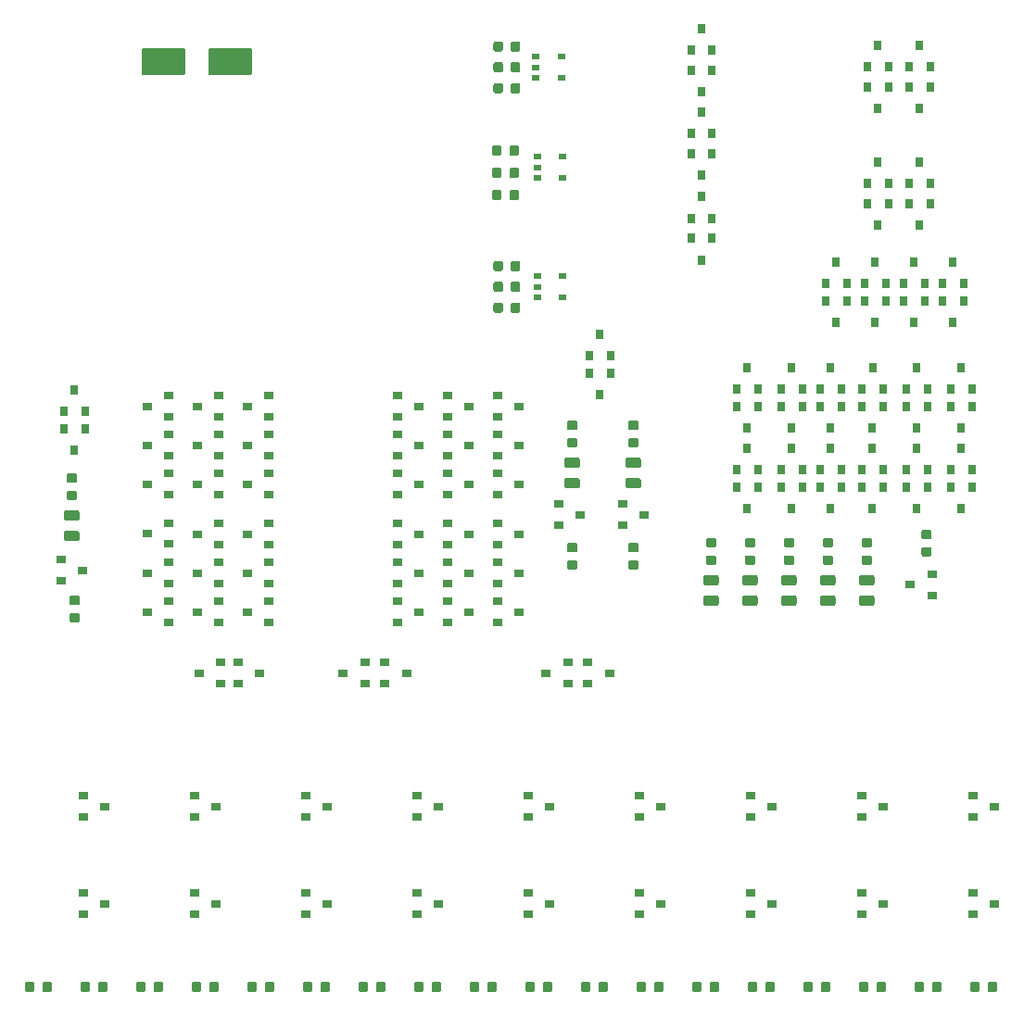
<source format=gbr>
G04 #@! TF.GenerationSoftware,KiCad,Pcbnew,(5.1.5)-3*
G04 #@! TF.CreationDate,2020-01-30T19:41:33+01:00*
G04 #@! TF.ProjectId,TestingBoard,54657374-696e-4674-926f-6172642e6b69,rev?*
G04 #@! TF.SameCoordinates,Original*
G04 #@! TF.FileFunction,Paste,Top*
G04 #@! TF.FilePolarity,Positive*
%FSLAX46Y46*%
G04 Gerber Fmt 4.6, Leading zero omitted, Abs format (unit mm)*
G04 Created by KiCad (PCBNEW (5.1.5)-3) date 2020-01-30 19:41:33*
%MOMM*%
%LPD*%
G04 APERTURE LIST*
%ADD10C,0.100000*%
%ADD11R,0.800000X0.900000*%
%ADD12R,0.900000X0.800000*%
%ADD13R,0.700000X0.510000*%
G04 APERTURE END LIST*
D10*
G36*
X99782691Y-143036053D02*
G01*
X99803926Y-143039203D01*
X99824750Y-143044419D01*
X99844962Y-143051651D01*
X99864368Y-143060830D01*
X99882781Y-143071866D01*
X99900024Y-143084654D01*
X99915930Y-143099070D01*
X99930346Y-143114976D01*
X99943134Y-143132219D01*
X99954170Y-143150632D01*
X99963349Y-143170038D01*
X99970581Y-143190250D01*
X99975797Y-143211074D01*
X99978947Y-143232309D01*
X99980000Y-143253750D01*
X99980000Y-143766250D01*
X99978947Y-143787691D01*
X99975797Y-143808926D01*
X99970581Y-143829750D01*
X99963349Y-143849962D01*
X99954170Y-143869368D01*
X99943134Y-143887781D01*
X99930346Y-143905024D01*
X99915930Y-143920930D01*
X99900024Y-143935346D01*
X99882781Y-143948134D01*
X99864368Y-143959170D01*
X99844962Y-143968349D01*
X99824750Y-143975581D01*
X99803926Y-143980797D01*
X99782691Y-143983947D01*
X99761250Y-143985000D01*
X99323750Y-143985000D01*
X99302309Y-143983947D01*
X99281074Y-143980797D01*
X99260250Y-143975581D01*
X99240038Y-143968349D01*
X99220632Y-143959170D01*
X99202219Y-143948134D01*
X99184976Y-143935346D01*
X99169070Y-143920930D01*
X99154654Y-143905024D01*
X99141866Y-143887781D01*
X99130830Y-143869368D01*
X99121651Y-143849962D01*
X99114419Y-143829750D01*
X99109203Y-143808926D01*
X99106053Y-143787691D01*
X99105000Y-143766250D01*
X99105000Y-143253750D01*
X99106053Y-143232309D01*
X99109203Y-143211074D01*
X99114419Y-143190250D01*
X99121651Y-143170038D01*
X99130830Y-143150632D01*
X99141866Y-143132219D01*
X99154654Y-143114976D01*
X99169070Y-143099070D01*
X99184976Y-143084654D01*
X99202219Y-143071866D01*
X99220632Y-143060830D01*
X99240038Y-143051651D01*
X99260250Y-143044419D01*
X99281074Y-143039203D01*
X99302309Y-143036053D01*
X99323750Y-143035000D01*
X99761250Y-143035000D01*
X99782691Y-143036053D01*
G37*
G36*
X101357691Y-143036053D02*
G01*
X101378926Y-143039203D01*
X101399750Y-143044419D01*
X101419962Y-143051651D01*
X101439368Y-143060830D01*
X101457781Y-143071866D01*
X101475024Y-143084654D01*
X101490930Y-143099070D01*
X101505346Y-143114976D01*
X101518134Y-143132219D01*
X101529170Y-143150632D01*
X101538349Y-143170038D01*
X101545581Y-143190250D01*
X101550797Y-143211074D01*
X101553947Y-143232309D01*
X101555000Y-143253750D01*
X101555000Y-143766250D01*
X101553947Y-143787691D01*
X101550797Y-143808926D01*
X101545581Y-143829750D01*
X101538349Y-143849962D01*
X101529170Y-143869368D01*
X101518134Y-143887781D01*
X101505346Y-143905024D01*
X101490930Y-143920930D01*
X101475024Y-143935346D01*
X101457781Y-143948134D01*
X101439368Y-143959170D01*
X101419962Y-143968349D01*
X101399750Y-143975581D01*
X101378926Y-143980797D01*
X101357691Y-143983947D01*
X101336250Y-143985000D01*
X100898750Y-143985000D01*
X100877309Y-143983947D01*
X100856074Y-143980797D01*
X100835250Y-143975581D01*
X100815038Y-143968349D01*
X100795632Y-143959170D01*
X100777219Y-143948134D01*
X100759976Y-143935346D01*
X100744070Y-143920930D01*
X100729654Y-143905024D01*
X100716866Y-143887781D01*
X100705830Y-143869368D01*
X100696651Y-143849962D01*
X100689419Y-143829750D01*
X100684203Y-143808926D01*
X100681053Y-143787691D01*
X100680000Y-143766250D01*
X100680000Y-143253750D01*
X100681053Y-143232309D01*
X100684203Y-143211074D01*
X100689419Y-143190250D01*
X100696651Y-143170038D01*
X100705830Y-143150632D01*
X100716866Y-143132219D01*
X100729654Y-143114976D01*
X100744070Y-143099070D01*
X100759976Y-143084654D01*
X100777219Y-143071866D01*
X100795632Y-143060830D01*
X100815038Y-143051651D01*
X100835250Y-143044419D01*
X100856074Y-143039203D01*
X100877309Y-143036053D01*
X100898750Y-143035000D01*
X101336250Y-143035000D01*
X101357691Y-143036053D01*
G37*
G36*
X94702691Y-143036053D02*
G01*
X94723926Y-143039203D01*
X94744750Y-143044419D01*
X94764962Y-143051651D01*
X94784368Y-143060830D01*
X94802781Y-143071866D01*
X94820024Y-143084654D01*
X94835930Y-143099070D01*
X94850346Y-143114976D01*
X94863134Y-143132219D01*
X94874170Y-143150632D01*
X94883349Y-143170038D01*
X94890581Y-143190250D01*
X94895797Y-143211074D01*
X94898947Y-143232309D01*
X94900000Y-143253750D01*
X94900000Y-143766250D01*
X94898947Y-143787691D01*
X94895797Y-143808926D01*
X94890581Y-143829750D01*
X94883349Y-143849962D01*
X94874170Y-143869368D01*
X94863134Y-143887781D01*
X94850346Y-143905024D01*
X94835930Y-143920930D01*
X94820024Y-143935346D01*
X94802781Y-143948134D01*
X94784368Y-143959170D01*
X94764962Y-143968349D01*
X94744750Y-143975581D01*
X94723926Y-143980797D01*
X94702691Y-143983947D01*
X94681250Y-143985000D01*
X94243750Y-143985000D01*
X94222309Y-143983947D01*
X94201074Y-143980797D01*
X94180250Y-143975581D01*
X94160038Y-143968349D01*
X94140632Y-143959170D01*
X94122219Y-143948134D01*
X94104976Y-143935346D01*
X94089070Y-143920930D01*
X94074654Y-143905024D01*
X94061866Y-143887781D01*
X94050830Y-143869368D01*
X94041651Y-143849962D01*
X94034419Y-143829750D01*
X94029203Y-143808926D01*
X94026053Y-143787691D01*
X94025000Y-143766250D01*
X94025000Y-143253750D01*
X94026053Y-143232309D01*
X94029203Y-143211074D01*
X94034419Y-143190250D01*
X94041651Y-143170038D01*
X94050830Y-143150632D01*
X94061866Y-143132219D01*
X94074654Y-143114976D01*
X94089070Y-143099070D01*
X94104976Y-143084654D01*
X94122219Y-143071866D01*
X94140632Y-143060830D01*
X94160038Y-143051651D01*
X94180250Y-143044419D01*
X94201074Y-143039203D01*
X94222309Y-143036053D01*
X94243750Y-143035000D01*
X94681250Y-143035000D01*
X94702691Y-143036053D01*
G37*
G36*
X96277691Y-143036053D02*
G01*
X96298926Y-143039203D01*
X96319750Y-143044419D01*
X96339962Y-143051651D01*
X96359368Y-143060830D01*
X96377781Y-143071866D01*
X96395024Y-143084654D01*
X96410930Y-143099070D01*
X96425346Y-143114976D01*
X96438134Y-143132219D01*
X96449170Y-143150632D01*
X96458349Y-143170038D01*
X96465581Y-143190250D01*
X96470797Y-143211074D01*
X96473947Y-143232309D01*
X96475000Y-143253750D01*
X96475000Y-143766250D01*
X96473947Y-143787691D01*
X96470797Y-143808926D01*
X96465581Y-143829750D01*
X96458349Y-143849962D01*
X96449170Y-143869368D01*
X96438134Y-143887781D01*
X96425346Y-143905024D01*
X96410930Y-143920930D01*
X96395024Y-143935346D01*
X96377781Y-143948134D01*
X96359368Y-143959170D01*
X96339962Y-143968349D01*
X96319750Y-143975581D01*
X96298926Y-143980797D01*
X96277691Y-143983947D01*
X96256250Y-143985000D01*
X95818750Y-143985000D01*
X95797309Y-143983947D01*
X95776074Y-143980797D01*
X95755250Y-143975581D01*
X95735038Y-143968349D01*
X95715632Y-143959170D01*
X95697219Y-143948134D01*
X95679976Y-143935346D01*
X95664070Y-143920930D01*
X95649654Y-143905024D01*
X95636866Y-143887781D01*
X95625830Y-143869368D01*
X95616651Y-143849962D01*
X95609419Y-143829750D01*
X95604203Y-143808926D01*
X95601053Y-143787691D01*
X95600000Y-143766250D01*
X95600000Y-143253750D01*
X95601053Y-143232309D01*
X95604203Y-143211074D01*
X95609419Y-143190250D01*
X95616651Y-143170038D01*
X95625830Y-143150632D01*
X95636866Y-143132219D01*
X95649654Y-143114976D01*
X95664070Y-143099070D01*
X95679976Y-143084654D01*
X95697219Y-143071866D01*
X95715632Y-143060830D01*
X95735038Y-143051651D01*
X95755250Y-143044419D01*
X95776074Y-143039203D01*
X95797309Y-143036053D01*
X95818750Y-143035000D01*
X96256250Y-143035000D01*
X96277691Y-143036053D01*
G37*
G36*
X91197691Y-143036053D02*
G01*
X91218926Y-143039203D01*
X91239750Y-143044419D01*
X91259962Y-143051651D01*
X91279368Y-143060830D01*
X91297781Y-143071866D01*
X91315024Y-143084654D01*
X91330930Y-143099070D01*
X91345346Y-143114976D01*
X91358134Y-143132219D01*
X91369170Y-143150632D01*
X91378349Y-143170038D01*
X91385581Y-143190250D01*
X91390797Y-143211074D01*
X91393947Y-143232309D01*
X91395000Y-143253750D01*
X91395000Y-143766250D01*
X91393947Y-143787691D01*
X91390797Y-143808926D01*
X91385581Y-143829750D01*
X91378349Y-143849962D01*
X91369170Y-143869368D01*
X91358134Y-143887781D01*
X91345346Y-143905024D01*
X91330930Y-143920930D01*
X91315024Y-143935346D01*
X91297781Y-143948134D01*
X91279368Y-143959170D01*
X91259962Y-143968349D01*
X91239750Y-143975581D01*
X91218926Y-143980797D01*
X91197691Y-143983947D01*
X91176250Y-143985000D01*
X90738750Y-143985000D01*
X90717309Y-143983947D01*
X90696074Y-143980797D01*
X90675250Y-143975581D01*
X90655038Y-143968349D01*
X90635632Y-143959170D01*
X90617219Y-143948134D01*
X90599976Y-143935346D01*
X90584070Y-143920930D01*
X90569654Y-143905024D01*
X90556866Y-143887781D01*
X90545830Y-143869368D01*
X90536651Y-143849962D01*
X90529419Y-143829750D01*
X90524203Y-143808926D01*
X90521053Y-143787691D01*
X90520000Y-143766250D01*
X90520000Y-143253750D01*
X90521053Y-143232309D01*
X90524203Y-143211074D01*
X90529419Y-143190250D01*
X90536651Y-143170038D01*
X90545830Y-143150632D01*
X90556866Y-143132219D01*
X90569654Y-143114976D01*
X90584070Y-143099070D01*
X90599976Y-143084654D01*
X90617219Y-143071866D01*
X90635632Y-143060830D01*
X90655038Y-143051651D01*
X90675250Y-143044419D01*
X90696074Y-143039203D01*
X90717309Y-143036053D01*
X90738750Y-143035000D01*
X91176250Y-143035000D01*
X91197691Y-143036053D01*
G37*
G36*
X89622691Y-143036053D02*
G01*
X89643926Y-143039203D01*
X89664750Y-143044419D01*
X89684962Y-143051651D01*
X89704368Y-143060830D01*
X89722781Y-143071866D01*
X89740024Y-143084654D01*
X89755930Y-143099070D01*
X89770346Y-143114976D01*
X89783134Y-143132219D01*
X89794170Y-143150632D01*
X89803349Y-143170038D01*
X89810581Y-143190250D01*
X89815797Y-143211074D01*
X89818947Y-143232309D01*
X89820000Y-143253750D01*
X89820000Y-143766250D01*
X89818947Y-143787691D01*
X89815797Y-143808926D01*
X89810581Y-143829750D01*
X89803349Y-143849962D01*
X89794170Y-143869368D01*
X89783134Y-143887781D01*
X89770346Y-143905024D01*
X89755930Y-143920930D01*
X89740024Y-143935346D01*
X89722781Y-143948134D01*
X89704368Y-143959170D01*
X89684962Y-143968349D01*
X89664750Y-143975581D01*
X89643926Y-143980797D01*
X89622691Y-143983947D01*
X89601250Y-143985000D01*
X89163750Y-143985000D01*
X89142309Y-143983947D01*
X89121074Y-143980797D01*
X89100250Y-143975581D01*
X89080038Y-143968349D01*
X89060632Y-143959170D01*
X89042219Y-143948134D01*
X89024976Y-143935346D01*
X89009070Y-143920930D01*
X88994654Y-143905024D01*
X88981866Y-143887781D01*
X88970830Y-143869368D01*
X88961651Y-143849962D01*
X88954419Y-143829750D01*
X88949203Y-143808926D01*
X88946053Y-143787691D01*
X88945000Y-143766250D01*
X88945000Y-143253750D01*
X88946053Y-143232309D01*
X88949203Y-143211074D01*
X88954419Y-143190250D01*
X88961651Y-143170038D01*
X88970830Y-143150632D01*
X88981866Y-143132219D01*
X88994654Y-143114976D01*
X89009070Y-143099070D01*
X89024976Y-143084654D01*
X89042219Y-143071866D01*
X89060632Y-143060830D01*
X89080038Y-143051651D01*
X89100250Y-143044419D01*
X89121074Y-143039203D01*
X89142309Y-143036053D01*
X89163750Y-143035000D01*
X89601250Y-143035000D01*
X89622691Y-143036053D01*
G37*
D11*
X85598000Y-89392000D03*
X84648000Y-87392000D03*
X86548000Y-87392000D03*
X84648000Y-85836000D03*
X86548000Y-85836000D03*
X85598000Y-83836000D03*
X36642000Y-90916000D03*
X38542000Y-90916000D03*
X37592000Y-88916000D03*
X38542000Y-92472000D03*
X36642000Y-92472000D03*
X37592000Y-94472000D03*
D10*
G36*
X83335691Y-102916053D02*
G01*
X83356926Y-102919203D01*
X83377750Y-102924419D01*
X83397962Y-102931651D01*
X83417368Y-102940830D01*
X83435781Y-102951866D01*
X83453024Y-102964654D01*
X83468930Y-102979070D01*
X83483346Y-102994976D01*
X83496134Y-103012219D01*
X83507170Y-103030632D01*
X83516349Y-103050038D01*
X83523581Y-103070250D01*
X83528797Y-103091074D01*
X83531947Y-103112309D01*
X83533000Y-103133750D01*
X83533000Y-103571250D01*
X83531947Y-103592691D01*
X83528797Y-103613926D01*
X83523581Y-103634750D01*
X83516349Y-103654962D01*
X83507170Y-103674368D01*
X83496134Y-103692781D01*
X83483346Y-103710024D01*
X83468930Y-103725930D01*
X83453024Y-103740346D01*
X83435781Y-103753134D01*
X83417368Y-103764170D01*
X83397962Y-103773349D01*
X83377750Y-103780581D01*
X83356926Y-103785797D01*
X83335691Y-103788947D01*
X83314250Y-103790000D01*
X82801750Y-103790000D01*
X82780309Y-103788947D01*
X82759074Y-103785797D01*
X82738250Y-103780581D01*
X82718038Y-103773349D01*
X82698632Y-103764170D01*
X82680219Y-103753134D01*
X82662976Y-103740346D01*
X82647070Y-103725930D01*
X82632654Y-103710024D01*
X82619866Y-103692781D01*
X82608830Y-103674368D01*
X82599651Y-103654962D01*
X82592419Y-103634750D01*
X82587203Y-103613926D01*
X82584053Y-103592691D01*
X82583000Y-103571250D01*
X82583000Y-103133750D01*
X82584053Y-103112309D01*
X82587203Y-103091074D01*
X82592419Y-103070250D01*
X82599651Y-103050038D01*
X82608830Y-103030632D01*
X82619866Y-103012219D01*
X82632654Y-102994976D01*
X82647070Y-102979070D01*
X82662976Y-102964654D01*
X82680219Y-102951866D01*
X82698632Y-102940830D01*
X82718038Y-102931651D01*
X82738250Y-102924419D01*
X82759074Y-102919203D01*
X82780309Y-102916053D01*
X82801750Y-102915000D01*
X83314250Y-102915000D01*
X83335691Y-102916053D01*
G37*
G36*
X83335691Y-104491053D02*
G01*
X83356926Y-104494203D01*
X83377750Y-104499419D01*
X83397962Y-104506651D01*
X83417368Y-104515830D01*
X83435781Y-104526866D01*
X83453024Y-104539654D01*
X83468930Y-104554070D01*
X83483346Y-104569976D01*
X83496134Y-104587219D01*
X83507170Y-104605632D01*
X83516349Y-104625038D01*
X83523581Y-104645250D01*
X83528797Y-104666074D01*
X83531947Y-104687309D01*
X83533000Y-104708750D01*
X83533000Y-105146250D01*
X83531947Y-105167691D01*
X83528797Y-105188926D01*
X83523581Y-105209750D01*
X83516349Y-105229962D01*
X83507170Y-105249368D01*
X83496134Y-105267781D01*
X83483346Y-105285024D01*
X83468930Y-105300930D01*
X83453024Y-105315346D01*
X83435781Y-105328134D01*
X83417368Y-105339170D01*
X83397962Y-105348349D01*
X83377750Y-105355581D01*
X83356926Y-105360797D01*
X83335691Y-105363947D01*
X83314250Y-105365000D01*
X82801750Y-105365000D01*
X82780309Y-105363947D01*
X82759074Y-105360797D01*
X82738250Y-105355581D01*
X82718038Y-105348349D01*
X82698632Y-105339170D01*
X82680219Y-105328134D01*
X82662976Y-105315346D01*
X82647070Y-105300930D01*
X82632654Y-105285024D01*
X82619866Y-105267781D01*
X82608830Y-105249368D01*
X82599651Y-105229962D01*
X82592419Y-105209750D01*
X82587203Y-105188926D01*
X82584053Y-105167691D01*
X82583000Y-105146250D01*
X82583000Y-104708750D01*
X82584053Y-104687309D01*
X82587203Y-104666074D01*
X82592419Y-104645250D01*
X82599651Y-104625038D01*
X82608830Y-104605632D01*
X82619866Y-104587219D01*
X82632654Y-104569976D01*
X82647070Y-104554070D01*
X82662976Y-104539654D01*
X82680219Y-104526866D01*
X82698632Y-104515830D01*
X82718038Y-104506651D01*
X82738250Y-104499419D01*
X82759074Y-104494203D01*
X82780309Y-104491053D01*
X82801750Y-104490000D01*
X83314250Y-104490000D01*
X83335691Y-104491053D01*
G37*
D12*
X50784000Y-103058000D03*
X50784000Y-101158000D03*
X48784000Y-102108000D03*
X54530500Y-114808000D03*
X52530500Y-115758000D03*
X52530500Y-113858000D03*
D10*
G36*
X53592504Y-57679204D02*
G01*
X53616773Y-57682804D01*
X53640571Y-57688765D01*
X53663671Y-57697030D01*
X53685849Y-57707520D01*
X53706893Y-57720133D01*
X53726598Y-57734747D01*
X53744777Y-57751223D01*
X53761253Y-57769402D01*
X53775867Y-57789107D01*
X53788480Y-57810151D01*
X53798970Y-57832329D01*
X53807235Y-57855429D01*
X53813196Y-57879227D01*
X53816796Y-57903496D01*
X53818000Y-57928000D01*
X53818000Y-59928000D01*
X53816796Y-59952504D01*
X53813196Y-59976773D01*
X53807235Y-60000571D01*
X53798970Y-60023671D01*
X53788480Y-60045849D01*
X53775867Y-60066893D01*
X53761253Y-60086598D01*
X53744777Y-60104777D01*
X53726598Y-60121253D01*
X53706893Y-60135867D01*
X53685849Y-60148480D01*
X53663671Y-60158970D01*
X53640571Y-60167235D01*
X53616773Y-60173196D01*
X53592504Y-60176796D01*
X53568000Y-60178000D01*
X50068000Y-60178000D01*
X50043496Y-60176796D01*
X50019227Y-60173196D01*
X49995429Y-60167235D01*
X49972329Y-60158970D01*
X49950151Y-60148480D01*
X49929107Y-60135867D01*
X49909402Y-60121253D01*
X49891223Y-60104777D01*
X49874747Y-60086598D01*
X49860133Y-60066893D01*
X49847520Y-60045849D01*
X49837030Y-60023671D01*
X49828765Y-60000571D01*
X49822804Y-59976773D01*
X49819204Y-59952504D01*
X49818000Y-59928000D01*
X49818000Y-57928000D01*
X49819204Y-57903496D01*
X49822804Y-57879227D01*
X49828765Y-57855429D01*
X49837030Y-57832329D01*
X49847520Y-57810151D01*
X49860133Y-57789107D01*
X49874747Y-57769402D01*
X49891223Y-57751223D01*
X49909402Y-57734747D01*
X49929107Y-57720133D01*
X49950151Y-57707520D01*
X49972329Y-57697030D01*
X49995429Y-57688765D01*
X50019227Y-57682804D01*
X50043496Y-57679204D01*
X50068000Y-57678000D01*
X53568000Y-57678000D01*
X53592504Y-57679204D01*
G37*
G36*
X47492504Y-57679204D02*
G01*
X47516773Y-57682804D01*
X47540571Y-57688765D01*
X47563671Y-57697030D01*
X47585849Y-57707520D01*
X47606893Y-57720133D01*
X47626598Y-57734747D01*
X47644777Y-57751223D01*
X47661253Y-57769402D01*
X47675867Y-57789107D01*
X47688480Y-57810151D01*
X47698970Y-57832329D01*
X47707235Y-57855429D01*
X47713196Y-57879227D01*
X47716796Y-57903496D01*
X47718000Y-57928000D01*
X47718000Y-59928000D01*
X47716796Y-59952504D01*
X47713196Y-59976773D01*
X47707235Y-60000571D01*
X47698970Y-60023671D01*
X47688480Y-60045849D01*
X47675867Y-60066893D01*
X47661253Y-60086598D01*
X47644777Y-60104777D01*
X47626598Y-60121253D01*
X47606893Y-60135867D01*
X47585849Y-60148480D01*
X47563671Y-60158970D01*
X47540571Y-60167235D01*
X47516773Y-60173196D01*
X47492504Y-60176796D01*
X47468000Y-60178000D01*
X43968000Y-60178000D01*
X43943496Y-60176796D01*
X43919227Y-60173196D01*
X43895429Y-60167235D01*
X43872329Y-60158970D01*
X43850151Y-60148480D01*
X43829107Y-60135867D01*
X43809402Y-60121253D01*
X43791223Y-60104777D01*
X43774747Y-60086598D01*
X43760133Y-60066893D01*
X43747520Y-60045849D01*
X43737030Y-60023671D01*
X43728765Y-60000571D01*
X43722804Y-59976773D01*
X43719204Y-59952504D01*
X43718000Y-59928000D01*
X43718000Y-57928000D01*
X43719204Y-57903496D01*
X43722804Y-57879227D01*
X43728765Y-57855429D01*
X43737030Y-57832329D01*
X43747520Y-57810151D01*
X43760133Y-57789107D01*
X43774747Y-57769402D01*
X43791223Y-57751223D01*
X43809402Y-57734747D01*
X43829107Y-57720133D01*
X43850151Y-57707520D01*
X43872329Y-57697030D01*
X43895429Y-57688765D01*
X43919227Y-57682804D01*
X43943496Y-57679204D01*
X43968000Y-57678000D01*
X47468000Y-57678000D01*
X47492504Y-57679204D01*
G37*
G36*
X76541691Y-80933053D02*
G01*
X76562926Y-80936203D01*
X76583750Y-80941419D01*
X76603962Y-80948651D01*
X76623368Y-80957830D01*
X76641781Y-80968866D01*
X76659024Y-80981654D01*
X76674930Y-80996070D01*
X76689346Y-81011976D01*
X76702134Y-81029219D01*
X76713170Y-81047632D01*
X76722349Y-81067038D01*
X76729581Y-81087250D01*
X76734797Y-81108074D01*
X76737947Y-81129309D01*
X76739000Y-81150750D01*
X76739000Y-81663250D01*
X76737947Y-81684691D01*
X76734797Y-81705926D01*
X76729581Y-81726750D01*
X76722349Y-81746962D01*
X76713170Y-81766368D01*
X76702134Y-81784781D01*
X76689346Y-81802024D01*
X76674930Y-81817930D01*
X76659024Y-81832346D01*
X76641781Y-81845134D01*
X76623368Y-81856170D01*
X76603962Y-81865349D01*
X76583750Y-81872581D01*
X76562926Y-81877797D01*
X76541691Y-81880947D01*
X76520250Y-81882000D01*
X76082750Y-81882000D01*
X76061309Y-81880947D01*
X76040074Y-81877797D01*
X76019250Y-81872581D01*
X75999038Y-81865349D01*
X75979632Y-81856170D01*
X75961219Y-81845134D01*
X75943976Y-81832346D01*
X75928070Y-81817930D01*
X75913654Y-81802024D01*
X75900866Y-81784781D01*
X75889830Y-81766368D01*
X75880651Y-81746962D01*
X75873419Y-81726750D01*
X75868203Y-81705926D01*
X75865053Y-81684691D01*
X75864000Y-81663250D01*
X75864000Y-81150750D01*
X75865053Y-81129309D01*
X75868203Y-81108074D01*
X75873419Y-81087250D01*
X75880651Y-81067038D01*
X75889830Y-81047632D01*
X75900866Y-81029219D01*
X75913654Y-81011976D01*
X75928070Y-80996070D01*
X75943976Y-80981654D01*
X75961219Y-80968866D01*
X75979632Y-80957830D01*
X75999038Y-80948651D01*
X76019250Y-80941419D01*
X76040074Y-80936203D01*
X76061309Y-80933053D01*
X76082750Y-80932000D01*
X76520250Y-80932000D01*
X76541691Y-80933053D01*
G37*
G36*
X78116691Y-80933053D02*
G01*
X78137926Y-80936203D01*
X78158750Y-80941419D01*
X78178962Y-80948651D01*
X78198368Y-80957830D01*
X78216781Y-80968866D01*
X78234024Y-80981654D01*
X78249930Y-80996070D01*
X78264346Y-81011976D01*
X78277134Y-81029219D01*
X78288170Y-81047632D01*
X78297349Y-81067038D01*
X78304581Y-81087250D01*
X78309797Y-81108074D01*
X78312947Y-81129309D01*
X78314000Y-81150750D01*
X78314000Y-81663250D01*
X78312947Y-81684691D01*
X78309797Y-81705926D01*
X78304581Y-81726750D01*
X78297349Y-81746962D01*
X78288170Y-81766368D01*
X78277134Y-81784781D01*
X78264346Y-81802024D01*
X78249930Y-81817930D01*
X78234024Y-81832346D01*
X78216781Y-81845134D01*
X78198368Y-81856170D01*
X78178962Y-81865349D01*
X78158750Y-81872581D01*
X78137926Y-81877797D01*
X78116691Y-81880947D01*
X78095250Y-81882000D01*
X77657750Y-81882000D01*
X77636309Y-81880947D01*
X77615074Y-81877797D01*
X77594250Y-81872581D01*
X77574038Y-81865349D01*
X77554632Y-81856170D01*
X77536219Y-81845134D01*
X77518976Y-81832346D01*
X77503070Y-81817930D01*
X77488654Y-81802024D01*
X77475866Y-81784781D01*
X77464830Y-81766368D01*
X77455651Y-81746962D01*
X77448419Y-81726750D01*
X77443203Y-81705926D01*
X77440053Y-81684691D01*
X77439000Y-81663250D01*
X77439000Y-81150750D01*
X77440053Y-81129309D01*
X77443203Y-81108074D01*
X77448419Y-81087250D01*
X77455651Y-81067038D01*
X77464830Y-81047632D01*
X77475866Y-81029219D01*
X77488654Y-81011976D01*
X77503070Y-80996070D01*
X77518976Y-80981654D01*
X77536219Y-80968866D01*
X77554632Y-80957830D01*
X77574038Y-80948651D01*
X77594250Y-80941419D01*
X77615074Y-80936203D01*
X77636309Y-80933053D01*
X77657750Y-80932000D01*
X78095250Y-80932000D01*
X78116691Y-80933053D01*
G37*
G36*
X78116691Y-60867053D02*
G01*
X78137926Y-60870203D01*
X78158750Y-60875419D01*
X78178962Y-60882651D01*
X78198368Y-60891830D01*
X78216781Y-60902866D01*
X78234024Y-60915654D01*
X78249930Y-60930070D01*
X78264346Y-60945976D01*
X78277134Y-60963219D01*
X78288170Y-60981632D01*
X78297349Y-61001038D01*
X78304581Y-61021250D01*
X78309797Y-61042074D01*
X78312947Y-61063309D01*
X78314000Y-61084750D01*
X78314000Y-61597250D01*
X78312947Y-61618691D01*
X78309797Y-61639926D01*
X78304581Y-61660750D01*
X78297349Y-61680962D01*
X78288170Y-61700368D01*
X78277134Y-61718781D01*
X78264346Y-61736024D01*
X78249930Y-61751930D01*
X78234024Y-61766346D01*
X78216781Y-61779134D01*
X78198368Y-61790170D01*
X78178962Y-61799349D01*
X78158750Y-61806581D01*
X78137926Y-61811797D01*
X78116691Y-61814947D01*
X78095250Y-61816000D01*
X77657750Y-61816000D01*
X77636309Y-61814947D01*
X77615074Y-61811797D01*
X77594250Y-61806581D01*
X77574038Y-61799349D01*
X77554632Y-61790170D01*
X77536219Y-61779134D01*
X77518976Y-61766346D01*
X77503070Y-61751930D01*
X77488654Y-61736024D01*
X77475866Y-61718781D01*
X77464830Y-61700368D01*
X77455651Y-61680962D01*
X77448419Y-61660750D01*
X77443203Y-61639926D01*
X77440053Y-61618691D01*
X77439000Y-61597250D01*
X77439000Y-61084750D01*
X77440053Y-61063309D01*
X77443203Y-61042074D01*
X77448419Y-61021250D01*
X77455651Y-61001038D01*
X77464830Y-60981632D01*
X77475866Y-60963219D01*
X77488654Y-60945976D01*
X77503070Y-60930070D01*
X77518976Y-60915654D01*
X77536219Y-60902866D01*
X77554632Y-60891830D01*
X77574038Y-60882651D01*
X77594250Y-60875419D01*
X77615074Y-60870203D01*
X77636309Y-60867053D01*
X77657750Y-60866000D01*
X78095250Y-60866000D01*
X78116691Y-60867053D01*
G37*
G36*
X76541691Y-60867053D02*
G01*
X76562926Y-60870203D01*
X76583750Y-60875419D01*
X76603962Y-60882651D01*
X76623368Y-60891830D01*
X76641781Y-60902866D01*
X76659024Y-60915654D01*
X76674930Y-60930070D01*
X76689346Y-60945976D01*
X76702134Y-60963219D01*
X76713170Y-60981632D01*
X76722349Y-61001038D01*
X76729581Y-61021250D01*
X76734797Y-61042074D01*
X76737947Y-61063309D01*
X76739000Y-61084750D01*
X76739000Y-61597250D01*
X76737947Y-61618691D01*
X76734797Y-61639926D01*
X76729581Y-61660750D01*
X76722349Y-61680962D01*
X76713170Y-61700368D01*
X76702134Y-61718781D01*
X76689346Y-61736024D01*
X76674930Y-61751930D01*
X76659024Y-61766346D01*
X76641781Y-61779134D01*
X76623368Y-61790170D01*
X76603962Y-61799349D01*
X76583750Y-61806581D01*
X76562926Y-61811797D01*
X76541691Y-61814947D01*
X76520250Y-61816000D01*
X76082750Y-61816000D01*
X76061309Y-61814947D01*
X76040074Y-61811797D01*
X76019250Y-61806581D01*
X75999038Y-61799349D01*
X75979632Y-61790170D01*
X75961219Y-61779134D01*
X75943976Y-61766346D01*
X75928070Y-61751930D01*
X75913654Y-61736024D01*
X75900866Y-61718781D01*
X75889830Y-61700368D01*
X75880651Y-61680962D01*
X75873419Y-61660750D01*
X75868203Y-61639926D01*
X75865053Y-61618691D01*
X75864000Y-61597250D01*
X75864000Y-61084750D01*
X75865053Y-61063309D01*
X75868203Y-61042074D01*
X75873419Y-61021250D01*
X75880651Y-61001038D01*
X75889830Y-60981632D01*
X75900866Y-60963219D01*
X75913654Y-60945976D01*
X75928070Y-60930070D01*
X75943976Y-60915654D01*
X75961219Y-60902866D01*
X75979632Y-60891830D01*
X75999038Y-60882651D01*
X76019250Y-60875419D01*
X76040074Y-60870203D01*
X76061309Y-60867053D01*
X76082750Y-60866000D01*
X76520250Y-60866000D01*
X76541691Y-60867053D01*
G37*
G36*
X77989691Y-70646053D02*
G01*
X78010926Y-70649203D01*
X78031750Y-70654419D01*
X78051962Y-70661651D01*
X78071368Y-70670830D01*
X78089781Y-70681866D01*
X78107024Y-70694654D01*
X78122930Y-70709070D01*
X78137346Y-70724976D01*
X78150134Y-70742219D01*
X78161170Y-70760632D01*
X78170349Y-70780038D01*
X78177581Y-70800250D01*
X78182797Y-70821074D01*
X78185947Y-70842309D01*
X78187000Y-70863750D01*
X78187000Y-71376250D01*
X78185947Y-71397691D01*
X78182797Y-71418926D01*
X78177581Y-71439750D01*
X78170349Y-71459962D01*
X78161170Y-71479368D01*
X78150134Y-71497781D01*
X78137346Y-71515024D01*
X78122930Y-71530930D01*
X78107024Y-71545346D01*
X78089781Y-71558134D01*
X78071368Y-71569170D01*
X78051962Y-71578349D01*
X78031750Y-71585581D01*
X78010926Y-71590797D01*
X77989691Y-71593947D01*
X77968250Y-71595000D01*
X77530750Y-71595000D01*
X77509309Y-71593947D01*
X77488074Y-71590797D01*
X77467250Y-71585581D01*
X77447038Y-71578349D01*
X77427632Y-71569170D01*
X77409219Y-71558134D01*
X77391976Y-71545346D01*
X77376070Y-71530930D01*
X77361654Y-71515024D01*
X77348866Y-71497781D01*
X77337830Y-71479368D01*
X77328651Y-71459962D01*
X77321419Y-71439750D01*
X77316203Y-71418926D01*
X77313053Y-71397691D01*
X77312000Y-71376250D01*
X77312000Y-70863750D01*
X77313053Y-70842309D01*
X77316203Y-70821074D01*
X77321419Y-70800250D01*
X77328651Y-70780038D01*
X77337830Y-70760632D01*
X77348866Y-70742219D01*
X77361654Y-70724976D01*
X77376070Y-70709070D01*
X77391976Y-70694654D01*
X77409219Y-70681866D01*
X77427632Y-70670830D01*
X77447038Y-70661651D01*
X77467250Y-70654419D01*
X77488074Y-70649203D01*
X77509309Y-70646053D01*
X77530750Y-70645000D01*
X77968250Y-70645000D01*
X77989691Y-70646053D01*
G37*
G36*
X76414691Y-70646053D02*
G01*
X76435926Y-70649203D01*
X76456750Y-70654419D01*
X76476962Y-70661651D01*
X76496368Y-70670830D01*
X76514781Y-70681866D01*
X76532024Y-70694654D01*
X76547930Y-70709070D01*
X76562346Y-70724976D01*
X76575134Y-70742219D01*
X76586170Y-70760632D01*
X76595349Y-70780038D01*
X76602581Y-70800250D01*
X76607797Y-70821074D01*
X76610947Y-70842309D01*
X76612000Y-70863750D01*
X76612000Y-71376250D01*
X76610947Y-71397691D01*
X76607797Y-71418926D01*
X76602581Y-71439750D01*
X76595349Y-71459962D01*
X76586170Y-71479368D01*
X76575134Y-71497781D01*
X76562346Y-71515024D01*
X76547930Y-71530930D01*
X76532024Y-71545346D01*
X76514781Y-71558134D01*
X76496368Y-71569170D01*
X76476962Y-71578349D01*
X76456750Y-71585581D01*
X76435926Y-71590797D01*
X76414691Y-71593947D01*
X76393250Y-71595000D01*
X75955750Y-71595000D01*
X75934309Y-71593947D01*
X75913074Y-71590797D01*
X75892250Y-71585581D01*
X75872038Y-71578349D01*
X75852632Y-71569170D01*
X75834219Y-71558134D01*
X75816976Y-71545346D01*
X75801070Y-71530930D01*
X75786654Y-71515024D01*
X75773866Y-71497781D01*
X75762830Y-71479368D01*
X75753651Y-71459962D01*
X75746419Y-71439750D01*
X75741203Y-71418926D01*
X75738053Y-71397691D01*
X75737000Y-71376250D01*
X75737000Y-70863750D01*
X75738053Y-70842309D01*
X75741203Y-70821074D01*
X75746419Y-70800250D01*
X75753651Y-70780038D01*
X75762830Y-70760632D01*
X75773866Y-70742219D01*
X75786654Y-70724976D01*
X75801070Y-70709070D01*
X75816976Y-70694654D01*
X75834219Y-70681866D01*
X75852632Y-70670830D01*
X75872038Y-70661651D01*
X75892250Y-70654419D01*
X75913074Y-70649203D01*
X75934309Y-70646053D01*
X75955750Y-70645000D01*
X76393250Y-70645000D01*
X76414691Y-70646053D01*
G37*
G36*
X83538142Y-96971174D02*
G01*
X83561803Y-96974684D01*
X83585007Y-96980496D01*
X83607529Y-96988554D01*
X83629153Y-96998782D01*
X83649670Y-97011079D01*
X83668883Y-97025329D01*
X83686607Y-97041393D01*
X83702671Y-97059117D01*
X83716921Y-97078330D01*
X83729218Y-97098847D01*
X83739446Y-97120471D01*
X83747504Y-97142993D01*
X83753316Y-97166197D01*
X83756826Y-97189858D01*
X83758000Y-97213750D01*
X83758000Y-97701250D01*
X83756826Y-97725142D01*
X83753316Y-97748803D01*
X83747504Y-97772007D01*
X83739446Y-97794529D01*
X83729218Y-97816153D01*
X83716921Y-97836670D01*
X83702671Y-97855883D01*
X83686607Y-97873607D01*
X83668883Y-97889671D01*
X83649670Y-97903921D01*
X83629153Y-97916218D01*
X83607529Y-97926446D01*
X83585007Y-97934504D01*
X83561803Y-97940316D01*
X83538142Y-97943826D01*
X83514250Y-97945000D01*
X82601750Y-97945000D01*
X82577858Y-97943826D01*
X82554197Y-97940316D01*
X82530993Y-97934504D01*
X82508471Y-97926446D01*
X82486847Y-97916218D01*
X82466330Y-97903921D01*
X82447117Y-97889671D01*
X82429393Y-97873607D01*
X82413329Y-97855883D01*
X82399079Y-97836670D01*
X82386782Y-97816153D01*
X82376554Y-97794529D01*
X82368496Y-97772007D01*
X82362684Y-97748803D01*
X82359174Y-97725142D01*
X82358000Y-97701250D01*
X82358000Y-97213750D01*
X82359174Y-97189858D01*
X82362684Y-97166197D01*
X82368496Y-97142993D01*
X82376554Y-97120471D01*
X82386782Y-97098847D01*
X82399079Y-97078330D01*
X82413329Y-97059117D01*
X82429393Y-97041393D01*
X82447117Y-97025329D01*
X82466330Y-97011079D01*
X82486847Y-96998782D01*
X82508471Y-96988554D01*
X82530993Y-96980496D01*
X82554197Y-96974684D01*
X82577858Y-96971174D01*
X82601750Y-96970000D01*
X83514250Y-96970000D01*
X83538142Y-96971174D01*
G37*
G36*
X83538142Y-95096174D02*
G01*
X83561803Y-95099684D01*
X83585007Y-95105496D01*
X83607529Y-95113554D01*
X83629153Y-95123782D01*
X83649670Y-95136079D01*
X83668883Y-95150329D01*
X83686607Y-95166393D01*
X83702671Y-95184117D01*
X83716921Y-95203330D01*
X83729218Y-95223847D01*
X83739446Y-95245471D01*
X83747504Y-95267993D01*
X83753316Y-95291197D01*
X83756826Y-95314858D01*
X83758000Y-95338750D01*
X83758000Y-95826250D01*
X83756826Y-95850142D01*
X83753316Y-95873803D01*
X83747504Y-95897007D01*
X83739446Y-95919529D01*
X83729218Y-95941153D01*
X83716921Y-95961670D01*
X83702671Y-95980883D01*
X83686607Y-95998607D01*
X83668883Y-96014671D01*
X83649670Y-96028921D01*
X83629153Y-96041218D01*
X83607529Y-96051446D01*
X83585007Y-96059504D01*
X83561803Y-96065316D01*
X83538142Y-96068826D01*
X83514250Y-96070000D01*
X82601750Y-96070000D01*
X82577858Y-96068826D01*
X82554197Y-96065316D01*
X82530993Y-96059504D01*
X82508471Y-96051446D01*
X82486847Y-96041218D01*
X82466330Y-96028921D01*
X82447117Y-96014671D01*
X82429393Y-95998607D01*
X82413329Y-95980883D01*
X82399079Y-95961670D01*
X82386782Y-95941153D01*
X82376554Y-95919529D01*
X82368496Y-95897007D01*
X82362684Y-95873803D01*
X82359174Y-95850142D01*
X82358000Y-95826250D01*
X82358000Y-95338750D01*
X82359174Y-95314858D01*
X82362684Y-95291197D01*
X82368496Y-95267993D01*
X82376554Y-95245471D01*
X82386782Y-95223847D01*
X82399079Y-95203330D01*
X82413329Y-95184117D01*
X82429393Y-95166393D01*
X82447117Y-95150329D01*
X82466330Y-95136079D01*
X82486847Y-95123782D01*
X82508471Y-95113554D01*
X82530993Y-95105496D01*
X82554197Y-95099684D01*
X82577858Y-95096174D01*
X82601750Y-95095000D01*
X83514250Y-95095000D01*
X83538142Y-95096174D01*
G37*
G36*
X37818142Y-101797174D02*
G01*
X37841803Y-101800684D01*
X37865007Y-101806496D01*
X37887529Y-101814554D01*
X37909153Y-101824782D01*
X37929670Y-101837079D01*
X37948883Y-101851329D01*
X37966607Y-101867393D01*
X37982671Y-101885117D01*
X37996921Y-101904330D01*
X38009218Y-101924847D01*
X38019446Y-101946471D01*
X38027504Y-101968993D01*
X38033316Y-101992197D01*
X38036826Y-102015858D01*
X38038000Y-102039750D01*
X38038000Y-102527250D01*
X38036826Y-102551142D01*
X38033316Y-102574803D01*
X38027504Y-102598007D01*
X38019446Y-102620529D01*
X38009218Y-102642153D01*
X37996921Y-102662670D01*
X37982671Y-102681883D01*
X37966607Y-102699607D01*
X37948883Y-102715671D01*
X37929670Y-102729921D01*
X37909153Y-102742218D01*
X37887529Y-102752446D01*
X37865007Y-102760504D01*
X37841803Y-102766316D01*
X37818142Y-102769826D01*
X37794250Y-102771000D01*
X36881750Y-102771000D01*
X36857858Y-102769826D01*
X36834197Y-102766316D01*
X36810993Y-102760504D01*
X36788471Y-102752446D01*
X36766847Y-102742218D01*
X36746330Y-102729921D01*
X36727117Y-102715671D01*
X36709393Y-102699607D01*
X36693329Y-102681883D01*
X36679079Y-102662670D01*
X36666782Y-102642153D01*
X36656554Y-102620529D01*
X36648496Y-102598007D01*
X36642684Y-102574803D01*
X36639174Y-102551142D01*
X36638000Y-102527250D01*
X36638000Y-102039750D01*
X36639174Y-102015858D01*
X36642684Y-101992197D01*
X36648496Y-101968993D01*
X36656554Y-101946471D01*
X36666782Y-101924847D01*
X36679079Y-101904330D01*
X36693329Y-101885117D01*
X36709393Y-101867393D01*
X36727117Y-101851329D01*
X36746330Y-101837079D01*
X36766847Y-101824782D01*
X36788471Y-101814554D01*
X36810993Y-101806496D01*
X36834197Y-101800684D01*
X36857858Y-101797174D01*
X36881750Y-101796000D01*
X37794250Y-101796000D01*
X37818142Y-101797174D01*
G37*
G36*
X37818142Y-99922174D02*
G01*
X37841803Y-99925684D01*
X37865007Y-99931496D01*
X37887529Y-99939554D01*
X37909153Y-99949782D01*
X37929670Y-99962079D01*
X37948883Y-99976329D01*
X37966607Y-99992393D01*
X37982671Y-100010117D01*
X37996921Y-100029330D01*
X38009218Y-100049847D01*
X38019446Y-100071471D01*
X38027504Y-100093993D01*
X38033316Y-100117197D01*
X38036826Y-100140858D01*
X38038000Y-100164750D01*
X38038000Y-100652250D01*
X38036826Y-100676142D01*
X38033316Y-100699803D01*
X38027504Y-100723007D01*
X38019446Y-100745529D01*
X38009218Y-100767153D01*
X37996921Y-100787670D01*
X37982671Y-100806883D01*
X37966607Y-100824607D01*
X37948883Y-100840671D01*
X37929670Y-100854921D01*
X37909153Y-100867218D01*
X37887529Y-100877446D01*
X37865007Y-100885504D01*
X37841803Y-100891316D01*
X37818142Y-100894826D01*
X37794250Y-100896000D01*
X36881750Y-100896000D01*
X36857858Y-100894826D01*
X36834197Y-100891316D01*
X36810993Y-100885504D01*
X36788471Y-100877446D01*
X36766847Y-100867218D01*
X36746330Y-100854921D01*
X36727117Y-100840671D01*
X36709393Y-100824607D01*
X36693329Y-100806883D01*
X36679079Y-100787670D01*
X36666782Y-100767153D01*
X36656554Y-100745529D01*
X36648496Y-100723007D01*
X36642684Y-100699803D01*
X36639174Y-100676142D01*
X36638000Y-100652250D01*
X36638000Y-100164750D01*
X36639174Y-100140858D01*
X36642684Y-100117197D01*
X36648496Y-100093993D01*
X36656554Y-100071471D01*
X36666782Y-100049847D01*
X36679079Y-100029330D01*
X36693329Y-100010117D01*
X36709393Y-99992393D01*
X36727117Y-99976329D01*
X36746330Y-99962079D01*
X36766847Y-99949782D01*
X36788471Y-99939554D01*
X36810993Y-99931496D01*
X36834197Y-99925684D01*
X36857858Y-99922174D01*
X36881750Y-99921000D01*
X37794250Y-99921000D01*
X37818142Y-99922174D01*
G37*
G36*
X89126142Y-95096174D02*
G01*
X89149803Y-95099684D01*
X89173007Y-95105496D01*
X89195529Y-95113554D01*
X89217153Y-95123782D01*
X89237670Y-95136079D01*
X89256883Y-95150329D01*
X89274607Y-95166393D01*
X89290671Y-95184117D01*
X89304921Y-95203330D01*
X89317218Y-95223847D01*
X89327446Y-95245471D01*
X89335504Y-95267993D01*
X89341316Y-95291197D01*
X89344826Y-95314858D01*
X89346000Y-95338750D01*
X89346000Y-95826250D01*
X89344826Y-95850142D01*
X89341316Y-95873803D01*
X89335504Y-95897007D01*
X89327446Y-95919529D01*
X89317218Y-95941153D01*
X89304921Y-95961670D01*
X89290671Y-95980883D01*
X89274607Y-95998607D01*
X89256883Y-96014671D01*
X89237670Y-96028921D01*
X89217153Y-96041218D01*
X89195529Y-96051446D01*
X89173007Y-96059504D01*
X89149803Y-96065316D01*
X89126142Y-96068826D01*
X89102250Y-96070000D01*
X88189750Y-96070000D01*
X88165858Y-96068826D01*
X88142197Y-96065316D01*
X88118993Y-96059504D01*
X88096471Y-96051446D01*
X88074847Y-96041218D01*
X88054330Y-96028921D01*
X88035117Y-96014671D01*
X88017393Y-95998607D01*
X88001329Y-95980883D01*
X87987079Y-95961670D01*
X87974782Y-95941153D01*
X87964554Y-95919529D01*
X87956496Y-95897007D01*
X87950684Y-95873803D01*
X87947174Y-95850142D01*
X87946000Y-95826250D01*
X87946000Y-95338750D01*
X87947174Y-95314858D01*
X87950684Y-95291197D01*
X87956496Y-95267993D01*
X87964554Y-95245471D01*
X87974782Y-95223847D01*
X87987079Y-95203330D01*
X88001329Y-95184117D01*
X88017393Y-95166393D01*
X88035117Y-95150329D01*
X88054330Y-95136079D01*
X88074847Y-95123782D01*
X88096471Y-95113554D01*
X88118993Y-95105496D01*
X88142197Y-95099684D01*
X88165858Y-95096174D01*
X88189750Y-95095000D01*
X89102250Y-95095000D01*
X89126142Y-95096174D01*
G37*
G36*
X89126142Y-96971174D02*
G01*
X89149803Y-96974684D01*
X89173007Y-96980496D01*
X89195529Y-96988554D01*
X89217153Y-96998782D01*
X89237670Y-97011079D01*
X89256883Y-97025329D01*
X89274607Y-97041393D01*
X89290671Y-97059117D01*
X89304921Y-97078330D01*
X89317218Y-97098847D01*
X89327446Y-97120471D01*
X89335504Y-97142993D01*
X89341316Y-97166197D01*
X89344826Y-97189858D01*
X89346000Y-97213750D01*
X89346000Y-97701250D01*
X89344826Y-97725142D01*
X89341316Y-97748803D01*
X89335504Y-97772007D01*
X89327446Y-97794529D01*
X89317218Y-97816153D01*
X89304921Y-97836670D01*
X89290671Y-97855883D01*
X89274607Y-97873607D01*
X89256883Y-97889671D01*
X89237670Y-97903921D01*
X89217153Y-97916218D01*
X89195529Y-97926446D01*
X89173007Y-97934504D01*
X89149803Y-97940316D01*
X89126142Y-97943826D01*
X89102250Y-97945000D01*
X88189750Y-97945000D01*
X88165858Y-97943826D01*
X88142197Y-97940316D01*
X88118993Y-97934504D01*
X88096471Y-97926446D01*
X88074847Y-97916218D01*
X88054330Y-97903921D01*
X88035117Y-97889671D01*
X88017393Y-97873607D01*
X88001329Y-97855883D01*
X87987079Y-97836670D01*
X87974782Y-97816153D01*
X87964554Y-97794529D01*
X87956496Y-97772007D01*
X87950684Y-97748803D01*
X87947174Y-97725142D01*
X87946000Y-97701250D01*
X87946000Y-97213750D01*
X87947174Y-97189858D01*
X87950684Y-97166197D01*
X87956496Y-97142993D01*
X87964554Y-97120471D01*
X87974782Y-97098847D01*
X87987079Y-97078330D01*
X88001329Y-97059117D01*
X88017393Y-97041393D01*
X88035117Y-97025329D01*
X88054330Y-97011079D01*
X88074847Y-96998782D01*
X88096471Y-96988554D01*
X88118993Y-96980496D01*
X88142197Y-96974684D01*
X88165858Y-96971174D01*
X88189750Y-96970000D01*
X89102250Y-96970000D01*
X89126142Y-96971174D01*
G37*
G36*
X99794142Y-105827674D02*
G01*
X99817803Y-105831184D01*
X99841007Y-105836996D01*
X99863529Y-105845054D01*
X99885153Y-105855282D01*
X99905670Y-105867579D01*
X99924883Y-105881829D01*
X99942607Y-105897893D01*
X99958671Y-105915617D01*
X99972921Y-105934830D01*
X99985218Y-105955347D01*
X99995446Y-105976971D01*
X100003504Y-105999493D01*
X100009316Y-106022697D01*
X100012826Y-106046358D01*
X100014000Y-106070250D01*
X100014000Y-106557750D01*
X100012826Y-106581642D01*
X100009316Y-106605303D01*
X100003504Y-106628507D01*
X99995446Y-106651029D01*
X99985218Y-106672653D01*
X99972921Y-106693170D01*
X99958671Y-106712383D01*
X99942607Y-106730107D01*
X99924883Y-106746171D01*
X99905670Y-106760421D01*
X99885153Y-106772718D01*
X99863529Y-106782946D01*
X99841007Y-106791004D01*
X99817803Y-106796816D01*
X99794142Y-106800326D01*
X99770250Y-106801500D01*
X98857750Y-106801500D01*
X98833858Y-106800326D01*
X98810197Y-106796816D01*
X98786993Y-106791004D01*
X98764471Y-106782946D01*
X98742847Y-106772718D01*
X98722330Y-106760421D01*
X98703117Y-106746171D01*
X98685393Y-106730107D01*
X98669329Y-106712383D01*
X98655079Y-106693170D01*
X98642782Y-106672653D01*
X98632554Y-106651029D01*
X98624496Y-106628507D01*
X98618684Y-106605303D01*
X98615174Y-106581642D01*
X98614000Y-106557750D01*
X98614000Y-106070250D01*
X98615174Y-106046358D01*
X98618684Y-106022697D01*
X98624496Y-105999493D01*
X98632554Y-105976971D01*
X98642782Y-105955347D01*
X98655079Y-105934830D01*
X98669329Y-105915617D01*
X98685393Y-105897893D01*
X98703117Y-105881829D01*
X98722330Y-105867579D01*
X98742847Y-105855282D01*
X98764471Y-105845054D01*
X98786993Y-105836996D01*
X98810197Y-105831184D01*
X98833858Y-105827674D01*
X98857750Y-105826500D01*
X99770250Y-105826500D01*
X99794142Y-105827674D01*
G37*
G36*
X99794142Y-107702674D02*
G01*
X99817803Y-107706184D01*
X99841007Y-107711996D01*
X99863529Y-107720054D01*
X99885153Y-107730282D01*
X99905670Y-107742579D01*
X99924883Y-107756829D01*
X99942607Y-107772893D01*
X99958671Y-107790617D01*
X99972921Y-107809830D01*
X99985218Y-107830347D01*
X99995446Y-107851971D01*
X100003504Y-107874493D01*
X100009316Y-107897697D01*
X100012826Y-107921358D01*
X100014000Y-107945250D01*
X100014000Y-108432750D01*
X100012826Y-108456642D01*
X100009316Y-108480303D01*
X100003504Y-108503507D01*
X99995446Y-108526029D01*
X99985218Y-108547653D01*
X99972921Y-108568170D01*
X99958671Y-108587383D01*
X99942607Y-108605107D01*
X99924883Y-108621171D01*
X99905670Y-108635421D01*
X99885153Y-108647718D01*
X99863529Y-108657946D01*
X99841007Y-108666004D01*
X99817803Y-108671816D01*
X99794142Y-108675326D01*
X99770250Y-108676500D01*
X98857750Y-108676500D01*
X98833858Y-108675326D01*
X98810197Y-108671816D01*
X98786993Y-108666004D01*
X98764471Y-108657946D01*
X98742847Y-108647718D01*
X98722330Y-108635421D01*
X98703117Y-108621171D01*
X98685393Y-108605107D01*
X98669329Y-108587383D01*
X98655079Y-108568170D01*
X98642782Y-108547653D01*
X98632554Y-108526029D01*
X98624496Y-108503507D01*
X98618684Y-108480303D01*
X98615174Y-108456642D01*
X98614000Y-108432750D01*
X98614000Y-107945250D01*
X98615174Y-107921358D01*
X98618684Y-107897697D01*
X98624496Y-107874493D01*
X98632554Y-107851971D01*
X98642782Y-107830347D01*
X98655079Y-107809830D01*
X98669329Y-107790617D01*
X98685393Y-107772893D01*
X98703117Y-107756829D01*
X98722330Y-107742579D01*
X98742847Y-107730282D01*
X98764471Y-107720054D01*
X98786993Y-107711996D01*
X98810197Y-107706184D01*
X98833858Y-107702674D01*
X98857750Y-107701500D01*
X99770250Y-107701500D01*
X99794142Y-107702674D01*
G37*
G36*
X103350142Y-107702674D02*
G01*
X103373803Y-107706184D01*
X103397007Y-107711996D01*
X103419529Y-107720054D01*
X103441153Y-107730282D01*
X103461670Y-107742579D01*
X103480883Y-107756829D01*
X103498607Y-107772893D01*
X103514671Y-107790617D01*
X103528921Y-107809830D01*
X103541218Y-107830347D01*
X103551446Y-107851971D01*
X103559504Y-107874493D01*
X103565316Y-107897697D01*
X103568826Y-107921358D01*
X103570000Y-107945250D01*
X103570000Y-108432750D01*
X103568826Y-108456642D01*
X103565316Y-108480303D01*
X103559504Y-108503507D01*
X103551446Y-108526029D01*
X103541218Y-108547653D01*
X103528921Y-108568170D01*
X103514671Y-108587383D01*
X103498607Y-108605107D01*
X103480883Y-108621171D01*
X103461670Y-108635421D01*
X103441153Y-108647718D01*
X103419529Y-108657946D01*
X103397007Y-108666004D01*
X103373803Y-108671816D01*
X103350142Y-108675326D01*
X103326250Y-108676500D01*
X102413750Y-108676500D01*
X102389858Y-108675326D01*
X102366197Y-108671816D01*
X102342993Y-108666004D01*
X102320471Y-108657946D01*
X102298847Y-108647718D01*
X102278330Y-108635421D01*
X102259117Y-108621171D01*
X102241393Y-108605107D01*
X102225329Y-108587383D01*
X102211079Y-108568170D01*
X102198782Y-108547653D01*
X102188554Y-108526029D01*
X102180496Y-108503507D01*
X102174684Y-108480303D01*
X102171174Y-108456642D01*
X102170000Y-108432750D01*
X102170000Y-107945250D01*
X102171174Y-107921358D01*
X102174684Y-107897697D01*
X102180496Y-107874493D01*
X102188554Y-107851971D01*
X102198782Y-107830347D01*
X102211079Y-107809830D01*
X102225329Y-107790617D01*
X102241393Y-107772893D01*
X102259117Y-107756829D01*
X102278330Y-107742579D01*
X102298847Y-107730282D01*
X102320471Y-107720054D01*
X102342993Y-107711996D01*
X102366197Y-107706184D01*
X102389858Y-107702674D01*
X102413750Y-107701500D01*
X103326250Y-107701500D01*
X103350142Y-107702674D01*
G37*
G36*
X103350142Y-105827674D02*
G01*
X103373803Y-105831184D01*
X103397007Y-105836996D01*
X103419529Y-105845054D01*
X103441153Y-105855282D01*
X103461670Y-105867579D01*
X103480883Y-105881829D01*
X103498607Y-105897893D01*
X103514671Y-105915617D01*
X103528921Y-105934830D01*
X103541218Y-105955347D01*
X103551446Y-105976971D01*
X103559504Y-105999493D01*
X103565316Y-106022697D01*
X103568826Y-106046358D01*
X103570000Y-106070250D01*
X103570000Y-106557750D01*
X103568826Y-106581642D01*
X103565316Y-106605303D01*
X103559504Y-106628507D01*
X103551446Y-106651029D01*
X103541218Y-106672653D01*
X103528921Y-106693170D01*
X103514671Y-106712383D01*
X103498607Y-106730107D01*
X103480883Y-106746171D01*
X103461670Y-106760421D01*
X103441153Y-106772718D01*
X103419529Y-106782946D01*
X103397007Y-106791004D01*
X103373803Y-106796816D01*
X103350142Y-106800326D01*
X103326250Y-106801500D01*
X102413750Y-106801500D01*
X102389858Y-106800326D01*
X102366197Y-106796816D01*
X102342993Y-106791004D01*
X102320471Y-106782946D01*
X102298847Y-106772718D01*
X102278330Y-106760421D01*
X102259117Y-106746171D01*
X102241393Y-106730107D01*
X102225329Y-106712383D01*
X102211079Y-106693170D01*
X102198782Y-106672653D01*
X102188554Y-106651029D01*
X102180496Y-106628507D01*
X102174684Y-106605303D01*
X102171174Y-106581642D01*
X102170000Y-106557750D01*
X102170000Y-106070250D01*
X102171174Y-106046358D01*
X102174684Y-106022697D01*
X102180496Y-105999493D01*
X102188554Y-105976971D01*
X102198782Y-105955347D01*
X102211079Y-105934830D01*
X102225329Y-105915617D01*
X102241393Y-105897893D01*
X102259117Y-105881829D01*
X102278330Y-105867579D01*
X102298847Y-105855282D01*
X102320471Y-105845054D01*
X102342993Y-105836996D01*
X102366197Y-105831184D01*
X102389858Y-105827674D01*
X102413750Y-105826500D01*
X103326250Y-105826500D01*
X103350142Y-105827674D01*
G37*
G36*
X96238142Y-105827674D02*
G01*
X96261803Y-105831184D01*
X96285007Y-105836996D01*
X96307529Y-105845054D01*
X96329153Y-105855282D01*
X96349670Y-105867579D01*
X96368883Y-105881829D01*
X96386607Y-105897893D01*
X96402671Y-105915617D01*
X96416921Y-105934830D01*
X96429218Y-105955347D01*
X96439446Y-105976971D01*
X96447504Y-105999493D01*
X96453316Y-106022697D01*
X96456826Y-106046358D01*
X96458000Y-106070250D01*
X96458000Y-106557750D01*
X96456826Y-106581642D01*
X96453316Y-106605303D01*
X96447504Y-106628507D01*
X96439446Y-106651029D01*
X96429218Y-106672653D01*
X96416921Y-106693170D01*
X96402671Y-106712383D01*
X96386607Y-106730107D01*
X96368883Y-106746171D01*
X96349670Y-106760421D01*
X96329153Y-106772718D01*
X96307529Y-106782946D01*
X96285007Y-106791004D01*
X96261803Y-106796816D01*
X96238142Y-106800326D01*
X96214250Y-106801500D01*
X95301750Y-106801500D01*
X95277858Y-106800326D01*
X95254197Y-106796816D01*
X95230993Y-106791004D01*
X95208471Y-106782946D01*
X95186847Y-106772718D01*
X95166330Y-106760421D01*
X95147117Y-106746171D01*
X95129393Y-106730107D01*
X95113329Y-106712383D01*
X95099079Y-106693170D01*
X95086782Y-106672653D01*
X95076554Y-106651029D01*
X95068496Y-106628507D01*
X95062684Y-106605303D01*
X95059174Y-106581642D01*
X95058000Y-106557750D01*
X95058000Y-106070250D01*
X95059174Y-106046358D01*
X95062684Y-106022697D01*
X95068496Y-105999493D01*
X95076554Y-105976971D01*
X95086782Y-105955347D01*
X95099079Y-105934830D01*
X95113329Y-105915617D01*
X95129393Y-105897893D01*
X95147117Y-105881829D01*
X95166330Y-105867579D01*
X95186847Y-105855282D01*
X95208471Y-105845054D01*
X95230993Y-105836996D01*
X95254197Y-105831184D01*
X95277858Y-105827674D01*
X95301750Y-105826500D01*
X96214250Y-105826500D01*
X96238142Y-105827674D01*
G37*
G36*
X96238142Y-107702674D02*
G01*
X96261803Y-107706184D01*
X96285007Y-107711996D01*
X96307529Y-107720054D01*
X96329153Y-107730282D01*
X96349670Y-107742579D01*
X96368883Y-107756829D01*
X96386607Y-107772893D01*
X96402671Y-107790617D01*
X96416921Y-107809830D01*
X96429218Y-107830347D01*
X96439446Y-107851971D01*
X96447504Y-107874493D01*
X96453316Y-107897697D01*
X96456826Y-107921358D01*
X96458000Y-107945250D01*
X96458000Y-108432750D01*
X96456826Y-108456642D01*
X96453316Y-108480303D01*
X96447504Y-108503507D01*
X96439446Y-108526029D01*
X96429218Y-108547653D01*
X96416921Y-108568170D01*
X96402671Y-108587383D01*
X96386607Y-108605107D01*
X96368883Y-108621171D01*
X96349670Y-108635421D01*
X96329153Y-108647718D01*
X96307529Y-108657946D01*
X96285007Y-108666004D01*
X96261803Y-108671816D01*
X96238142Y-108675326D01*
X96214250Y-108676500D01*
X95301750Y-108676500D01*
X95277858Y-108675326D01*
X95254197Y-108671816D01*
X95230993Y-108666004D01*
X95208471Y-108657946D01*
X95186847Y-108647718D01*
X95166330Y-108635421D01*
X95147117Y-108621171D01*
X95129393Y-108605107D01*
X95113329Y-108587383D01*
X95099079Y-108568170D01*
X95086782Y-108547653D01*
X95076554Y-108526029D01*
X95068496Y-108503507D01*
X95062684Y-108480303D01*
X95059174Y-108456642D01*
X95058000Y-108432750D01*
X95058000Y-107945250D01*
X95059174Y-107921358D01*
X95062684Y-107897697D01*
X95068496Y-107874493D01*
X95076554Y-107851971D01*
X95086782Y-107830347D01*
X95099079Y-107809830D01*
X95113329Y-107790617D01*
X95129393Y-107772893D01*
X95147117Y-107756829D01*
X95166330Y-107742579D01*
X95186847Y-107730282D01*
X95208471Y-107720054D01*
X95230993Y-107711996D01*
X95254197Y-107706184D01*
X95277858Y-107702674D01*
X95301750Y-107701500D01*
X96214250Y-107701500D01*
X96238142Y-107702674D01*
G37*
G36*
X106906142Y-107702674D02*
G01*
X106929803Y-107706184D01*
X106953007Y-107711996D01*
X106975529Y-107720054D01*
X106997153Y-107730282D01*
X107017670Y-107742579D01*
X107036883Y-107756829D01*
X107054607Y-107772893D01*
X107070671Y-107790617D01*
X107084921Y-107809830D01*
X107097218Y-107830347D01*
X107107446Y-107851971D01*
X107115504Y-107874493D01*
X107121316Y-107897697D01*
X107124826Y-107921358D01*
X107126000Y-107945250D01*
X107126000Y-108432750D01*
X107124826Y-108456642D01*
X107121316Y-108480303D01*
X107115504Y-108503507D01*
X107107446Y-108526029D01*
X107097218Y-108547653D01*
X107084921Y-108568170D01*
X107070671Y-108587383D01*
X107054607Y-108605107D01*
X107036883Y-108621171D01*
X107017670Y-108635421D01*
X106997153Y-108647718D01*
X106975529Y-108657946D01*
X106953007Y-108666004D01*
X106929803Y-108671816D01*
X106906142Y-108675326D01*
X106882250Y-108676500D01*
X105969750Y-108676500D01*
X105945858Y-108675326D01*
X105922197Y-108671816D01*
X105898993Y-108666004D01*
X105876471Y-108657946D01*
X105854847Y-108647718D01*
X105834330Y-108635421D01*
X105815117Y-108621171D01*
X105797393Y-108605107D01*
X105781329Y-108587383D01*
X105767079Y-108568170D01*
X105754782Y-108547653D01*
X105744554Y-108526029D01*
X105736496Y-108503507D01*
X105730684Y-108480303D01*
X105727174Y-108456642D01*
X105726000Y-108432750D01*
X105726000Y-107945250D01*
X105727174Y-107921358D01*
X105730684Y-107897697D01*
X105736496Y-107874493D01*
X105744554Y-107851971D01*
X105754782Y-107830347D01*
X105767079Y-107809830D01*
X105781329Y-107790617D01*
X105797393Y-107772893D01*
X105815117Y-107756829D01*
X105834330Y-107742579D01*
X105854847Y-107730282D01*
X105876471Y-107720054D01*
X105898993Y-107711996D01*
X105922197Y-107706184D01*
X105945858Y-107702674D01*
X105969750Y-107701500D01*
X106882250Y-107701500D01*
X106906142Y-107702674D01*
G37*
G36*
X106906142Y-105827674D02*
G01*
X106929803Y-105831184D01*
X106953007Y-105836996D01*
X106975529Y-105845054D01*
X106997153Y-105855282D01*
X107017670Y-105867579D01*
X107036883Y-105881829D01*
X107054607Y-105897893D01*
X107070671Y-105915617D01*
X107084921Y-105934830D01*
X107097218Y-105955347D01*
X107107446Y-105976971D01*
X107115504Y-105999493D01*
X107121316Y-106022697D01*
X107124826Y-106046358D01*
X107126000Y-106070250D01*
X107126000Y-106557750D01*
X107124826Y-106581642D01*
X107121316Y-106605303D01*
X107115504Y-106628507D01*
X107107446Y-106651029D01*
X107097218Y-106672653D01*
X107084921Y-106693170D01*
X107070671Y-106712383D01*
X107054607Y-106730107D01*
X107036883Y-106746171D01*
X107017670Y-106760421D01*
X106997153Y-106772718D01*
X106975529Y-106782946D01*
X106953007Y-106791004D01*
X106929803Y-106796816D01*
X106906142Y-106800326D01*
X106882250Y-106801500D01*
X105969750Y-106801500D01*
X105945858Y-106800326D01*
X105922197Y-106796816D01*
X105898993Y-106791004D01*
X105876471Y-106782946D01*
X105854847Y-106772718D01*
X105834330Y-106760421D01*
X105815117Y-106746171D01*
X105797393Y-106730107D01*
X105781329Y-106712383D01*
X105767079Y-106693170D01*
X105754782Y-106672653D01*
X105744554Y-106651029D01*
X105736496Y-106628507D01*
X105730684Y-106605303D01*
X105727174Y-106581642D01*
X105726000Y-106557750D01*
X105726000Y-106070250D01*
X105727174Y-106046358D01*
X105730684Y-106022697D01*
X105736496Y-105999493D01*
X105744554Y-105976971D01*
X105754782Y-105955347D01*
X105767079Y-105934830D01*
X105781329Y-105915617D01*
X105797393Y-105897893D01*
X105815117Y-105881829D01*
X105834330Y-105867579D01*
X105854847Y-105855282D01*
X105876471Y-105845054D01*
X105898993Y-105836996D01*
X105922197Y-105831184D01*
X105945858Y-105827674D01*
X105969750Y-105826500D01*
X106882250Y-105826500D01*
X106906142Y-105827674D01*
G37*
G36*
X110462142Y-105827674D02*
G01*
X110485803Y-105831184D01*
X110509007Y-105836996D01*
X110531529Y-105845054D01*
X110553153Y-105855282D01*
X110573670Y-105867579D01*
X110592883Y-105881829D01*
X110610607Y-105897893D01*
X110626671Y-105915617D01*
X110640921Y-105934830D01*
X110653218Y-105955347D01*
X110663446Y-105976971D01*
X110671504Y-105999493D01*
X110677316Y-106022697D01*
X110680826Y-106046358D01*
X110682000Y-106070250D01*
X110682000Y-106557750D01*
X110680826Y-106581642D01*
X110677316Y-106605303D01*
X110671504Y-106628507D01*
X110663446Y-106651029D01*
X110653218Y-106672653D01*
X110640921Y-106693170D01*
X110626671Y-106712383D01*
X110610607Y-106730107D01*
X110592883Y-106746171D01*
X110573670Y-106760421D01*
X110553153Y-106772718D01*
X110531529Y-106782946D01*
X110509007Y-106791004D01*
X110485803Y-106796816D01*
X110462142Y-106800326D01*
X110438250Y-106801500D01*
X109525750Y-106801500D01*
X109501858Y-106800326D01*
X109478197Y-106796816D01*
X109454993Y-106791004D01*
X109432471Y-106782946D01*
X109410847Y-106772718D01*
X109390330Y-106760421D01*
X109371117Y-106746171D01*
X109353393Y-106730107D01*
X109337329Y-106712383D01*
X109323079Y-106693170D01*
X109310782Y-106672653D01*
X109300554Y-106651029D01*
X109292496Y-106628507D01*
X109286684Y-106605303D01*
X109283174Y-106581642D01*
X109282000Y-106557750D01*
X109282000Y-106070250D01*
X109283174Y-106046358D01*
X109286684Y-106022697D01*
X109292496Y-105999493D01*
X109300554Y-105976971D01*
X109310782Y-105955347D01*
X109323079Y-105934830D01*
X109337329Y-105915617D01*
X109353393Y-105897893D01*
X109371117Y-105881829D01*
X109390330Y-105867579D01*
X109410847Y-105855282D01*
X109432471Y-105845054D01*
X109454993Y-105836996D01*
X109478197Y-105831184D01*
X109501858Y-105827674D01*
X109525750Y-105826500D01*
X110438250Y-105826500D01*
X110462142Y-105827674D01*
G37*
G36*
X110462142Y-107702674D02*
G01*
X110485803Y-107706184D01*
X110509007Y-107711996D01*
X110531529Y-107720054D01*
X110553153Y-107730282D01*
X110573670Y-107742579D01*
X110592883Y-107756829D01*
X110610607Y-107772893D01*
X110626671Y-107790617D01*
X110640921Y-107809830D01*
X110653218Y-107830347D01*
X110663446Y-107851971D01*
X110671504Y-107874493D01*
X110677316Y-107897697D01*
X110680826Y-107921358D01*
X110682000Y-107945250D01*
X110682000Y-108432750D01*
X110680826Y-108456642D01*
X110677316Y-108480303D01*
X110671504Y-108503507D01*
X110663446Y-108526029D01*
X110653218Y-108547653D01*
X110640921Y-108568170D01*
X110626671Y-108587383D01*
X110610607Y-108605107D01*
X110592883Y-108621171D01*
X110573670Y-108635421D01*
X110553153Y-108647718D01*
X110531529Y-108657946D01*
X110509007Y-108666004D01*
X110485803Y-108671816D01*
X110462142Y-108675326D01*
X110438250Y-108676500D01*
X109525750Y-108676500D01*
X109501858Y-108675326D01*
X109478197Y-108671816D01*
X109454993Y-108666004D01*
X109432471Y-108657946D01*
X109410847Y-108647718D01*
X109390330Y-108635421D01*
X109371117Y-108621171D01*
X109353393Y-108605107D01*
X109337329Y-108587383D01*
X109323079Y-108568170D01*
X109310782Y-108547653D01*
X109300554Y-108526029D01*
X109292496Y-108503507D01*
X109286684Y-108480303D01*
X109283174Y-108456642D01*
X109282000Y-108432750D01*
X109282000Y-107945250D01*
X109283174Y-107921358D01*
X109286684Y-107897697D01*
X109292496Y-107874493D01*
X109300554Y-107851971D01*
X109310782Y-107830347D01*
X109323079Y-107809830D01*
X109337329Y-107790617D01*
X109353393Y-107772893D01*
X109371117Y-107756829D01*
X109390330Y-107742579D01*
X109410847Y-107730282D01*
X109432471Y-107720054D01*
X109454993Y-107711996D01*
X109478197Y-107706184D01*
X109501858Y-107702674D01*
X109525750Y-107701500D01*
X110438250Y-107701500D01*
X110462142Y-107702674D01*
G37*
D11*
X110998000Y-63230000D03*
X110048000Y-61230000D03*
X111948000Y-61230000D03*
X110998000Y-57420000D03*
X111948000Y-59420000D03*
X110048000Y-59420000D03*
X114808000Y-57420000D03*
X115758000Y-59420000D03*
X113858000Y-59420000D03*
X115758000Y-61230000D03*
X113858000Y-61230000D03*
X114808000Y-63230000D03*
X93919000Y-57896000D03*
X95819000Y-57896000D03*
X94869000Y-55896000D03*
X94869000Y-61706000D03*
X93919000Y-59706000D03*
X95819000Y-59706000D03*
X110048000Y-70088000D03*
X111948000Y-70088000D03*
X110998000Y-68088000D03*
X115758000Y-71898000D03*
X113858000Y-71898000D03*
X114808000Y-73898000D03*
X110998000Y-73898000D03*
X110048000Y-71898000D03*
X111948000Y-71898000D03*
X114808000Y-68088000D03*
X115758000Y-70088000D03*
X113858000Y-70088000D03*
D12*
X81804000Y-99380000D03*
X81804000Y-101280000D03*
X83804000Y-100330000D03*
X36338000Y-104460000D03*
X36338000Y-106360000D03*
X38338000Y-105410000D03*
X89646000Y-100330000D03*
X87646000Y-101280000D03*
X87646000Y-99380000D03*
X67072000Y-89474000D03*
X67072000Y-91374000D03*
X69072000Y-90424000D03*
X67072000Y-93030000D03*
X67072000Y-94930000D03*
X69072000Y-93980000D03*
X67072000Y-96586000D03*
X67072000Y-98486000D03*
X69072000Y-97536000D03*
X69072000Y-109220000D03*
X67072000Y-110170000D03*
X67072000Y-108270000D03*
X69072000Y-105664000D03*
X67072000Y-106614000D03*
X67072000Y-104714000D03*
X69072000Y-102108000D03*
X67072000Y-103058000D03*
X67072000Y-101158000D03*
X73644000Y-90424000D03*
X71644000Y-91374000D03*
X71644000Y-89474000D03*
X71644000Y-93030000D03*
X71644000Y-94930000D03*
X73644000Y-93980000D03*
X73644000Y-97536000D03*
X71644000Y-98486000D03*
X71644000Y-96586000D03*
X71644000Y-108270000D03*
X71644000Y-110170000D03*
X73644000Y-109220000D03*
X71644000Y-104714000D03*
X71644000Y-106614000D03*
X73644000Y-105664000D03*
X71644000Y-101158000D03*
X71644000Y-103058000D03*
X73644000Y-102108000D03*
X78232000Y-90424000D03*
X76232000Y-91374000D03*
X76232000Y-89474000D03*
X78216000Y-93980000D03*
X76216000Y-94930000D03*
X76216000Y-93030000D03*
X76216000Y-96586000D03*
X76216000Y-98486000D03*
X78216000Y-97536000D03*
X76216000Y-108270000D03*
X76216000Y-110170000D03*
X78216000Y-109220000D03*
X76216000Y-104714000D03*
X76216000Y-106614000D03*
X78216000Y-105664000D03*
X78216000Y-102108000D03*
X76216000Y-103058000D03*
X76216000Y-101158000D03*
X44212000Y-90424000D03*
X46212000Y-89474000D03*
X46212000Y-91374000D03*
X46212000Y-94930000D03*
X46212000Y-93030000D03*
X44212000Y-93980000D03*
X44212000Y-97536000D03*
X46212000Y-96586000D03*
X46212000Y-98486000D03*
X46212000Y-110170000D03*
X46212000Y-108270000D03*
X44212000Y-109220000D03*
X46212000Y-106614000D03*
X46212000Y-104714000D03*
X44212000Y-105664000D03*
X44228000Y-102042000D03*
X46228000Y-101092000D03*
X46228000Y-102992000D03*
X50784000Y-91374000D03*
X50784000Y-89474000D03*
X48784000Y-90424000D03*
X48784000Y-93980000D03*
X50784000Y-93030000D03*
X50784000Y-94930000D03*
X50784000Y-98486000D03*
X50784000Y-96586000D03*
X48784000Y-97536000D03*
X48784000Y-109220000D03*
X50784000Y-108270000D03*
X50784000Y-110170000D03*
X48784000Y-105664000D03*
X50784000Y-104714000D03*
X50784000Y-106614000D03*
X53356000Y-90424000D03*
X55356000Y-89474000D03*
X55356000Y-91374000D03*
X55356000Y-94930000D03*
X55356000Y-93030000D03*
X53356000Y-93980000D03*
X53356000Y-97536000D03*
X55356000Y-96586000D03*
X55356000Y-98486000D03*
X53356000Y-109220000D03*
X55356000Y-108270000D03*
X55356000Y-110170000D03*
X55356000Y-106614000D03*
X55356000Y-104714000D03*
X53356000Y-105664000D03*
X53356000Y-102108000D03*
X55356000Y-101158000D03*
X55356000Y-103058000D03*
D11*
X93919000Y-73263000D03*
X95819000Y-73263000D03*
X94869000Y-71263000D03*
X94869000Y-77073000D03*
X93919000Y-75073000D03*
X95819000Y-75073000D03*
X93919000Y-65516000D03*
X95819000Y-65516000D03*
X94869000Y-63516000D03*
X95819000Y-67326000D03*
X93919000Y-67326000D03*
X94869000Y-69326000D03*
D12*
X115935000Y-107693500D03*
X115935000Y-105793500D03*
X113935000Y-106743500D03*
D11*
X110744000Y-82788000D03*
X109794000Y-80788000D03*
X111694000Y-80788000D03*
X118806000Y-80788000D03*
X116906000Y-80788000D03*
X117856000Y-82788000D03*
X107188000Y-77232000D03*
X108138000Y-79232000D03*
X106238000Y-79232000D03*
X110744000Y-77232000D03*
X111694000Y-79232000D03*
X109794000Y-79232000D03*
X113350000Y-79232000D03*
X115250000Y-79232000D03*
X114300000Y-77232000D03*
X117856000Y-77232000D03*
X118806000Y-79232000D03*
X116906000Y-79232000D03*
X107188000Y-82788000D03*
X106238000Y-80788000D03*
X108138000Y-80788000D03*
X115250000Y-80788000D03*
X113350000Y-80788000D03*
X114300000Y-82788000D03*
D12*
X48974500Y-114808000D03*
X50974500Y-113858000D03*
X50974500Y-115758000D03*
X64119000Y-115758000D03*
X64119000Y-113858000D03*
X62119000Y-114808000D03*
X67929000Y-114808000D03*
X65929000Y-115758000D03*
X65929000Y-113858000D03*
X80661000Y-114808000D03*
X82661000Y-113858000D03*
X82661000Y-115758000D03*
X86471000Y-114808000D03*
X84471000Y-115758000D03*
X84471000Y-113858000D03*
D11*
X99060000Y-86884000D03*
X100010000Y-88884000D03*
X98110000Y-88884000D03*
X100010000Y-90440000D03*
X98110000Y-90440000D03*
X99060000Y-92440000D03*
X99060000Y-94250000D03*
X100010000Y-96250000D03*
X98110000Y-96250000D03*
X99060000Y-99806000D03*
X98110000Y-97806000D03*
X100010000Y-97806000D03*
X105730000Y-88884000D03*
X107630000Y-88884000D03*
X106680000Y-86884000D03*
X107630000Y-90440000D03*
X105730000Y-90440000D03*
X106680000Y-92440000D03*
X110490000Y-99806000D03*
X109540000Y-97806000D03*
X111440000Y-97806000D03*
X110490000Y-94250000D03*
X111440000Y-96250000D03*
X109540000Y-96250000D03*
X102174000Y-88884000D03*
X104074000Y-88884000D03*
X103124000Y-86884000D03*
X104074000Y-90440000D03*
X102174000Y-90440000D03*
X103124000Y-92440000D03*
X114554000Y-86884000D03*
X115504000Y-88884000D03*
X113604000Y-88884000D03*
X114554000Y-92440000D03*
X113604000Y-90440000D03*
X115504000Y-90440000D03*
X117668000Y-88884000D03*
X119568000Y-88884000D03*
X118618000Y-86884000D03*
X119568000Y-90440000D03*
X117668000Y-90440000D03*
X118618000Y-92440000D03*
X102174000Y-96250000D03*
X104074000Y-96250000D03*
X103124000Y-94250000D03*
X106680000Y-99806000D03*
X105730000Y-97806000D03*
X107630000Y-97806000D03*
X104074000Y-97806000D03*
X102174000Y-97806000D03*
X103124000Y-99806000D03*
X105730000Y-96250000D03*
X107630000Y-96250000D03*
X106680000Y-94250000D03*
X110506000Y-86884000D03*
X111456000Y-88884000D03*
X109556000Y-88884000D03*
X110490000Y-92440000D03*
X109540000Y-90440000D03*
X111440000Y-90440000D03*
X114554000Y-94250000D03*
X115504000Y-96250000D03*
X113604000Y-96250000D03*
X119568000Y-97806000D03*
X117668000Y-97806000D03*
X118618000Y-99806000D03*
X115504000Y-97806000D03*
X113604000Y-97806000D03*
X114554000Y-99806000D03*
X117668000Y-96250000D03*
X119568000Y-96250000D03*
X118618000Y-94250000D03*
D10*
G36*
X37869691Y-109317053D02*
G01*
X37890926Y-109320203D01*
X37911750Y-109325419D01*
X37931962Y-109332651D01*
X37951368Y-109341830D01*
X37969781Y-109352866D01*
X37987024Y-109365654D01*
X38002930Y-109380070D01*
X38017346Y-109395976D01*
X38030134Y-109413219D01*
X38041170Y-109431632D01*
X38050349Y-109451038D01*
X38057581Y-109471250D01*
X38062797Y-109492074D01*
X38065947Y-109513309D01*
X38067000Y-109534750D01*
X38067000Y-109972250D01*
X38065947Y-109993691D01*
X38062797Y-110014926D01*
X38057581Y-110035750D01*
X38050349Y-110055962D01*
X38041170Y-110075368D01*
X38030134Y-110093781D01*
X38017346Y-110111024D01*
X38002930Y-110126930D01*
X37987024Y-110141346D01*
X37969781Y-110154134D01*
X37951368Y-110165170D01*
X37931962Y-110174349D01*
X37911750Y-110181581D01*
X37890926Y-110186797D01*
X37869691Y-110189947D01*
X37848250Y-110191000D01*
X37335750Y-110191000D01*
X37314309Y-110189947D01*
X37293074Y-110186797D01*
X37272250Y-110181581D01*
X37252038Y-110174349D01*
X37232632Y-110165170D01*
X37214219Y-110154134D01*
X37196976Y-110141346D01*
X37181070Y-110126930D01*
X37166654Y-110111024D01*
X37153866Y-110093781D01*
X37142830Y-110075368D01*
X37133651Y-110055962D01*
X37126419Y-110035750D01*
X37121203Y-110014926D01*
X37118053Y-109993691D01*
X37117000Y-109972250D01*
X37117000Y-109534750D01*
X37118053Y-109513309D01*
X37121203Y-109492074D01*
X37126419Y-109471250D01*
X37133651Y-109451038D01*
X37142830Y-109431632D01*
X37153866Y-109413219D01*
X37166654Y-109395976D01*
X37181070Y-109380070D01*
X37196976Y-109365654D01*
X37214219Y-109352866D01*
X37232632Y-109341830D01*
X37252038Y-109332651D01*
X37272250Y-109325419D01*
X37293074Y-109320203D01*
X37314309Y-109317053D01*
X37335750Y-109316000D01*
X37848250Y-109316000D01*
X37869691Y-109317053D01*
G37*
G36*
X37869691Y-107742053D02*
G01*
X37890926Y-107745203D01*
X37911750Y-107750419D01*
X37931962Y-107757651D01*
X37951368Y-107766830D01*
X37969781Y-107777866D01*
X37987024Y-107790654D01*
X38002930Y-107805070D01*
X38017346Y-107820976D01*
X38030134Y-107838219D01*
X38041170Y-107856632D01*
X38050349Y-107876038D01*
X38057581Y-107896250D01*
X38062797Y-107917074D01*
X38065947Y-107938309D01*
X38067000Y-107959750D01*
X38067000Y-108397250D01*
X38065947Y-108418691D01*
X38062797Y-108439926D01*
X38057581Y-108460750D01*
X38050349Y-108480962D01*
X38041170Y-108500368D01*
X38030134Y-108518781D01*
X38017346Y-108536024D01*
X38002930Y-108551930D01*
X37987024Y-108566346D01*
X37969781Y-108579134D01*
X37951368Y-108590170D01*
X37931962Y-108599349D01*
X37911750Y-108606581D01*
X37890926Y-108611797D01*
X37869691Y-108614947D01*
X37848250Y-108616000D01*
X37335750Y-108616000D01*
X37314309Y-108614947D01*
X37293074Y-108611797D01*
X37272250Y-108606581D01*
X37252038Y-108599349D01*
X37232632Y-108590170D01*
X37214219Y-108579134D01*
X37196976Y-108566346D01*
X37181070Y-108551930D01*
X37166654Y-108536024D01*
X37153866Y-108518781D01*
X37142830Y-108500368D01*
X37133651Y-108480962D01*
X37126419Y-108460750D01*
X37121203Y-108439926D01*
X37118053Y-108418691D01*
X37117000Y-108397250D01*
X37117000Y-107959750D01*
X37118053Y-107938309D01*
X37121203Y-107917074D01*
X37126419Y-107896250D01*
X37133651Y-107876038D01*
X37142830Y-107856632D01*
X37153866Y-107838219D01*
X37166654Y-107820976D01*
X37181070Y-107805070D01*
X37196976Y-107790654D01*
X37214219Y-107777866D01*
X37232632Y-107766830D01*
X37252038Y-107757651D01*
X37272250Y-107750419D01*
X37293074Y-107745203D01*
X37314309Y-107742053D01*
X37335750Y-107741000D01*
X37848250Y-107741000D01*
X37869691Y-107742053D01*
G37*
G36*
X88923691Y-102916053D02*
G01*
X88944926Y-102919203D01*
X88965750Y-102924419D01*
X88985962Y-102931651D01*
X89005368Y-102940830D01*
X89023781Y-102951866D01*
X89041024Y-102964654D01*
X89056930Y-102979070D01*
X89071346Y-102994976D01*
X89084134Y-103012219D01*
X89095170Y-103030632D01*
X89104349Y-103050038D01*
X89111581Y-103070250D01*
X89116797Y-103091074D01*
X89119947Y-103112309D01*
X89121000Y-103133750D01*
X89121000Y-103571250D01*
X89119947Y-103592691D01*
X89116797Y-103613926D01*
X89111581Y-103634750D01*
X89104349Y-103654962D01*
X89095170Y-103674368D01*
X89084134Y-103692781D01*
X89071346Y-103710024D01*
X89056930Y-103725930D01*
X89041024Y-103740346D01*
X89023781Y-103753134D01*
X89005368Y-103764170D01*
X88985962Y-103773349D01*
X88965750Y-103780581D01*
X88944926Y-103785797D01*
X88923691Y-103788947D01*
X88902250Y-103790000D01*
X88389750Y-103790000D01*
X88368309Y-103788947D01*
X88347074Y-103785797D01*
X88326250Y-103780581D01*
X88306038Y-103773349D01*
X88286632Y-103764170D01*
X88268219Y-103753134D01*
X88250976Y-103740346D01*
X88235070Y-103725930D01*
X88220654Y-103710024D01*
X88207866Y-103692781D01*
X88196830Y-103674368D01*
X88187651Y-103654962D01*
X88180419Y-103634750D01*
X88175203Y-103613926D01*
X88172053Y-103592691D01*
X88171000Y-103571250D01*
X88171000Y-103133750D01*
X88172053Y-103112309D01*
X88175203Y-103091074D01*
X88180419Y-103070250D01*
X88187651Y-103050038D01*
X88196830Y-103030632D01*
X88207866Y-103012219D01*
X88220654Y-102994976D01*
X88235070Y-102979070D01*
X88250976Y-102964654D01*
X88268219Y-102951866D01*
X88286632Y-102940830D01*
X88306038Y-102931651D01*
X88326250Y-102924419D01*
X88347074Y-102919203D01*
X88368309Y-102916053D01*
X88389750Y-102915000D01*
X88902250Y-102915000D01*
X88923691Y-102916053D01*
G37*
G36*
X88923691Y-104491053D02*
G01*
X88944926Y-104494203D01*
X88965750Y-104499419D01*
X88985962Y-104506651D01*
X89005368Y-104515830D01*
X89023781Y-104526866D01*
X89041024Y-104539654D01*
X89056930Y-104554070D01*
X89071346Y-104569976D01*
X89084134Y-104587219D01*
X89095170Y-104605632D01*
X89104349Y-104625038D01*
X89111581Y-104645250D01*
X89116797Y-104666074D01*
X89119947Y-104687309D01*
X89121000Y-104708750D01*
X89121000Y-105146250D01*
X89119947Y-105167691D01*
X89116797Y-105188926D01*
X89111581Y-105209750D01*
X89104349Y-105229962D01*
X89095170Y-105249368D01*
X89084134Y-105267781D01*
X89071346Y-105285024D01*
X89056930Y-105300930D01*
X89041024Y-105315346D01*
X89023781Y-105328134D01*
X89005368Y-105339170D01*
X88985962Y-105348349D01*
X88965750Y-105355581D01*
X88944926Y-105360797D01*
X88923691Y-105363947D01*
X88902250Y-105365000D01*
X88389750Y-105365000D01*
X88368309Y-105363947D01*
X88347074Y-105360797D01*
X88326250Y-105355581D01*
X88306038Y-105348349D01*
X88286632Y-105339170D01*
X88268219Y-105328134D01*
X88250976Y-105315346D01*
X88235070Y-105300930D01*
X88220654Y-105285024D01*
X88207866Y-105267781D01*
X88196830Y-105249368D01*
X88187651Y-105229962D01*
X88180419Y-105209750D01*
X88175203Y-105188926D01*
X88172053Y-105167691D01*
X88171000Y-105146250D01*
X88171000Y-104708750D01*
X88172053Y-104687309D01*
X88175203Y-104666074D01*
X88180419Y-104645250D01*
X88187651Y-104625038D01*
X88196830Y-104605632D01*
X88207866Y-104587219D01*
X88220654Y-104569976D01*
X88235070Y-104554070D01*
X88250976Y-104539654D01*
X88268219Y-104526866D01*
X88286632Y-104515830D01*
X88306038Y-104506651D01*
X88326250Y-104499419D01*
X88347074Y-104494203D01*
X88368309Y-104491053D01*
X88389750Y-104490000D01*
X88902250Y-104490000D01*
X88923691Y-104491053D01*
G37*
G36*
X83335691Y-91740053D02*
G01*
X83356926Y-91743203D01*
X83377750Y-91748419D01*
X83397962Y-91755651D01*
X83417368Y-91764830D01*
X83435781Y-91775866D01*
X83453024Y-91788654D01*
X83468930Y-91803070D01*
X83483346Y-91818976D01*
X83496134Y-91836219D01*
X83507170Y-91854632D01*
X83516349Y-91874038D01*
X83523581Y-91894250D01*
X83528797Y-91915074D01*
X83531947Y-91936309D01*
X83533000Y-91957750D01*
X83533000Y-92395250D01*
X83531947Y-92416691D01*
X83528797Y-92437926D01*
X83523581Y-92458750D01*
X83516349Y-92478962D01*
X83507170Y-92498368D01*
X83496134Y-92516781D01*
X83483346Y-92534024D01*
X83468930Y-92549930D01*
X83453024Y-92564346D01*
X83435781Y-92577134D01*
X83417368Y-92588170D01*
X83397962Y-92597349D01*
X83377750Y-92604581D01*
X83356926Y-92609797D01*
X83335691Y-92612947D01*
X83314250Y-92614000D01*
X82801750Y-92614000D01*
X82780309Y-92612947D01*
X82759074Y-92609797D01*
X82738250Y-92604581D01*
X82718038Y-92597349D01*
X82698632Y-92588170D01*
X82680219Y-92577134D01*
X82662976Y-92564346D01*
X82647070Y-92549930D01*
X82632654Y-92534024D01*
X82619866Y-92516781D01*
X82608830Y-92498368D01*
X82599651Y-92478962D01*
X82592419Y-92458750D01*
X82587203Y-92437926D01*
X82584053Y-92416691D01*
X82583000Y-92395250D01*
X82583000Y-91957750D01*
X82584053Y-91936309D01*
X82587203Y-91915074D01*
X82592419Y-91894250D01*
X82599651Y-91874038D01*
X82608830Y-91854632D01*
X82619866Y-91836219D01*
X82632654Y-91818976D01*
X82647070Y-91803070D01*
X82662976Y-91788654D01*
X82680219Y-91775866D01*
X82698632Y-91764830D01*
X82718038Y-91755651D01*
X82738250Y-91748419D01*
X82759074Y-91743203D01*
X82780309Y-91740053D01*
X82801750Y-91739000D01*
X83314250Y-91739000D01*
X83335691Y-91740053D01*
G37*
G36*
X83335691Y-93315053D02*
G01*
X83356926Y-93318203D01*
X83377750Y-93323419D01*
X83397962Y-93330651D01*
X83417368Y-93339830D01*
X83435781Y-93350866D01*
X83453024Y-93363654D01*
X83468930Y-93378070D01*
X83483346Y-93393976D01*
X83496134Y-93411219D01*
X83507170Y-93429632D01*
X83516349Y-93449038D01*
X83523581Y-93469250D01*
X83528797Y-93490074D01*
X83531947Y-93511309D01*
X83533000Y-93532750D01*
X83533000Y-93970250D01*
X83531947Y-93991691D01*
X83528797Y-94012926D01*
X83523581Y-94033750D01*
X83516349Y-94053962D01*
X83507170Y-94073368D01*
X83496134Y-94091781D01*
X83483346Y-94109024D01*
X83468930Y-94124930D01*
X83453024Y-94139346D01*
X83435781Y-94152134D01*
X83417368Y-94163170D01*
X83397962Y-94172349D01*
X83377750Y-94179581D01*
X83356926Y-94184797D01*
X83335691Y-94187947D01*
X83314250Y-94189000D01*
X82801750Y-94189000D01*
X82780309Y-94187947D01*
X82759074Y-94184797D01*
X82738250Y-94179581D01*
X82718038Y-94172349D01*
X82698632Y-94163170D01*
X82680219Y-94152134D01*
X82662976Y-94139346D01*
X82647070Y-94124930D01*
X82632654Y-94109024D01*
X82619866Y-94091781D01*
X82608830Y-94073368D01*
X82599651Y-94053962D01*
X82592419Y-94033750D01*
X82587203Y-94012926D01*
X82584053Y-93991691D01*
X82583000Y-93970250D01*
X82583000Y-93532750D01*
X82584053Y-93511309D01*
X82587203Y-93490074D01*
X82592419Y-93469250D01*
X82599651Y-93449038D01*
X82608830Y-93429632D01*
X82619866Y-93411219D01*
X82632654Y-93393976D01*
X82647070Y-93378070D01*
X82662976Y-93363654D01*
X82680219Y-93350866D01*
X82698632Y-93339830D01*
X82718038Y-93330651D01*
X82738250Y-93323419D01*
X82759074Y-93318203D01*
X82780309Y-93315053D01*
X82801750Y-93314000D01*
X83314250Y-93314000D01*
X83335691Y-93315053D01*
G37*
G36*
X37615691Y-96566053D02*
G01*
X37636926Y-96569203D01*
X37657750Y-96574419D01*
X37677962Y-96581651D01*
X37697368Y-96590830D01*
X37715781Y-96601866D01*
X37733024Y-96614654D01*
X37748930Y-96629070D01*
X37763346Y-96644976D01*
X37776134Y-96662219D01*
X37787170Y-96680632D01*
X37796349Y-96700038D01*
X37803581Y-96720250D01*
X37808797Y-96741074D01*
X37811947Y-96762309D01*
X37813000Y-96783750D01*
X37813000Y-97221250D01*
X37811947Y-97242691D01*
X37808797Y-97263926D01*
X37803581Y-97284750D01*
X37796349Y-97304962D01*
X37787170Y-97324368D01*
X37776134Y-97342781D01*
X37763346Y-97360024D01*
X37748930Y-97375930D01*
X37733024Y-97390346D01*
X37715781Y-97403134D01*
X37697368Y-97414170D01*
X37677962Y-97423349D01*
X37657750Y-97430581D01*
X37636926Y-97435797D01*
X37615691Y-97438947D01*
X37594250Y-97440000D01*
X37081750Y-97440000D01*
X37060309Y-97438947D01*
X37039074Y-97435797D01*
X37018250Y-97430581D01*
X36998038Y-97423349D01*
X36978632Y-97414170D01*
X36960219Y-97403134D01*
X36942976Y-97390346D01*
X36927070Y-97375930D01*
X36912654Y-97360024D01*
X36899866Y-97342781D01*
X36888830Y-97324368D01*
X36879651Y-97304962D01*
X36872419Y-97284750D01*
X36867203Y-97263926D01*
X36864053Y-97242691D01*
X36863000Y-97221250D01*
X36863000Y-96783750D01*
X36864053Y-96762309D01*
X36867203Y-96741074D01*
X36872419Y-96720250D01*
X36879651Y-96700038D01*
X36888830Y-96680632D01*
X36899866Y-96662219D01*
X36912654Y-96644976D01*
X36927070Y-96629070D01*
X36942976Y-96614654D01*
X36960219Y-96601866D01*
X36978632Y-96590830D01*
X36998038Y-96581651D01*
X37018250Y-96574419D01*
X37039074Y-96569203D01*
X37060309Y-96566053D01*
X37081750Y-96565000D01*
X37594250Y-96565000D01*
X37615691Y-96566053D01*
G37*
G36*
X37615691Y-98141053D02*
G01*
X37636926Y-98144203D01*
X37657750Y-98149419D01*
X37677962Y-98156651D01*
X37697368Y-98165830D01*
X37715781Y-98176866D01*
X37733024Y-98189654D01*
X37748930Y-98204070D01*
X37763346Y-98219976D01*
X37776134Y-98237219D01*
X37787170Y-98255632D01*
X37796349Y-98275038D01*
X37803581Y-98295250D01*
X37808797Y-98316074D01*
X37811947Y-98337309D01*
X37813000Y-98358750D01*
X37813000Y-98796250D01*
X37811947Y-98817691D01*
X37808797Y-98838926D01*
X37803581Y-98859750D01*
X37796349Y-98879962D01*
X37787170Y-98899368D01*
X37776134Y-98917781D01*
X37763346Y-98935024D01*
X37748930Y-98950930D01*
X37733024Y-98965346D01*
X37715781Y-98978134D01*
X37697368Y-98989170D01*
X37677962Y-98998349D01*
X37657750Y-99005581D01*
X37636926Y-99010797D01*
X37615691Y-99013947D01*
X37594250Y-99015000D01*
X37081750Y-99015000D01*
X37060309Y-99013947D01*
X37039074Y-99010797D01*
X37018250Y-99005581D01*
X36998038Y-98998349D01*
X36978632Y-98989170D01*
X36960219Y-98978134D01*
X36942976Y-98965346D01*
X36927070Y-98950930D01*
X36912654Y-98935024D01*
X36899866Y-98917781D01*
X36888830Y-98899368D01*
X36879651Y-98879962D01*
X36872419Y-98859750D01*
X36867203Y-98838926D01*
X36864053Y-98817691D01*
X36863000Y-98796250D01*
X36863000Y-98358750D01*
X36864053Y-98337309D01*
X36867203Y-98316074D01*
X36872419Y-98295250D01*
X36879651Y-98275038D01*
X36888830Y-98255632D01*
X36899866Y-98237219D01*
X36912654Y-98219976D01*
X36927070Y-98204070D01*
X36942976Y-98189654D01*
X36960219Y-98176866D01*
X36978632Y-98165830D01*
X36998038Y-98156651D01*
X37018250Y-98149419D01*
X37039074Y-98144203D01*
X37060309Y-98141053D01*
X37081750Y-98140000D01*
X37594250Y-98140000D01*
X37615691Y-98141053D01*
G37*
G36*
X88923691Y-91740053D02*
G01*
X88944926Y-91743203D01*
X88965750Y-91748419D01*
X88985962Y-91755651D01*
X89005368Y-91764830D01*
X89023781Y-91775866D01*
X89041024Y-91788654D01*
X89056930Y-91803070D01*
X89071346Y-91818976D01*
X89084134Y-91836219D01*
X89095170Y-91854632D01*
X89104349Y-91874038D01*
X89111581Y-91894250D01*
X89116797Y-91915074D01*
X89119947Y-91936309D01*
X89121000Y-91957750D01*
X89121000Y-92395250D01*
X89119947Y-92416691D01*
X89116797Y-92437926D01*
X89111581Y-92458750D01*
X89104349Y-92478962D01*
X89095170Y-92498368D01*
X89084134Y-92516781D01*
X89071346Y-92534024D01*
X89056930Y-92549930D01*
X89041024Y-92564346D01*
X89023781Y-92577134D01*
X89005368Y-92588170D01*
X88985962Y-92597349D01*
X88965750Y-92604581D01*
X88944926Y-92609797D01*
X88923691Y-92612947D01*
X88902250Y-92614000D01*
X88389750Y-92614000D01*
X88368309Y-92612947D01*
X88347074Y-92609797D01*
X88326250Y-92604581D01*
X88306038Y-92597349D01*
X88286632Y-92588170D01*
X88268219Y-92577134D01*
X88250976Y-92564346D01*
X88235070Y-92549930D01*
X88220654Y-92534024D01*
X88207866Y-92516781D01*
X88196830Y-92498368D01*
X88187651Y-92478962D01*
X88180419Y-92458750D01*
X88175203Y-92437926D01*
X88172053Y-92416691D01*
X88171000Y-92395250D01*
X88171000Y-91957750D01*
X88172053Y-91936309D01*
X88175203Y-91915074D01*
X88180419Y-91894250D01*
X88187651Y-91874038D01*
X88196830Y-91854632D01*
X88207866Y-91836219D01*
X88220654Y-91818976D01*
X88235070Y-91803070D01*
X88250976Y-91788654D01*
X88268219Y-91775866D01*
X88286632Y-91764830D01*
X88306038Y-91755651D01*
X88326250Y-91748419D01*
X88347074Y-91743203D01*
X88368309Y-91740053D01*
X88389750Y-91739000D01*
X88902250Y-91739000D01*
X88923691Y-91740053D01*
G37*
G36*
X88923691Y-93315053D02*
G01*
X88944926Y-93318203D01*
X88965750Y-93323419D01*
X88985962Y-93330651D01*
X89005368Y-93339830D01*
X89023781Y-93350866D01*
X89041024Y-93363654D01*
X89056930Y-93378070D01*
X89071346Y-93393976D01*
X89084134Y-93411219D01*
X89095170Y-93429632D01*
X89104349Y-93449038D01*
X89111581Y-93469250D01*
X89116797Y-93490074D01*
X89119947Y-93511309D01*
X89121000Y-93532750D01*
X89121000Y-93970250D01*
X89119947Y-93991691D01*
X89116797Y-94012926D01*
X89111581Y-94033750D01*
X89104349Y-94053962D01*
X89095170Y-94073368D01*
X89084134Y-94091781D01*
X89071346Y-94109024D01*
X89056930Y-94124930D01*
X89041024Y-94139346D01*
X89023781Y-94152134D01*
X89005368Y-94163170D01*
X88985962Y-94172349D01*
X88965750Y-94179581D01*
X88944926Y-94184797D01*
X88923691Y-94187947D01*
X88902250Y-94189000D01*
X88389750Y-94189000D01*
X88368309Y-94187947D01*
X88347074Y-94184797D01*
X88326250Y-94179581D01*
X88306038Y-94172349D01*
X88286632Y-94163170D01*
X88268219Y-94152134D01*
X88250976Y-94139346D01*
X88235070Y-94124930D01*
X88220654Y-94109024D01*
X88207866Y-94091781D01*
X88196830Y-94073368D01*
X88187651Y-94053962D01*
X88180419Y-94033750D01*
X88175203Y-94012926D01*
X88172053Y-93991691D01*
X88171000Y-93970250D01*
X88171000Y-93532750D01*
X88172053Y-93511309D01*
X88175203Y-93490074D01*
X88180419Y-93469250D01*
X88187651Y-93449038D01*
X88196830Y-93429632D01*
X88207866Y-93411219D01*
X88220654Y-93393976D01*
X88235070Y-93378070D01*
X88250976Y-93363654D01*
X88268219Y-93350866D01*
X88286632Y-93339830D01*
X88306038Y-93330651D01*
X88326250Y-93323419D01*
X88347074Y-93318203D01*
X88368309Y-93315053D01*
X88389750Y-93314000D01*
X88902250Y-93314000D01*
X88923691Y-93315053D01*
G37*
G36*
X115720691Y-101709553D02*
G01*
X115741926Y-101712703D01*
X115762750Y-101717919D01*
X115782962Y-101725151D01*
X115802368Y-101734330D01*
X115820781Y-101745366D01*
X115838024Y-101758154D01*
X115853930Y-101772570D01*
X115868346Y-101788476D01*
X115881134Y-101805719D01*
X115892170Y-101824132D01*
X115901349Y-101843538D01*
X115908581Y-101863750D01*
X115913797Y-101884574D01*
X115916947Y-101905809D01*
X115918000Y-101927250D01*
X115918000Y-102364750D01*
X115916947Y-102386191D01*
X115913797Y-102407426D01*
X115908581Y-102428250D01*
X115901349Y-102448462D01*
X115892170Y-102467868D01*
X115881134Y-102486281D01*
X115868346Y-102503524D01*
X115853930Y-102519430D01*
X115838024Y-102533846D01*
X115820781Y-102546634D01*
X115802368Y-102557670D01*
X115782962Y-102566849D01*
X115762750Y-102574081D01*
X115741926Y-102579297D01*
X115720691Y-102582447D01*
X115699250Y-102583500D01*
X115186750Y-102583500D01*
X115165309Y-102582447D01*
X115144074Y-102579297D01*
X115123250Y-102574081D01*
X115103038Y-102566849D01*
X115083632Y-102557670D01*
X115065219Y-102546634D01*
X115047976Y-102533846D01*
X115032070Y-102519430D01*
X115017654Y-102503524D01*
X115004866Y-102486281D01*
X114993830Y-102467868D01*
X114984651Y-102448462D01*
X114977419Y-102428250D01*
X114972203Y-102407426D01*
X114969053Y-102386191D01*
X114968000Y-102364750D01*
X114968000Y-101927250D01*
X114969053Y-101905809D01*
X114972203Y-101884574D01*
X114977419Y-101863750D01*
X114984651Y-101843538D01*
X114993830Y-101824132D01*
X115004866Y-101805719D01*
X115017654Y-101788476D01*
X115032070Y-101772570D01*
X115047976Y-101758154D01*
X115065219Y-101745366D01*
X115083632Y-101734330D01*
X115103038Y-101725151D01*
X115123250Y-101717919D01*
X115144074Y-101712703D01*
X115165309Y-101709553D01*
X115186750Y-101708500D01*
X115699250Y-101708500D01*
X115720691Y-101709553D01*
G37*
G36*
X115720691Y-103284553D02*
G01*
X115741926Y-103287703D01*
X115762750Y-103292919D01*
X115782962Y-103300151D01*
X115802368Y-103309330D01*
X115820781Y-103320366D01*
X115838024Y-103333154D01*
X115853930Y-103347570D01*
X115868346Y-103363476D01*
X115881134Y-103380719D01*
X115892170Y-103399132D01*
X115901349Y-103418538D01*
X115908581Y-103438750D01*
X115913797Y-103459574D01*
X115916947Y-103480809D01*
X115918000Y-103502250D01*
X115918000Y-103939750D01*
X115916947Y-103961191D01*
X115913797Y-103982426D01*
X115908581Y-104003250D01*
X115901349Y-104023462D01*
X115892170Y-104042868D01*
X115881134Y-104061281D01*
X115868346Y-104078524D01*
X115853930Y-104094430D01*
X115838024Y-104108846D01*
X115820781Y-104121634D01*
X115802368Y-104132670D01*
X115782962Y-104141849D01*
X115762750Y-104149081D01*
X115741926Y-104154297D01*
X115720691Y-104157447D01*
X115699250Y-104158500D01*
X115186750Y-104158500D01*
X115165309Y-104157447D01*
X115144074Y-104154297D01*
X115123250Y-104149081D01*
X115103038Y-104141849D01*
X115083632Y-104132670D01*
X115065219Y-104121634D01*
X115047976Y-104108846D01*
X115032070Y-104094430D01*
X115017654Y-104078524D01*
X115004866Y-104061281D01*
X114993830Y-104042868D01*
X114984651Y-104023462D01*
X114977419Y-104003250D01*
X114972203Y-103982426D01*
X114969053Y-103961191D01*
X114968000Y-103939750D01*
X114968000Y-103502250D01*
X114969053Y-103480809D01*
X114972203Y-103459574D01*
X114977419Y-103438750D01*
X114984651Y-103418538D01*
X114993830Y-103399132D01*
X115004866Y-103380719D01*
X115017654Y-103363476D01*
X115032070Y-103347570D01*
X115047976Y-103333154D01*
X115065219Y-103320366D01*
X115083632Y-103309330D01*
X115103038Y-103300151D01*
X115123250Y-103292919D01*
X115144074Y-103287703D01*
X115165309Y-103284553D01*
X115186750Y-103283500D01*
X115699250Y-103283500D01*
X115720691Y-103284553D01*
G37*
G36*
X99591691Y-102471553D02*
G01*
X99612926Y-102474703D01*
X99633750Y-102479919D01*
X99653962Y-102487151D01*
X99673368Y-102496330D01*
X99691781Y-102507366D01*
X99709024Y-102520154D01*
X99724930Y-102534570D01*
X99739346Y-102550476D01*
X99752134Y-102567719D01*
X99763170Y-102586132D01*
X99772349Y-102605538D01*
X99779581Y-102625750D01*
X99784797Y-102646574D01*
X99787947Y-102667809D01*
X99789000Y-102689250D01*
X99789000Y-103126750D01*
X99787947Y-103148191D01*
X99784797Y-103169426D01*
X99779581Y-103190250D01*
X99772349Y-103210462D01*
X99763170Y-103229868D01*
X99752134Y-103248281D01*
X99739346Y-103265524D01*
X99724930Y-103281430D01*
X99709024Y-103295846D01*
X99691781Y-103308634D01*
X99673368Y-103319670D01*
X99653962Y-103328849D01*
X99633750Y-103336081D01*
X99612926Y-103341297D01*
X99591691Y-103344447D01*
X99570250Y-103345500D01*
X99057750Y-103345500D01*
X99036309Y-103344447D01*
X99015074Y-103341297D01*
X98994250Y-103336081D01*
X98974038Y-103328849D01*
X98954632Y-103319670D01*
X98936219Y-103308634D01*
X98918976Y-103295846D01*
X98903070Y-103281430D01*
X98888654Y-103265524D01*
X98875866Y-103248281D01*
X98864830Y-103229868D01*
X98855651Y-103210462D01*
X98848419Y-103190250D01*
X98843203Y-103169426D01*
X98840053Y-103148191D01*
X98839000Y-103126750D01*
X98839000Y-102689250D01*
X98840053Y-102667809D01*
X98843203Y-102646574D01*
X98848419Y-102625750D01*
X98855651Y-102605538D01*
X98864830Y-102586132D01*
X98875866Y-102567719D01*
X98888654Y-102550476D01*
X98903070Y-102534570D01*
X98918976Y-102520154D01*
X98936219Y-102507366D01*
X98954632Y-102496330D01*
X98974038Y-102487151D01*
X98994250Y-102479919D01*
X99015074Y-102474703D01*
X99036309Y-102471553D01*
X99057750Y-102470500D01*
X99570250Y-102470500D01*
X99591691Y-102471553D01*
G37*
G36*
X99591691Y-104046553D02*
G01*
X99612926Y-104049703D01*
X99633750Y-104054919D01*
X99653962Y-104062151D01*
X99673368Y-104071330D01*
X99691781Y-104082366D01*
X99709024Y-104095154D01*
X99724930Y-104109570D01*
X99739346Y-104125476D01*
X99752134Y-104142719D01*
X99763170Y-104161132D01*
X99772349Y-104180538D01*
X99779581Y-104200750D01*
X99784797Y-104221574D01*
X99787947Y-104242809D01*
X99789000Y-104264250D01*
X99789000Y-104701750D01*
X99787947Y-104723191D01*
X99784797Y-104744426D01*
X99779581Y-104765250D01*
X99772349Y-104785462D01*
X99763170Y-104804868D01*
X99752134Y-104823281D01*
X99739346Y-104840524D01*
X99724930Y-104856430D01*
X99709024Y-104870846D01*
X99691781Y-104883634D01*
X99673368Y-104894670D01*
X99653962Y-104903849D01*
X99633750Y-104911081D01*
X99612926Y-104916297D01*
X99591691Y-104919447D01*
X99570250Y-104920500D01*
X99057750Y-104920500D01*
X99036309Y-104919447D01*
X99015074Y-104916297D01*
X98994250Y-104911081D01*
X98974038Y-104903849D01*
X98954632Y-104894670D01*
X98936219Y-104883634D01*
X98918976Y-104870846D01*
X98903070Y-104856430D01*
X98888654Y-104840524D01*
X98875866Y-104823281D01*
X98864830Y-104804868D01*
X98855651Y-104785462D01*
X98848419Y-104765250D01*
X98843203Y-104744426D01*
X98840053Y-104723191D01*
X98839000Y-104701750D01*
X98839000Y-104264250D01*
X98840053Y-104242809D01*
X98843203Y-104221574D01*
X98848419Y-104200750D01*
X98855651Y-104180538D01*
X98864830Y-104161132D01*
X98875866Y-104142719D01*
X98888654Y-104125476D01*
X98903070Y-104109570D01*
X98918976Y-104095154D01*
X98936219Y-104082366D01*
X98954632Y-104071330D01*
X98974038Y-104062151D01*
X98994250Y-104054919D01*
X99015074Y-104049703D01*
X99036309Y-104046553D01*
X99057750Y-104045500D01*
X99570250Y-104045500D01*
X99591691Y-104046553D01*
G37*
G36*
X78116691Y-77123053D02*
G01*
X78137926Y-77126203D01*
X78158750Y-77131419D01*
X78178962Y-77138651D01*
X78198368Y-77147830D01*
X78216781Y-77158866D01*
X78234024Y-77171654D01*
X78249930Y-77186070D01*
X78264346Y-77201976D01*
X78277134Y-77219219D01*
X78288170Y-77237632D01*
X78297349Y-77257038D01*
X78304581Y-77277250D01*
X78309797Y-77298074D01*
X78312947Y-77319309D01*
X78314000Y-77340750D01*
X78314000Y-77853250D01*
X78312947Y-77874691D01*
X78309797Y-77895926D01*
X78304581Y-77916750D01*
X78297349Y-77936962D01*
X78288170Y-77956368D01*
X78277134Y-77974781D01*
X78264346Y-77992024D01*
X78249930Y-78007930D01*
X78234024Y-78022346D01*
X78216781Y-78035134D01*
X78198368Y-78046170D01*
X78178962Y-78055349D01*
X78158750Y-78062581D01*
X78137926Y-78067797D01*
X78116691Y-78070947D01*
X78095250Y-78072000D01*
X77657750Y-78072000D01*
X77636309Y-78070947D01*
X77615074Y-78067797D01*
X77594250Y-78062581D01*
X77574038Y-78055349D01*
X77554632Y-78046170D01*
X77536219Y-78035134D01*
X77518976Y-78022346D01*
X77503070Y-78007930D01*
X77488654Y-77992024D01*
X77475866Y-77974781D01*
X77464830Y-77956368D01*
X77455651Y-77936962D01*
X77448419Y-77916750D01*
X77443203Y-77895926D01*
X77440053Y-77874691D01*
X77439000Y-77853250D01*
X77439000Y-77340750D01*
X77440053Y-77319309D01*
X77443203Y-77298074D01*
X77448419Y-77277250D01*
X77455651Y-77257038D01*
X77464830Y-77237632D01*
X77475866Y-77219219D01*
X77488654Y-77201976D01*
X77503070Y-77186070D01*
X77518976Y-77171654D01*
X77536219Y-77158866D01*
X77554632Y-77147830D01*
X77574038Y-77138651D01*
X77594250Y-77131419D01*
X77615074Y-77126203D01*
X77636309Y-77123053D01*
X77657750Y-77122000D01*
X78095250Y-77122000D01*
X78116691Y-77123053D01*
G37*
G36*
X76541691Y-77123053D02*
G01*
X76562926Y-77126203D01*
X76583750Y-77131419D01*
X76603962Y-77138651D01*
X76623368Y-77147830D01*
X76641781Y-77158866D01*
X76659024Y-77171654D01*
X76674930Y-77186070D01*
X76689346Y-77201976D01*
X76702134Y-77219219D01*
X76713170Y-77237632D01*
X76722349Y-77257038D01*
X76729581Y-77277250D01*
X76734797Y-77298074D01*
X76737947Y-77319309D01*
X76739000Y-77340750D01*
X76739000Y-77853250D01*
X76737947Y-77874691D01*
X76734797Y-77895926D01*
X76729581Y-77916750D01*
X76722349Y-77936962D01*
X76713170Y-77956368D01*
X76702134Y-77974781D01*
X76689346Y-77992024D01*
X76674930Y-78007930D01*
X76659024Y-78022346D01*
X76641781Y-78035134D01*
X76623368Y-78046170D01*
X76603962Y-78055349D01*
X76583750Y-78062581D01*
X76562926Y-78067797D01*
X76541691Y-78070947D01*
X76520250Y-78072000D01*
X76082750Y-78072000D01*
X76061309Y-78070947D01*
X76040074Y-78067797D01*
X76019250Y-78062581D01*
X75999038Y-78055349D01*
X75979632Y-78046170D01*
X75961219Y-78035134D01*
X75943976Y-78022346D01*
X75928070Y-78007930D01*
X75913654Y-77992024D01*
X75900866Y-77974781D01*
X75889830Y-77956368D01*
X75880651Y-77936962D01*
X75873419Y-77916750D01*
X75868203Y-77895926D01*
X75865053Y-77874691D01*
X75864000Y-77853250D01*
X75864000Y-77340750D01*
X75865053Y-77319309D01*
X75868203Y-77298074D01*
X75873419Y-77277250D01*
X75880651Y-77257038D01*
X75889830Y-77237632D01*
X75900866Y-77219219D01*
X75913654Y-77201976D01*
X75928070Y-77186070D01*
X75943976Y-77171654D01*
X75961219Y-77158866D01*
X75979632Y-77147830D01*
X75999038Y-77138651D01*
X76019250Y-77131419D01*
X76040074Y-77126203D01*
X76061309Y-77123053D01*
X76082750Y-77122000D01*
X76520250Y-77122000D01*
X76541691Y-77123053D01*
G37*
G36*
X103147691Y-104046553D02*
G01*
X103168926Y-104049703D01*
X103189750Y-104054919D01*
X103209962Y-104062151D01*
X103229368Y-104071330D01*
X103247781Y-104082366D01*
X103265024Y-104095154D01*
X103280930Y-104109570D01*
X103295346Y-104125476D01*
X103308134Y-104142719D01*
X103319170Y-104161132D01*
X103328349Y-104180538D01*
X103335581Y-104200750D01*
X103340797Y-104221574D01*
X103343947Y-104242809D01*
X103345000Y-104264250D01*
X103345000Y-104701750D01*
X103343947Y-104723191D01*
X103340797Y-104744426D01*
X103335581Y-104765250D01*
X103328349Y-104785462D01*
X103319170Y-104804868D01*
X103308134Y-104823281D01*
X103295346Y-104840524D01*
X103280930Y-104856430D01*
X103265024Y-104870846D01*
X103247781Y-104883634D01*
X103229368Y-104894670D01*
X103209962Y-104903849D01*
X103189750Y-104911081D01*
X103168926Y-104916297D01*
X103147691Y-104919447D01*
X103126250Y-104920500D01*
X102613750Y-104920500D01*
X102592309Y-104919447D01*
X102571074Y-104916297D01*
X102550250Y-104911081D01*
X102530038Y-104903849D01*
X102510632Y-104894670D01*
X102492219Y-104883634D01*
X102474976Y-104870846D01*
X102459070Y-104856430D01*
X102444654Y-104840524D01*
X102431866Y-104823281D01*
X102420830Y-104804868D01*
X102411651Y-104785462D01*
X102404419Y-104765250D01*
X102399203Y-104744426D01*
X102396053Y-104723191D01*
X102395000Y-104701750D01*
X102395000Y-104264250D01*
X102396053Y-104242809D01*
X102399203Y-104221574D01*
X102404419Y-104200750D01*
X102411651Y-104180538D01*
X102420830Y-104161132D01*
X102431866Y-104142719D01*
X102444654Y-104125476D01*
X102459070Y-104109570D01*
X102474976Y-104095154D01*
X102492219Y-104082366D01*
X102510632Y-104071330D01*
X102530038Y-104062151D01*
X102550250Y-104054919D01*
X102571074Y-104049703D01*
X102592309Y-104046553D01*
X102613750Y-104045500D01*
X103126250Y-104045500D01*
X103147691Y-104046553D01*
G37*
G36*
X103147691Y-102471553D02*
G01*
X103168926Y-102474703D01*
X103189750Y-102479919D01*
X103209962Y-102487151D01*
X103229368Y-102496330D01*
X103247781Y-102507366D01*
X103265024Y-102520154D01*
X103280930Y-102534570D01*
X103295346Y-102550476D01*
X103308134Y-102567719D01*
X103319170Y-102586132D01*
X103328349Y-102605538D01*
X103335581Y-102625750D01*
X103340797Y-102646574D01*
X103343947Y-102667809D01*
X103345000Y-102689250D01*
X103345000Y-103126750D01*
X103343947Y-103148191D01*
X103340797Y-103169426D01*
X103335581Y-103190250D01*
X103328349Y-103210462D01*
X103319170Y-103229868D01*
X103308134Y-103248281D01*
X103295346Y-103265524D01*
X103280930Y-103281430D01*
X103265024Y-103295846D01*
X103247781Y-103308634D01*
X103229368Y-103319670D01*
X103209962Y-103328849D01*
X103189750Y-103336081D01*
X103168926Y-103341297D01*
X103147691Y-103344447D01*
X103126250Y-103345500D01*
X102613750Y-103345500D01*
X102592309Y-103344447D01*
X102571074Y-103341297D01*
X102550250Y-103336081D01*
X102530038Y-103328849D01*
X102510632Y-103319670D01*
X102492219Y-103308634D01*
X102474976Y-103295846D01*
X102459070Y-103281430D01*
X102444654Y-103265524D01*
X102431866Y-103248281D01*
X102420830Y-103229868D01*
X102411651Y-103210462D01*
X102404419Y-103190250D01*
X102399203Y-103169426D01*
X102396053Y-103148191D01*
X102395000Y-103126750D01*
X102395000Y-102689250D01*
X102396053Y-102667809D01*
X102399203Y-102646574D01*
X102404419Y-102625750D01*
X102411651Y-102605538D01*
X102420830Y-102586132D01*
X102431866Y-102567719D01*
X102444654Y-102550476D01*
X102459070Y-102534570D01*
X102474976Y-102520154D01*
X102492219Y-102507366D01*
X102510632Y-102496330D01*
X102530038Y-102487151D01*
X102550250Y-102479919D01*
X102571074Y-102474703D01*
X102592309Y-102471553D01*
X102613750Y-102470500D01*
X103126250Y-102470500D01*
X103147691Y-102471553D01*
G37*
G36*
X78116691Y-57057053D02*
G01*
X78137926Y-57060203D01*
X78158750Y-57065419D01*
X78178962Y-57072651D01*
X78198368Y-57081830D01*
X78216781Y-57092866D01*
X78234024Y-57105654D01*
X78249930Y-57120070D01*
X78264346Y-57135976D01*
X78277134Y-57153219D01*
X78288170Y-57171632D01*
X78297349Y-57191038D01*
X78304581Y-57211250D01*
X78309797Y-57232074D01*
X78312947Y-57253309D01*
X78314000Y-57274750D01*
X78314000Y-57787250D01*
X78312947Y-57808691D01*
X78309797Y-57829926D01*
X78304581Y-57850750D01*
X78297349Y-57870962D01*
X78288170Y-57890368D01*
X78277134Y-57908781D01*
X78264346Y-57926024D01*
X78249930Y-57941930D01*
X78234024Y-57956346D01*
X78216781Y-57969134D01*
X78198368Y-57980170D01*
X78178962Y-57989349D01*
X78158750Y-57996581D01*
X78137926Y-58001797D01*
X78116691Y-58004947D01*
X78095250Y-58006000D01*
X77657750Y-58006000D01*
X77636309Y-58004947D01*
X77615074Y-58001797D01*
X77594250Y-57996581D01*
X77574038Y-57989349D01*
X77554632Y-57980170D01*
X77536219Y-57969134D01*
X77518976Y-57956346D01*
X77503070Y-57941930D01*
X77488654Y-57926024D01*
X77475866Y-57908781D01*
X77464830Y-57890368D01*
X77455651Y-57870962D01*
X77448419Y-57850750D01*
X77443203Y-57829926D01*
X77440053Y-57808691D01*
X77439000Y-57787250D01*
X77439000Y-57274750D01*
X77440053Y-57253309D01*
X77443203Y-57232074D01*
X77448419Y-57211250D01*
X77455651Y-57191038D01*
X77464830Y-57171632D01*
X77475866Y-57153219D01*
X77488654Y-57135976D01*
X77503070Y-57120070D01*
X77518976Y-57105654D01*
X77536219Y-57092866D01*
X77554632Y-57081830D01*
X77574038Y-57072651D01*
X77594250Y-57065419D01*
X77615074Y-57060203D01*
X77636309Y-57057053D01*
X77657750Y-57056000D01*
X78095250Y-57056000D01*
X78116691Y-57057053D01*
G37*
G36*
X76541691Y-57057053D02*
G01*
X76562926Y-57060203D01*
X76583750Y-57065419D01*
X76603962Y-57072651D01*
X76623368Y-57081830D01*
X76641781Y-57092866D01*
X76659024Y-57105654D01*
X76674930Y-57120070D01*
X76689346Y-57135976D01*
X76702134Y-57153219D01*
X76713170Y-57171632D01*
X76722349Y-57191038D01*
X76729581Y-57211250D01*
X76734797Y-57232074D01*
X76737947Y-57253309D01*
X76739000Y-57274750D01*
X76739000Y-57787250D01*
X76737947Y-57808691D01*
X76734797Y-57829926D01*
X76729581Y-57850750D01*
X76722349Y-57870962D01*
X76713170Y-57890368D01*
X76702134Y-57908781D01*
X76689346Y-57926024D01*
X76674930Y-57941930D01*
X76659024Y-57956346D01*
X76641781Y-57969134D01*
X76623368Y-57980170D01*
X76603962Y-57989349D01*
X76583750Y-57996581D01*
X76562926Y-58001797D01*
X76541691Y-58004947D01*
X76520250Y-58006000D01*
X76082750Y-58006000D01*
X76061309Y-58004947D01*
X76040074Y-58001797D01*
X76019250Y-57996581D01*
X75999038Y-57989349D01*
X75979632Y-57980170D01*
X75961219Y-57969134D01*
X75943976Y-57956346D01*
X75928070Y-57941930D01*
X75913654Y-57926024D01*
X75900866Y-57908781D01*
X75889830Y-57890368D01*
X75880651Y-57870962D01*
X75873419Y-57850750D01*
X75868203Y-57829926D01*
X75865053Y-57808691D01*
X75864000Y-57787250D01*
X75864000Y-57274750D01*
X75865053Y-57253309D01*
X75868203Y-57232074D01*
X75873419Y-57211250D01*
X75880651Y-57191038D01*
X75889830Y-57171632D01*
X75900866Y-57153219D01*
X75913654Y-57135976D01*
X75928070Y-57120070D01*
X75943976Y-57105654D01*
X75961219Y-57092866D01*
X75979632Y-57081830D01*
X75999038Y-57072651D01*
X76019250Y-57065419D01*
X76040074Y-57060203D01*
X76061309Y-57057053D01*
X76082750Y-57056000D01*
X76520250Y-57056000D01*
X76541691Y-57057053D01*
G37*
G36*
X77989691Y-66582053D02*
G01*
X78010926Y-66585203D01*
X78031750Y-66590419D01*
X78051962Y-66597651D01*
X78071368Y-66606830D01*
X78089781Y-66617866D01*
X78107024Y-66630654D01*
X78122930Y-66645070D01*
X78137346Y-66660976D01*
X78150134Y-66678219D01*
X78161170Y-66696632D01*
X78170349Y-66716038D01*
X78177581Y-66736250D01*
X78182797Y-66757074D01*
X78185947Y-66778309D01*
X78187000Y-66799750D01*
X78187000Y-67312250D01*
X78185947Y-67333691D01*
X78182797Y-67354926D01*
X78177581Y-67375750D01*
X78170349Y-67395962D01*
X78161170Y-67415368D01*
X78150134Y-67433781D01*
X78137346Y-67451024D01*
X78122930Y-67466930D01*
X78107024Y-67481346D01*
X78089781Y-67494134D01*
X78071368Y-67505170D01*
X78051962Y-67514349D01*
X78031750Y-67521581D01*
X78010926Y-67526797D01*
X77989691Y-67529947D01*
X77968250Y-67531000D01*
X77530750Y-67531000D01*
X77509309Y-67529947D01*
X77488074Y-67526797D01*
X77467250Y-67521581D01*
X77447038Y-67514349D01*
X77427632Y-67505170D01*
X77409219Y-67494134D01*
X77391976Y-67481346D01*
X77376070Y-67466930D01*
X77361654Y-67451024D01*
X77348866Y-67433781D01*
X77337830Y-67415368D01*
X77328651Y-67395962D01*
X77321419Y-67375750D01*
X77316203Y-67354926D01*
X77313053Y-67333691D01*
X77312000Y-67312250D01*
X77312000Y-66799750D01*
X77313053Y-66778309D01*
X77316203Y-66757074D01*
X77321419Y-66736250D01*
X77328651Y-66716038D01*
X77337830Y-66696632D01*
X77348866Y-66678219D01*
X77361654Y-66660976D01*
X77376070Y-66645070D01*
X77391976Y-66630654D01*
X77409219Y-66617866D01*
X77427632Y-66606830D01*
X77447038Y-66597651D01*
X77467250Y-66590419D01*
X77488074Y-66585203D01*
X77509309Y-66582053D01*
X77530750Y-66581000D01*
X77968250Y-66581000D01*
X77989691Y-66582053D01*
G37*
G36*
X76414691Y-66582053D02*
G01*
X76435926Y-66585203D01*
X76456750Y-66590419D01*
X76476962Y-66597651D01*
X76496368Y-66606830D01*
X76514781Y-66617866D01*
X76532024Y-66630654D01*
X76547930Y-66645070D01*
X76562346Y-66660976D01*
X76575134Y-66678219D01*
X76586170Y-66696632D01*
X76595349Y-66716038D01*
X76602581Y-66736250D01*
X76607797Y-66757074D01*
X76610947Y-66778309D01*
X76612000Y-66799750D01*
X76612000Y-67312250D01*
X76610947Y-67333691D01*
X76607797Y-67354926D01*
X76602581Y-67375750D01*
X76595349Y-67395962D01*
X76586170Y-67415368D01*
X76575134Y-67433781D01*
X76562346Y-67451024D01*
X76547930Y-67466930D01*
X76532024Y-67481346D01*
X76514781Y-67494134D01*
X76496368Y-67505170D01*
X76476962Y-67514349D01*
X76456750Y-67521581D01*
X76435926Y-67526797D01*
X76414691Y-67529947D01*
X76393250Y-67531000D01*
X75955750Y-67531000D01*
X75934309Y-67529947D01*
X75913074Y-67526797D01*
X75892250Y-67521581D01*
X75872038Y-67514349D01*
X75852632Y-67505170D01*
X75834219Y-67494134D01*
X75816976Y-67481346D01*
X75801070Y-67466930D01*
X75786654Y-67451024D01*
X75773866Y-67433781D01*
X75762830Y-67415368D01*
X75753651Y-67395962D01*
X75746419Y-67375750D01*
X75741203Y-67354926D01*
X75738053Y-67333691D01*
X75737000Y-67312250D01*
X75737000Y-66799750D01*
X75738053Y-66778309D01*
X75741203Y-66757074D01*
X75746419Y-66736250D01*
X75753651Y-66716038D01*
X75762830Y-66696632D01*
X75773866Y-66678219D01*
X75786654Y-66660976D01*
X75801070Y-66645070D01*
X75816976Y-66630654D01*
X75834219Y-66617866D01*
X75852632Y-66606830D01*
X75872038Y-66597651D01*
X75892250Y-66590419D01*
X75913074Y-66585203D01*
X75934309Y-66582053D01*
X75955750Y-66581000D01*
X76393250Y-66581000D01*
X76414691Y-66582053D01*
G37*
G36*
X96035691Y-104046553D02*
G01*
X96056926Y-104049703D01*
X96077750Y-104054919D01*
X96097962Y-104062151D01*
X96117368Y-104071330D01*
X96135781Y-104082366D01*
X96153024Y-104095154D01*
X96168930Y-104109570D01*
X96183346Y-104125476D01*
X96196134Y-104142719D01*
X96207170Y-104161132D01*
X96216349Y-104180538D01*
X96223581Y-104200750D01*
X96228797Y-104221574D01*
X96231947Y-104242809D01*
X96233000Y-104264250D01*
X96233000Y-104701750D01*
X96231947Y-104723191D01*
X96228797Y-104744426D01*
X96223581Y-104765250D01*
X96216349Y-104785462D01*
X96207170Y-104804868D01*
X96196134Y-104823281D01*
X96183346Y-104840524D01*
X96168930Y-104856430D01*
X96153024Y-104870846D01*
X96135781Y-104883634D01*
X96117368Y-104894670D01*
X96097962Y-104903849D01*
X96077750Y-104911081D01*
X96056926Y-104916297D01*
X96035691Y-104919447D01*
X96014250Y-104920500D01*
X95501750Y-104920500D01*
X95480309Y-104919447D01*
X95459074Y-104916297D01*
X95438250Y-104911081D01*
X95418038Y-104903849D01*
X95398632Y-104894670D01*
X95380219Y-104883634D01*
X95362976Y-104870846D01*
X95347070Y-104856430D01*
X95332654Y-104840524D01*
X95319866Y-104823281D01*
X95308830Y-104804868D01*
X95299651Y-104785462D01*
X95292419Y-104765250D01*
X95287203Y-104744426D01*
X95284053Y-104723191D01*
X95283000Y-104701750D01*
X95283000Y-104264250D01*
X95284053Y-104242809D01*
X95287203Y-104221574D01*
X95292419Y-104200750D01*
X95299651Y-104180538D01*
X95308830Y-104161132D01*
X95319866Y-104142719D01*
X95332654Y-104125476D01*
X95347070Y-104109570D01*
X95362976Y-104095154D01*
X95380219Y-104082366D01*
X95398632Y-104071330D01*
X95418038Y-104062151D01*
X95438250Y-104054919D01*
X95459074Y-104049703D01*
X95480309Y-104046553D01*
X95501750Y-104045500D01*
X96014250Y-104045500D01*
X96035691Y-104046553D01*
G37*
G36*
X96035691Y-102471553D02*
G01*
X96056926Y-102474703D01*
X96077750Y-102479919D01*
X96097962Y-102487151D01*
X96117368Y-102496330D01*
X96135781Y-102507366D01*
X96153024Y-102520154D01*
X96168930Y-102534570D01*
X96183346Y-102550476D01*
X96196134Y-102567719D01*
X96207170Y-102586132D01*
X96216349Y-102605538D01*
X96223581Y-102625750D01*
X96228797Y-102646574D01*
X96231947Y-102667809D01*
X96233000Y-102689250D01*
X96233000Y-103126750D01*
X96231947Y-103148191D01*
X96228797Y-103169426D01*
X96223581Y-103190250D01*
X96216349Y-103210462D01*
X96207170Y-103229868D01*
X96196134Y-103248281D01*
X96183346Y-103265524D01*
X96168930Y-103281430D01*
X96153024Y-103295846D01*
X96135781Y-103308634D01*
X96117368Y-103319670D01*
X96097962Y-103328849D01*
X96077750Y-103336081D01*
X96056926Y-103341297D01*
X96035691Y-103344447D01*
X96014250Y-103345500D01*
X95501750Y-103345500D01*
X95480309Y-103344447D01*
X95459074Y-103341297D01*
X95438250Y-103336081D01*
X95418038Y-103328849D01*
X95398632Y-103319670D01*
X95380219Y-103308634D01*
X95362976Y-103295846D01*
X95347070Y-103281430D01*
X95332654Y-103265524D01*
X95319866Y-103248281D01*
X95308830Y-103229868D01*
X95299651Y-103210462D01*
X95292419Y-103190250D01*
X95287203Y-103169426D01*
X95284053Y-103148191D01*
X95283000Y-103126750D01*
X95283000Y-102689250D01*
X95284053Y-102667809D01*
X95287203Y-102646574D01*
X95292419Y-102625750D01*
X95299651Y-102605538D01*
X95308830Y-102586132D01*
X95319866Y-102567719D01*
X95332654Y-102550476D01*
X95347070Y-102534570D01*
X95362976Y-102520154D01*
X95380219Y-102507366D01*
X95398632Y-102496330D01*
X95418038Y-102487151D01*
X95438250Y-102479919D01*
X95459074Y-102474703D01*
X95480309Y-102471553D01*
X95501750Y-102470500D01*
X96014250Y-102470500D01*
X96035691Y-102471553D01*
G37*
G36*
X78116691Y-79028053D02*
G01*
X78137926Y-79031203D01*
X78158750Y-79036419D01*
X78178962Y-79043651D01*
X78198368Y-79052830D01*
X78216781Y-79063866D01*
X78234024Y-79076654D01*
X78249930Y-79091070D01*
X78264346Y-79106976D01*
X78277134Y-79124219D01*
X78288170Y-79142632D01*
X78297349Y-79162038D01*
X78304581Y-79182250D01*
X78309797Y-79203074D01*
X78312947Y-79224309D01*
X78314000Y-79245750D01*
X78314000Y-79758250D01*
X78312947Y-79779691D01*
X78309797Y-79800926D01*
X78304581Y-79821750D01*
X78297349Y-79841962D01*
X78288170Y-79861368D01*
X78277134Y-79879781D01*
X78264346Y-79897024D01*
X78249930Y-79912930D01*
X78234024Y-79927346D01*
X78216781Y-79940134D01*
X78198368Y-79951170D01*
X78178962Y-79960349D01*
X78158750Y-79967581D01*
X78137926Y-79972797D01*
X78116691Y-79975947D01*
X78095250Y-79977000D01*
X77657750Y-79977000D01*
X77636309Y-79975947D01*
X77615074Y-79972797D01*
X77594250Y-79967581D01*
X77574038Y-79960349D01*
X77554632Y-79951170D01*
X77536219Y-79940134D01*
X77518976Y-79927346D01*
X77503070Y-79912930D01*
X77488654Y-79897024D01*
X77475866Y-79879781D01*
X77464830Y-79861368D01*
X77455651Y-79841962D01*
X77448419Y-79821750D01*
X77443203Y-79800926D01*
X77440053Y-79779691D01*
X77439000Y-79758250D01*
X77439000Y-79245750D01*
X77440053Y-79224309D01*
X77443203Y-79203074D01*
X77448419Y-79182250D01*
X77455651Y-79162038D01*
X77464830Y-79142632D01*
X77475866Y-79124219D01*
X77488654Y-79106976D01*
X77503070Y-79091070D01*
X77518976Y-79076654D01*
X77536219Y-79063866D01*
X77554632Y-79052830D01*
X77574038Y-79043651D01*
X77594250Y-79036419D01*
X77615074Y-79031203D01*
X77636309Y-79028053D01*
X77657750Y-79027000D01*
X78095250Y-79027000D01*
X78116691Y-79028053D01*
G37*
G36*
X76541691Y-79028053D02*
G01*
X76562926Y-79031203D01*
X76583750Y-79036419D01*
X76603962Y-79043651D01*
X76623368Y-79052830D01*
X76641781Y-79063866D01*
X76659024Y-79076654D01*
X76674930Y-79091070D01*
X76689346Y-79106976D01*
X76702134Y-79124219D01*
X76713170Y-79142632D01*
X76722349Y-79162038D01*
X76729581Y-79182250D01*
X76734797Y-79203074D01*
X76737947Y-79224309D01*
X76739000Y-79245750D01*
X76739000Y-79758250D01*
X76737947Y-79779691D01*
X76734797Y-79800926D01*
X76729581Y-79821750D01*
X76722349Y-79841962D01*
X76713170Y-79861368D01*
X76702134Y-79879781D01*
X76689346Y-79897024D01*
X76674930Y-79912930D01*
X76659024Y-79927346D01*
X76641781Y-79940134D01*
X76623368Y-79951170D01*
X76603962Y-79960349D01*
X76583750Y-79967581D01*
X76562926Y-79972797D01*
X76541691Y-79975947D01*
X76520250Y-79977000D01*
X76082750Y-79977000D01*
X76061309Y-79975947D01*
X76040074Y-79972797D01*
X76019250Y-79967581D01*
X75999038Y-79960349D01*
X75979632Y-79951170D01*
X75961219Y-79940134D01*
X75943976Y-79927346D01*
X75928070Y-79912930D01*
X75913654Y-79897024D01*
X75900866Y-79879781D01*
X75889830Y-79861368D01*
X75880651Y-79841962D01*
X75873419Y-79821750D01*
X75868203Y-79800926D01*
X75865053Y-79779691D01*
X75864000Y-79758250D01*
X75864000Y-79245750D01*
X75865053Y-79224309D01*
X75868203Y-79203074D01*
X75873419Y-79182250D01*
X75880651Y-79162038D01*
X75889830Y-79142632D01*
X75900866Y-79124219D01*
X75913654Y-79106976D01*
X75928070Y-79091070D01*
X75943976Y-79076654D01*
X75961219Y-79063866D01*
X75979632Y-79052830D01*
X75999038Y-79043651D01*
X76019250Y-79036419D01*
X76040074Y-79031203D01*
X76061309Y-79028053D01*
X76082750Y-79027000D01*
X76520250Y-79027000D01*
X76541691Y-79028053D01*
G37*
G36*
X76541691Y-58962053D02*
G01*
X76562926Y-58965203D01*
X76583750Y-58970419D01*
X76603962Y-58977651D01*
X76623368Y-58986830D01*
X76641781Y-58997866D01*
X76659024Y-59010654D01*
X76674930Y-59025070D01*
X76689346Y-59040976D01*
X76702134Y-59058219D01*
X76713170Y-59076632D01*
X76722349Y-59096038D01*
X76729581Y-59116250D01*
X76734797Y-59137074D01*
X76737947Y-59158309D01*
X76739000Y-59179750D01*
X76739000Y-59692250D01*
X76737947Y-59713691D01*
X76734797Y-59734926D01*
X76729581Y-59755750D01*
X76722349Y-59775962D01*
X76713170Y-59795368D01*
X76702134Y-59813781D01*
X76689346Y-59831024D01*
X76674930Y-59846930D01*
X76659024Y-59861346D01*
X76641781Y-59874134D01*
X76623368Y-59885170D01*
X76603962Y-59894349D01*
X76583750Y-59901581D01*
X76562926Y-59906797D01*
X76541691Y-59909947D01*
X76520250Y-59911000D01*
X76082750Y-59911000D01*
X76061309Y-59909947D01*
X76040074Y-59906797D01*
X76019250Y-59901581D01*
X75999038Y-59894349D01*
X75979632Y-59885170D01*
X75961219Y-59874134D01*
X75943976Y-59861346D01*
X75928070Y-59846930D01*
X75913654Y-59831024D01*
X75900866Y-59813781D01*
X75889830Y-59795368D01*
X75880651Y-59775962D01*
X75873419Y-59755750D01*
X75868203Y-59734926D01*
X75865053Y-59713691D01*
X75864000Y-59692250D01*
X75864000Y-59179750D01*
X75865053Y-59158309D01*
X75868203Y-59137074D01*
X75873419Y-59116250D01*
X75880651Y-59096038D01*
X75889830Y-59076632D01*
X75900866Y-59058219D01*
X75913654Y-59040976D01*
X75928070Y-59025070D01*
X75943976Y-59010654D01*
X75961219Y-58997866D01*
X75979632Y-58986830D01*
X75999038Y-58977651D01*
X76019250Y-58970419D01*
X76040074Y-58965203D01*
X76061309Y-58962053D01*
X76082750Y-58961000D01*
X76520250Y-58961000D01*
X76541691Y-58962053D01*
G37*
G36*
X78116691Y-58962053D02*
G01*
X78137926Y-58965203D01*
X78158750Y-58970419D01*
X78178962Y-58977651D01*
X78198368Y-58986830D01*
X78216781Y-58997866D01*
X78234024Y-59010654D01*
X78249930Y-59025070D01*
X78264346Y-59040976D01*
X78277134Y-59058219D01*
X78288170Y-59076632D01*
X78297349Y-59096038D01*
X78304581Y-59116250D01*
X78309797Y-59137074D01*
X78312947Y-59158309D01*
X78314000Y-59179750D01*
X78314000Y-59692250D01*
X78312947Y-59713691D01*
X78309797Y-59734926D01*
X78304581Y-59755750D01*
X78297349Y-59775962D01*
X78288170Y-59795368D01*
X78277134Y-59813781D01*
X78264346Y-59831024D01*
X78249930Y-59846930D01*
X78234024Y-59861346D01*
X78216781Y-59874134D01*
X78198368Y-59885170D01*
X78178962Y-59894349D01*
X78158750Y-59901581D01*
X78137926Y-59906797D01*
X78116691Y-59909947D01*
X78095250Y-59911000D01*
X77657750Y-59911000D01*
X77636309Y-59909947D01*
X77615074Y-59906797D01*
X77594250Y-59901581D01*
X77574038Y-59894349D01*
X77554632Y-59885170D01*
X77536219Y-59874134D01*
X77518976Y-59861346D01*
X77503070Y-59846930D01*
X77488654Y-59831024D01*
X77475866Y-59813781D01*
X77464830Y-59795368D01*
X77455651Y-59775962D01*
X77448419Y-59755750D01*
X77443203Y-59734926D01*
X77440053Y-59713691D01*
X77439000Y-59692250D01*
X77439000Y-59179750D01*
X77440053Y-59158309D01*
X77443203Y-59137074D01*
X77448419Y-59116250D01*
X77455651Y-59096038D01*
X77464830Y-59076632D01*
X77475866Y-59058219D01*
X77488654Y-59040976D01*
X77503070Y-59025070D01*
X77518976Y-59010654D01*
X77536219Y-58997866D01*
X77554632Y-58986830D01*
X77574038Y-58977651D01*
X77594250Y-58970419D01*
X77615074Y-58965203D01*
X77636309Y-58962053D01*
X77657750Y-58961000D01*
X78095250Y-58961000D01*
X78116691Y-58962053D01*
G37*
G36*
X77989691Y-68614053D02*
G01*
X78010926Y-68617203D01*
X78031750Y-68622419D01*
X78051962Y-68629651D01*
X78071368Y-68638830D01*
X78089781Y-68649866D01*
X78107024Y-68662654D01*
X78122930Y-68677070D01*
X78137346Y-68692976D01*
X78150134Y-68710219D01*
X78161170Y-68728632D01*
X78170349Y-68748038D01*
X78177581Y-68768250D01*
X78182797Y-68789074D01*
X78185947Y-68810309D01*
X78187000Y-68831750D01*
X78187000Y-69344250D01*
X78185947Y-69365691D01*
X78182797Y-69386926D01*
X78177581Y-69407750D01*
X78170349Y-69427962D01*
X78161170Y-69447368D01*
X78150134Y-69465781D01*
X78137346Y-69483024D01*
X78122930Y-69498930D01*
X78107024Y-69513346D01*
X78089781Y-69526134D01*
X78071368Y-69537170D01*
X78051962Y-69546349D01*
X78031750Y-69553581D01*
X78010926Y-69558797D01*
X77989691Y-69561947D01*
X77968250Y-69563000D01*
X77530750Y-69563000D01*
X77509309Y-69561947D01*
X77488074Y-69558797D01*
X77467250Y-69553581D01*
X77447038Y-69546349D01*
X77427632Y-69537170D01*
X77409219Y-69526134D01*
X77391976Y-69513346D01*
X77376070Y-69498930D01*
X77361654Y-69483024D01*
X77348866Y-69465781D01*
X77337830Y-69447368D01*
X77328651Y-69427962D01*
X77321419Y-69407750D01*
X77316203Y-69386926D01*
X77313053Y-69365691D01*
X77312000Y-69344250D01*
X77312000Y-68831750D01*
X77313053Y-68810309D01*
X77316203Y-68789074D01*
X77321419Y-68768250D01*
X77328651Y-68748038D01*
X77337830Y-68728632D01*
X77348866Y-68710219D01*
X77361654Y-68692976D01*
X77376070Y-68677070D01*
X77391976Y-68662654D01*
X77409219Y-68649866D01*
X77427632Y-68638830D01*
X77447038Y-68629651D01*
X77467250Y-68622419D01*
X77488074Y-68617203D01*
X77509309Y-68614053D01*
X77530750Y-68613000D01*
X77968250Y-68613000D01*
X77989691Y-68614053D01*
G37*
G36*
X76414691Y-68614053D02*
G01*
X76435926Y-68617203D01*
X76456750Y-68622419D01*
X76476962Y-68629651D01*
X76496368Y-68638830D01*
X76514781Y-68649866D01*
X76532024Y-68662654D01*
X76547930Y-68677070D01*
X76562346Y-68692976D01*
X76575134Y-68710219D01*
X76586170Y-68728632D01*
X76595349Y-68748038D01*
X76602581Y-68768250D01*
X76607797Y-68789074D01*
X76610947Y-68810309D01*
X76612000Y-68831750D01*
X76612000Y-69344250D01*
X76610947Y-69365691D01*
X76607797Y-69386926D01*
X76602581Y-69407750D01*
X76595349Y-69427962D01*
X76586170Y-69447368D01*
X76575134Y-69465781D01*
X76562346Y-69483024D01*
X76547930Y-69498930D01*
X76532024Y-69513346D01*
X76514781Y-69526134D01*
X76496368Y-69537170D01*
X76476962Y-69546349D01*
X76456750Y-69553581D01*
X76435926Y-69558797D01*
X76414691Y-69561947D01*
X76393250Y-69563000D01*
X75955750Y-69563000D01*
X75934309Y-69561947D01*
X75913074Y-69558797D01*
X75892250Y-69553581D01*
X75872038Y-69546349D01*
X75852632Y-69537170D01*
X75834219Y-69526134D01*
X75816976Y-69513346D01*
X75801070Y-69498930D01*
X75786654Y-69483024D01*
X75773866Y-69465781D01*
X75762830Y-69447368D01*
X75753651Y-69427962D01*
X75746419Y-69407750D01*
X75741203Y-69386926D01*
X75738053Y-69365691D01*
X75737000Y-69344250D01*
X75737000Y-68831750D01*
X75738053Y-68810309D01*
X75741203Y-68789074D01*
X75746419Y-68768250D01*
X75753651Y-68748038D01*
X75762830Y-68728632D01*
X75773866Y-68710219D01*
X75786654Y-68692976D01*
X75801070Y-68677070D01*
X75816976Y-68662654D01*
X75834219Y-68649866D01*
X75852632Y-68638830D01*
X75872038Y-68629651D01*
X75892250Y-68622419D01*
X75913074Y-68617203D01*
X75934309Y-68614053D01*
X75955750Y-68613000D01*
X76393250Y-68613000D01*
X76414691Y-68614053D01*
G37*
G36*
X106703691Y-102471553D02*
G01*
X106724926Y-102474703D01*
X106745750Y-102479919D01*
X106765962Y-102487151D01*
X106785368Y-102496330D01*
X106803781Y-102507366D01*
X106821024Y-102520154D01*
X106836930Y-102534570D01*
X106851346Y-102550476D01*
X106864134Y-102567719D01*
X106875170Y-102586132D01*
X106884349Y-102605538D01*
X106891581Y-102625750D01*
X106896797Y-102646574D01*
X106899947Y-102667809D01*
X106901000Y-102689250D01*
X106901000Y-103126750D01*
X106899947Y-103148191D01*
X106896797Y-103169426D01*
X106891581Y-103190250D01*
X106884349Y-103210462D01*
X106875170Y-103229868D01*
X106864134Y-103248281D01*
X106851346Y-103265524D01*
X106836930Y-103281430D01*
X106821024Y-103295846D01*
X106803781Y-103308634D01*
X106785368Y-103319670D01*
X106765962Y-103328849D01*
X106745750Y-103336081D01*
X106724926Y-103341297D01*
X106703691Y-103344447D01*
X106682250Y-103345500D01*
X106169750Y-103345500D01*
X106148309Y-103344447D01*
X106127074Y-103341297D01*
X106106250Y-103336081D01*
X106086038Y-103328849D01*
X106066632Y-103319670D01*
X106048219Y-103308634D01*
X106030976Y-103295846D01*
X106015070Y-103281430D01*
X106000654Y-103265524D01*
X105987866Y-103248281D01*
X105976830Y-103229868D01*
X105967651Y-103210462D01*
X105960419Y-103190250D01*
X105955203Y-103169426D01*
X105952053Y-103148191D01*
X105951000Y-103126750D01*
X105951000Y-102689250D01*
X105952053Y-102667809D01*
X105955203Y-102646574D01*
X105960419Y-102625750D01*
X105967651Y-102605538D01*
X105976830Y-102586132D01*
X105987866Y-102567719D01*
X106000654Y-102550476D01*
X106015070Y-102534570D01*
X106030976Y-102520154D01*
X106048219Y-102507366D01*
X106066632Y-102496330D01*
X106086038Y-102487151D01*
X106106250Y-102479919D01*
X106127074Y-102474703D01*
X106148309Y-102471553D01*
X106169750Y-102470500D01*
X106682250Y-102470500D01*
X106703691Y-102471553D01*
G37*
G36*
X106703691Y-104046553D02*
G01*
X106724926Y-104049703D01*
X106745750Y-104054919D01*
X106765962Y-104062151D01*
X106785368Y-104071330D01*
X106803781Y-104082366D01*
X106821024Y-104095154D01*
X106836930Y-104109570D01*
X106851346Y-104125476D01*
X106864134Y-104142719D01*
X106875170Y-104161132D01*
X106884349Y-104180538D01*
X106891581Y-104200750D01*
X106896797Y-104221574D01*
X106899947Y-104242809D01*
X106901000Y-104264250D01*
X106901000Y-104701750D01*
X106899947Y-104723191D01*
X106896797Y-104744426D01*
X106891581Y-104765250D01*
X106884349Y-104785462D01*
X106875170Y-104804868D01*
X106864134Y-104823281D01*
X106851346Y-104840524D01*
X106836930Y-104856430D01*
X106821024Y-104870846D01*
X106803781Y-104883634D01*
X106785368Y-104894670D01*
X106765962Y-104903849D01*
X106745750Y-104911081D01*
X106724926Y-104916297D01*
X106703691Y-104919447D01*
X106682250Y-104920500D01*
X106169750Y-104920500D01*
X106148309Y-104919447D01*
X106127074Y-104916297D01*
X106106250Y-104911081D01*
X106086038Y-104903849D01*
X106066632Y-104894670D01*
X106048219Y-104883634D01*
X106030976Y-104870846D01*
X106015070Y-104856430D01*
X106000654Y-104840524D01*
X105987866Y-104823281D01*
X105976830Y-104804868D01*
X105967651Y-104785462D01*
X105960419Y-104765250D01*
X105955203Y-104744426D01*
X105952053Y-104723191D01*
X105951000Y-104701750D01*
X105951000Y-104264250D01*
X105952053Y-104242809D01*
X105955203Y-104221574D01*
X105960419Y-104200750D01*
X105967651Y-104180538D01*
X105976830Y-104161132D01*
X105987866Y-104142719D01*
X106000654Y-104125476D01*
X106015070Y-104109570D01*
X106030976Y-104095154D01*
X106048219Y-104082366D01*
X106066632Y-104071330D01*
X106086038Y-104062151D01*
X106106250Y-104054919D01*
X106127074Y-104049703D01*
X106148309Y-104046553D01*
X106169750Y-104045500D01*
X106682250Y-104045500D01*
X106703691Y-104046553D01*
G37*
G36*
X110259691Y-104046553D02*
G01*
X110280926Y-104049703D01*
X110301750Y-104054919D01*
X110321962Y-104062151D01*
X110341368Y-104071330D01*
X110359781Y-104082366D01*
X110377024Y-104095154D01*
X110392930Y-104109570D01*
X110407346Y-104125476D01*
X110420134Y-104142719D01*
X110431170Y-104161132D01*
X110440349Y-104180538D01*
X110447581Y-104200750D01*
X110452797Y-104221574D01*
X110455947Y-104242809D01*
X110457000Y-104264250D01*
X110457000Y-104701750D01*
X110455947Y-104723191D01*
X110452797Y-104744426D01*
X110447581Y-104765250D01*
X110440349Y-104785462D01*
X110431170Y-104804868D01*
X110420134Y-104823281D01*
X110407346Y-104840524D01*
X110392930Y-104856430D01*
X110377024Y-104870846D01*
X110359781Y-104883634D01*
X110341368Y-104894670D01*
X110321962Y-104903849D01*
X110301750Y-104911081D01*
X110280926Y-104916297D01*
X110259691Y-104919447D01*
X110238250Y-104920500D01*
X109725750Y-104920500D01*
X109704309Y-104919447D01*
X109683074Y-104916297D01*
X109662250Y-104911081D01*
X109642038Y-104903849D01*
X109622632Y-104894670D01*
X109604219Y-104883634D01*
X109586976Y-104870846D01*
X109571070Y-104856430D01*
X109556654Y-104840524D01*
X109543866Y-104823281D01*
X109532830Y-104804868D01*
X109523651Y-104785462D01*
X109516419Y-104765250D01*
X109511203Y-104744426D01*
X109508053Y-104723191D01*
X109507000Y-104701750D01*
X109507000Y-104264250D01*
X109508053Y-104242809D01*
X109511203Y-104221574D01*
X109516419Y-104200750D01*
X109523651Y-104180538D01*
X109532830Y-104161132D01*
X109543866Y-104142719D01*
X109556654Y-104125476D01*
X109571070Y-104109570D01*
X109586976Y-104095154D01*
X109604219Y-104082366D01*
X109622632Y-104071330D01*
X109642038Y-104062151D01*
X109662250Y-104054919D01*
X109683074Y-104049703D01*
X109704309Y-104046553D01*
X109725750Y-104045500D01*
X110238250Y-104045500D01*
X110259691Y-104046553D01*
G37*
G36*
X110259691Y-102471553D02*
G01*
X110280926Y-102474703D01*
X110301750Y-102479919D01*
X110321962Y-102487151D01*
X110341368Y-102496330D01*
X110359781Y-102507366D01*
X110377024Y-102520154D01*
X110392930Y-102534570D01*
X110407346Y-102550476D01*
X110420134Y-102567719D01*
X110431170Y-102586132D01*
X110440349Y-102605538D01*
X110447581Y-102625750D01*
X110452797Y-102646574D01*
X110455947Y-102667809D01*
X110457000Y-102689250D01*
X110457000Y-103126750D01*
X110455947Y-103148191D01*
X110452797Y-103169426D01*
X110447581Y-103190250D01*
X110440349Y-103210462D01*
X110431170Y-103229868D01*
X110420134Y-103248281D01*
X110407346Y-103265524D01*
X110392930Y-103281430D01*
X110377024Y-103295846D01*
X110359781Y-103308634D01*
X110341368Y-103319670D01*
X110321962Y-103328849D01*
X110301750Y-103336081D01*
X110280926Y-103341297D01*
X110259691Y-103344447D01*
X110238250Y-103345500D01*
X109725750Y-103345500D01*
X109704309Y-103344447D01*
X109683074Y-103341297D01*
X109662250Y-103336081D01*
X109642038Y-103328849D01*
X109622632Y-103319670D01*
X109604219Y-103308634D01*
X109586976Y-103295846D01*
X109571070Y-103281430D01*
X109556654Y-103265524D01*
X109543866Y-103248281D01*
X109532830Y-103229868D01*
X109523651Y-103210462D01*
X109516419Y-103190250D01*
X109511203Y-103169426D01*
X109508053Y-103148191D01*
X109507000Y-103126750D01*
X109507000Y-102689250D01*
X109508053Y-102667809D01*
X109511203Y-102646574D01*
X109516419Y-102625750D01*
X109523651Y-102605538D01*
X109532830Y-102586132D01*
X109543866Y-102567719D01*
X109556654Y-102550476D01*
X109571070Y-102534570D01*
X109586976Y-102520154D01*
X109604219Y-102507366D01*
X109622632Y-102496330D01*
X109642038Y-102487151D01*
X109662250Y-102479919D01*
X109683074Y-102474703D01*
X109704309Y-102471553D01*
X109725750Y-102470500D01*
X110238250Y-102470500D01*
X110259691Y-102471553D01*
G37*
D13*
X79866000Y-78552000D03*
X79866000Y-79502000D03*
X79866000Y-80452000D03*
X82186000Y-80452000D03*
X82186000Y-78552000D03*
X82059000Y-58486000D03*
X82059000Y-60386000D03*
X79739000Y-60386000D03*
X79739000Y-59436000D03*
X79739000Y-58486000D03*
X82186000Y-67630000D03*
X82186000Y-69530000D03*
X79866000Y-69530000D03*
X79866000Y-68580000D03*
X79866000Y-67630000D03*
D12*
X121650000Y-127000000D03*
X119650000Y-127950000D03*
X119650000Y-126050000D03*
X38370000Y-134940000D03*
X38370000Y-136840000D03*
X40370000Y-135890000D03*
X111490000Y-127000000D03*
X109490000Y-127950000D03*
X109490000Y-126050000D03*
X89170000Y-126050000D03*
X89170000Y-127950000D03*
X91170000Y-127000000D03*
X68850000Y-126050000D03*
X68850000Y-127950000D03*
X70850000Y-127000000D03*
X38370000Y-126050000D03*
X38370000Y-127950000D03*
X40370000Y-127000000D03*
X48530000Y-126050000D03*
X48530000Y-127950000D03*
X50530000Y-127000000D03*
X81010000Y-127000000D03*
X79010000Y-127950000D03*
X79010000Y-126050000D03*
X99330000Y-126050000D03*
X99330000Y-127950000D03*
X101330000Y-127000000D03*
X60690000Y-127000000D03*
X58690000Y-127950000D03*
X58690000Y-126050000D03*
X111490000Y-135890000D03*
X109490000Y-136840000D03*
X109490000Y-134940000D03*
X79010000Y-134940000D03*
X79010000Y-136840000D03*
X81010000Y-135890000D03*
X48530000Y-134940000D03*
X48530000Y-136840000D03*
X50530000Y-135890000D03*
X101330000Y-135890000D03*
X99330000Y-136840000D03*
X99330000Y-134940000D03*
X60690000Y-135890000D03*
X58690000Y-136840000D03*
X58690000Y-134940000D03*
X121650000Y-135890000D03*
X119650000Y-136840000D03*
X119650000Y-134940000D03*
X68850000Y-134940000D03*
X68850000Y-136840000D03*
X70850000Y-135890000D03*
X89170000Y-134940000D03*
X89170000Y-136840000D03*
X91170000Y-135890000D03*
D10*
G36*
X33742691Y-143036053D02*
G01*
X33763926Y-143039203D01*
X33784750Y-143044419D01*
X33804962Y-143051651D01*
X33824368Y-143060830D01*
X33842781Y-143071866D01*
X33860024Y-143084654D01*
X33875930Y-143099070D01*
X33890346Y-143114976D01*
X33903134Y-143132219D01*
X33914170Y-143150632D01*
X33923349Y-143170038D01*
X33930581Y-143190250D01*
X33935797Y-143211074D01*
X33938947Y-143232309D01*
X33940000Y-143253750D01*
X33940000Y-143766250D01*
X33938947Y-143787691D01*
X33935797Y-143808926D01*
X33930581Y-143829750D01*
X33923349Y-143849962D01*
X33914170Y-143869368D01*
X33903134Y-143887781D01*
X33890346Y-143905024D01*
X33875930Y-143920930D01*
X33860024Y-143935346D01*
X33842781Y-143948134D01*
X33824368Y-143959170D01*
X33804962Y-143968349D01*
X33784750Y-143975581D01*
X33763926Y-143980797D01*
X33742691Y-143983947D01*
X33721250Y-143985000D01*
X33283750Y-143985000D01*
X33262309Y-143983947D01*
X33241074Y-143980797D01*
X33220250Y-143975581D01*
X33200038Y-143968349D01*
X33180632Y-143959170D01*
X33162219Y-143948134D01*
X33144976Y-143935346D01*
X33129070Y-143920930D01*
X33114654Y-143905024D01*
X33101866Y-143887781D01*
X33090830Y-143869368D01*
X33081651Y-143849962D01*
X33074419Y-143829750D01*
X33069203Y-143808926D01*
X33066053Y-143787691D01*
X33065000Y-143766250D01*
X33065000Y-143253750D01*
X33066053Y-143232309D01*
X33069203Y-143211074D01*
X33074419Y-143190250D01*
X33081651Y-143170038D01*
X33090830Y-143150632D01*
X33101866Y-143132219D01*
X33114654Y-143114976D01*
X33129070Y-143099070D01*
X33144976Y-143084654D01*
X33162219Y-143071866D01*
X33180632Y-143060830D01*
X33200038Y-143051651D01*
X33220250Y-143044419D01*
X33241074Y-143039203D01*
X33262309Y-143036053D01*
X33283750Y-143035000D01*
X33721250Y-143035000D01*
X33742691Y-143036053D01*
G37*
G36*
X35317691Y-143036053D02*
G01*
X35338926Y-143039203D01*
X35359750Y-143044419D01*
X35379962Y-143051651D01*
X35399368Y-143060830D01*
X35417781Y-143071866D01*
X35435024Y-143084654D01*
X35450930Y-143099070D01*
X35465346Y-143114976D01*
X35478134Y-143132219D01*
X35489170Y-143150632D01*
X35498349Y-143170038D01*
X35505581Y-143190250D01*
X35510797Y-143211074D01*
X35513947Y-143232309D01*
X35515000Y-143253750D01*
X35515000Y-143766250D01*
X35513947Y-143787691D01*
X35510797Y-143808926D01*
X35505581Y-143829750D01*
X35498349Y-143849962D01*
X35489170Y-143869368D01*
X35478134Y-143887781D01*
X35465346Y-143905024D01*
X35450930Y-143920930D01*
X35435024Y-143935346D01*
X35417781Y-143948134D01*
X35399368Y-143959170D01*
X35379962Y-143968349D01*
X35359750Y-143975581D01*
X35338926Y-143980797D01*
X35317691Y-143983947D01*
X35296250Y-143985000D01*
X34858750Y-143985000D01*
X34837309Y-143983947D01*
X34816074Y-143980797D01*
X34795250Y-143975581D01*
X34775038Y-143968349D01*
X34755632Y-143959170D01*
X34737219Y-143948134D01*
X34719976Y-143935346D01*
X34704070Y-143920930D01*
X34689654Y-143905024D01*
X34676866Y-143887781D01*
X34665830Y-143869368D01*
X34656651Y-143849962D01*
X34649419Y-143829750D01*
X34644203Y-143808926D01*
X34641053Y-143787691D01*
X34640000Y-143766250D01*
X34640000Y-143253750D01*
X34641053Y-143232309D01*
X34644203Y-143211074D01*
X34649419Y-143190250D01*
X34656651Y-143170038D01*
X34665830Y-143150632D01*
X34676866Y-143132219D01*
X34689654Y-143114976D01*
X34704070Y-143099070D01*
X34719976Y-143084654D01*
X34737219Y-143071866D01*
X34755632Y-143060830D01*
X34775038Y-143051651D01*
X34795250Y-143044419D01*
X34816074Y-143039203D01*
X34837309Y-143036053D01*
X34858750Y-143035000D01*
X35296250Y-143035000D01*
X35317691Y-143036053D01*
G37*
G36*
X48982691Y-143036053D02*
G01*
X49003926Y-143039203D01*
X49024750Y-143044419D01*
X49044962Y-143051651D01*
X49064368Y-143060830D01*
X49082781Y-143071866D01*
X49100024Y-143084654D01*
X49115930Y-143099070D01*
X49130346Y-143114976D01*
X49143134Y-143132219D01*
X49154170Y-143150632D01*
X49163349Y-143170038D01*
X49170581Y-143190250D01*
X49175797Y-143211074D01*
X49178947Y-143232309D01*
X49180000Y-143253750D01*
X49180000Y-143766250D01*
X49178947Y-143787691D01*
X49175797Y-143808926D01*
X49170581Y-143829750D01*
X49163349Y-143849962D01*
X49154170Y-143869368D01*
X49143134Y-143887781D01*
X49130346Y-143905024D01*
X49115930Y-143920930D01*
X49100024Y-143935346D01*
X49082781Y-143948134D01*
X49064368Y-143959170D01*
X49044962Y-143968349D01*
X49024750Y-143975581D01*
X49003926Y-143980797D01*
X48982691Y-143983947D01*
X48961250Y-143985000D01*
X48523750Y-143985000D01*
X48502309Y-143983947D01*
X48481074Y-143980797D01*
X48460250Y-143975581D01*
X48440038Y-143968349D01*
X48420632Y-143959170D01*
X48402219Y-143948134D01*
X48384976Y-143935346D01*
X48369070Y-143920930D01*
X48354654Y-143905024D01*
X48341866Y-143887781D01*
X48330830Y-143869368D01*
X48321651Y-143849962D01*
X48314419Y-143829750D01*
X48309203Y-143808926D01*
X48306053Y-143787691D01*
X48305000Y-143766250D01*
X48305000Y-143253750D01*
X48306053Y-143232309D01*
X48309203Y-143211074D01*
X48314419Y-143190250D01*
X48321651Y-143170038D01*
X48330830Y-143150632D01*
X48341866Y-143132219D01*
X48354654Y-143114976D01*
X48369070Y-143099070D01*
X48384976Y-143084654D01*
X48402219Y-143071866D01*
X48420632Y-143060830D01*
X48440038Y-143051651D01*
X48460250Y-143044419D01*
X48481074Y-143039203D01*
X48502309Y-143036053D01*
X48523750Y-143035000D01*
X48961250Y-143035000D01*
X48982691Y-143036053D01*
G37*
G36*
X50557691Y-143036053D02*
G01*
X50578926Y-143039203D01*
X50599750Y-143044419D01*
X50619962Y-143051651D01*
X50639368Y-143060830D01*
X50657781Y-143071866D01*
X50675024Y-143084654D01*
X50690930Y-143099070D01*
X50705346Y-143114976D01*
X50718134Y-143132219D01*
X50729170Y-143150632D01*
X50738349Y-143170038D01*
X50745581Y-143190250D01*
X50750797Y-143211074D01*
X50753947Y-143232309D01*
X50755000Y-143253750D01*
X50755000Y-143766250D01*
X50753947Y-143787691D01*
X50750797Y-143808926D01*
X50745581Y-143829750D01*
X50738349Y-143849962D01*
X50729170Y-143869368D01*
X50718134Y-143887781D01*
X50705346Y-143905024D01*
X50690930Y-143920930D01*
X50675024Y-143935346D01*
X50657781Y-143948134D01*
X50639368Y-143959170D01*
X50619962Y-143968349D01*
X50599750Y-143975581D01*
X50578926Y-143980797D01*
X50557691Y-143983947D01*
X50536250Y-143985000D01*
X50098750Y-143985000D01*
X50077309Y-143983947D01*
X50056074Y-143980797D01*
X50035250Y-143975581D01*
X50015038Y-143968349D01*
X49995632Y-143959170D01*
X49977219Y-143948134D01*
X49959976Y-143935346D01*
X49944070Y-143920930D01*
X49929654Y-143905024D01*
X49916866Y-143887781D01*
X49905830Y-143869368D01*
X49896651Y-143849962D01*
X49889419Y-143829750D01*
X49884203Y-143808926D01*
X49881053Y-143787691D01*
X49880000Y-143766250D01*
X49880000Y-143253750D01*
X49881053Y-143232309D01*
X49884203Y-143211074D01*
X49889419Y-143190250D01*
X49896651Y-143170038D01*
X49905830Y-143150632D01*
X49916866Y-143132219D01*
X49929654Y-143114976D01*
X49944070Y-143099070D01*
X49959976Y-143084654D01*
X49977219Y-143071866D01*
X49995632Y-143060830D01*
X50015038Y-143051651D01*
X50035250Y-143044419D01*
X50056074Y-143039203D01*
X50077309Y-143036053D01*
X50098750Y-143035000D01*
X50536250Y-143035000D01*
X50557691Y-143036053D01*
G37*
G36*
X43902691Y-143036053D02*
G01*
X43923926Y-143039203D01*
X43944750Y-143044419D01*
X43964962Y-143051651D01*
X43984368Y-143060830D01*
X44002781Y-143071866D01*
X44020024Y-143084654D01*
X44035930Y-143099070D01*
X44050346Y-143114976D01*
X44063134Y-143132219D01*
X44074170Y-143150632D01*
X44083349Y-143170038D01*
X44090581Y-143190250D01*
X44095797Y-143211074D01*
X44098947Y-143232309D01*
X44100000Y-143253750D01*
X44100000Y-143766250D01*
X44098947Y-143787691D01*
X44095797Y-143808926D01*
X44090581Y-143829750D01*
X44083349Y-143849962D01*
X44074170Y-143869368D01*
X44063134Y-143887781D01*
X44050346Y-143905024D01*
X44035930Y-143920930D01*
X44020024Y-143935346D01*
X44002781Y-143948134D01*
X43984368Y-143959170D01*
X43964962Y-143968349D01*
X43944750Y-143975581D01*
X43923926Y-143980797D01*
X43902691Y-143983947D01*
X43881250Y-143985000D01*
X43443750Y-143985000D01*
X43422309Y-143983947D01*
X43401074Y-143980797D01*
X43380250Y-143975581D01*
X43360038Y-143968349D01*
X43340632Y-143959170D01*
X43322219Y-143948134D01*
X43304976Y-143935346D01*
X43289070Y-143920930D01*
X43274654Y-143905024D01*
X43261866Y-143887781D01*
X43250830Y-143869368D01*
X43241651Y-143849962D01*
X43234419Y-143829750D01*
X43229203Y-143808926D01*
X43226053Y-143787691D01*
X43225000Y-143766250D01*
X43225000Y-143253750D01*
X43226053Y-143232309D01*
X43229203Y-143211074D01*
X43234419Y-143190250D01*
X43241651Y-143170038D01*
X43250830Y-143150632D01*
X43261866Y-143132219D01*
X43274654Y-143114976D01*
X43289070Y-143099070D01*
X43304976Y-143084654D01*
X43322219Y-143071866D01*
X43340632Y-143060830D01*
X43360038Y-143051651D01*
X43380250Y-143044419D01*
X43401074Y-143039203D01*
X43422309Y-143036053D01*
X43443750Y-143035000D01*
X43881250Y-143035000D01*
X43902691Y-143036053D01*
G37*
G36*
X45477691Y-143036053D02*
G01*
X45498926Y-143039203D01*
X45519750Y-143044419D01*
X45539962Y-143051651D01*
X45559368Y-143060830D01*
X45577781Y-143071866D01*
X45595024Y-143084654D01*
X45610930Y-143099070D01*
X45625346Y-143114976D01*
X45638134Y-143132219D01*
X45649170Y-143150632D01*
X45658349Y-143170038D01*
X45665581Y-143190250D01*
X45670797Y-143211074D01*
X45673947Y-143232309D01*
X45675000Y-143253750D01*
X45675000Y-143766250D01*
X45673947Y-143787691D01*
X45670797Y-143808926D01*
X45665581Y-143829750D01*
X45658349Y-143849962D01*
X45649170Y-143869368D01*
X45638134Y-143887781D01*
X45625346Y-143905024D01*
X45610930Y-143920930D01*
X45595024Y-143935346D01*
X45577781Y-143948134D01*
X45559368Y-143959170D01*
X45539962Y-143968349D01*
X45519750Y-143975581D01*
X45498926Y-143980797D01*
X45477691Y-143983947D01*
X45456250Y-143985000D01*
X45018750Y-143985000D01*
X44997309Y-143983947D01*
X44976074Y-143980797D01*
X44955250Y-143975581D01*
X44935038Y-143968349D01*
X44915632Y-143959170D01*
X44897219Y-143948134D01*
X44879976Y-143935346D01*
X44864070Y-143920930D01*
X44849654Y-143905024D01*
X44836866Y-143887781D01*
X44825830Y-143869368D01*
X44816651Y-143849962D01*
X44809419Y-143829750D01*
X44804203Y-143808926D01*
X44801053Y-143787691D01*
X44800000Y-143766250D01*
X44800000Y-143253750D01*
X44801053Y-143232309D01*
X44804203Y-143211074D01*
X44809419Y-143190250D01*
X44816651Y-143170038D01*
X44825830Y-143150632D01*
X44836866Y-143132219D01*
X44849654Y-143114976D01*
X44864070Y-143099070D01*
X44879976Y-143084654D01*
X44897219Y-143071866D01*
X44915632Y-143060830D01*
X44935038Y-143051651D01*
X44955250Y-143044419D01*
X44976074Y-143039203D01*
X44997309Y-143036053D01*
X45018750Y-143035000D01*
X45456250Y-143035000D01*
X45477691Y-143036053D01*
G37*
G36*
X84542691Y-143036053D02*
G01*
X84563926Y-143039203D01*
X84584750Y-143044419D01*
X84604962Y-143051651D01*
X84624368Y-143060830D01*
X84642781Y-143071866D01*
X84660024Y-143084654D01*
X84675930Y-143099070D01*
X84690346Y-143114976D01*
X84703134Y-143132219D01*
X84714170Y-143150632D01*
X84723349Y-143170038D01*
X84730581Y-143190250D01*
X84735797Y-143211074D01*
X84738947Y-143232309D01*
X84740000Y-143253750D01*
X84740000Y-143766250D01*
X84738947Y-143787691D01*
X84735797Y-143808926D01*
X84730581Y-143829750D01*
X84723349Y-143849962D01*
X84714170Y-143869368D01*
X84703134Y-143887781D01*
X84690346Y-143905024D01*
X84675930Y-143920930D01*
X84660024Y-143935346D01*
X84642781Y-143948134D01*
X84624368Y-143959170D01*
X84604962Y-143968349D01*
X84584750Y-143975581D01*
X84563926Y-143980797D01*
X84542691Y-143983947D01*
X84521250Y-143985000D01*
X84083750Y-143985000D01*
X84062309Y-143983947D01*
X84041074Y-143980797D01*
X84020250Y-143975581D01*
X84000038Y-143968349D01*
X83980632Y-143959170D01*
X83962219Y-143948134D01*
X83944976Y-143935346D01*
X83929070Y-143920930D01*
X83914654Y-143905024D01*
X83901866Y-143887781D01*
X83890830Y-143869368D01*
X83881651Y-143849962D01*
X83874419Y-143829750D01*
X83869203Y-143808926D01*
X83866053Y-143787691D01*
X83865000Y-143766250D01*
X83865000Y-143253750D01*
X83866053Y-143232309D01*
X83869203Y-143211074D01*
X83874419Y-143190250D01*
X83881651Y-143170038D01*
X83890830Y-143150632D01*
X83901866Y-143132219D01*
X83914654Y-143114976D01*
X83929070Y-143099070D01*
X83944976Y-143084654D01*
X83962219Y-143071866D01*
X83980632Y-143060830D01*
X84000038Y-143051651D01*
X84020250Y-143044419D01*
X84041074Y-143039203D01*
X84062309Y-143036053D01*
X84083750Y-143035000D01*
X84521250Y-143035000D01*
X84542691Y-143036053D01*
G37*
G36*
X86117691Y-143036053D02*
G01*
X86138926Y-143039203D01*
X86159750Y-143044419D01*
X86179962Y-143051651D01*
X86199368Y-143060830D01*
X86217781Y-143071866D01*
X86235024Y-143084654D01*
X86250930Y-143099070D01*
X86265346Y-143114976D01*
X86278134Y-143132219D01*
X86289170Y-143150632D01*
X86298349Y-143170038D01*
X86305581Y-143190250D01*
X86310797Y-143211074D01*
X86313947Y-143232309D01*
X86315000Y-143253750D01*
X86315000Y-143766250D01*
X86313947Y-143787691D01*
X86310797Y-143808926D01*
X86305581Y-143829750D01*
X86298349Y-143849962D01*
X86289170Y-143869368D01*
X86278134Y-143887781D01*
X86265346Y-143905024D01*
X86250930Y-143920930D01*
X86235024Y-143935346D01*
X86217781Y-143948134D01*
X86199368Y-143959170D01*
X86179962Y-143968349D01*
X86159750Y-143975581D01*
X86138926Y-143980797D01*
X86117691Y-143983947D01*
X86096250Y-143985000D01*
X85658750Y-143985000D01*
X85637309Y-143983947D01*
X85616074Y-143980797D01*
X85595250Y-143975581D01*
X85575038Y-143968349D01*
X85555632Y-143959170D01*
X85537219Y-143948134D01*
X85519976Y-143935346D01*
X85504070Y-143920930D01*
X85489654Y-143905024D01*
X85476866Y-143887781D01*
X85465830Y-143869368D01*
X85456651Y-143849962D01*
X85449419Y-143829750D01*
X85444203Y-143808926D01*
X85441053Y-143787691D01*
X85440000Y-143766250D01*
X85440000Y-143253750D01*
X85441053Y-143232309D01*
X85444203Y-143211074D01*
X85449419Y-143190250D01*
X85456651Y-143170038D01*
X85465830Y-143150632D01*
X85476866Y-143132219D01*
X85489654Y-143114976D01*
X85504070Y-143099070D01*
X85519976Y-143084654D01*
X85537219Y-143071866D01*
X85555632Y-143060830D01*
X85575038Y-143051651D01*
X85595250Y-143044419D01*
X85616074Y-143039203D01*
X85637309Y-143036053D01*
X85658750Y-143035000D01*
X86096250Y-143035000D01*
X86117691Y-143036053D01*
G37*
G36*
X59142691Y-143036053D02*
G01*
X59163926Y-143039203D01*
X59184750Y-143044419D01*
X59204962Y-143051651D01*
X59224368Y-143060830D01*
X59242781Y-143071866D01*
X59260024Y-143084654D01*
X59275930Y-143099070D01*
X59290346Y-143114976D01*
X59303134Y-143132219D01*
X59314170Y-143150632D01*
X59323349Y-143170038D01*
X59330581Y-143190250D01*
X59335797Y-143211074D01*
X59338947Y-143232309D01*
X59340000Y-143253750D01*
X59340000Y-143766250D01*
X59338947Y-143787691D01*
X59335797Y-143808926D01*
X59330581Y-143829750D01*
X59323349Y-143849962D01*
X59314170Y-143869368D01*
X59303134Y-143887781D01*
X59290346Y-143905024D01*
X59275930Y-143920930D01*
X59260024Y-143935346D01*
X59242781Y-143948134D01*
X59224368Y-143959170D01*
X59204962Y-143968349D01*
X59184750Y-143975581D01*
X59163926Y-143980797D01*
X59142691Y-143983947D01*
X59121250Y-143985000D01*
X58683750Y-143985000D01*
X58662309Y-143983947D01*
X58641074Y-143980797D01*
X58620250Y-143975581D01*
X58600038Y-143968349D01*
X58580632Y-143959170D01*
X58562219Y-143948134D01*
X58544976Y-143935346D01*
X58529070Y-143920930D01*
X58514654Y-143905024D01*
X58501866Y-143887781D01*
X58490830Y-143869368D01*
X58481651Y-143849962D01*
X58474419Y-143829750D01*
X58469203Y-143808926D01*
X58466053Y-143787691D01*
X58465000Y-143766250D01*
X58465000Y-143253750D01*
X58466053Y-143232309D01*
X58469203Y-143211074D01*
X58474419Y-143190250D01*
X58481651Y-143170038D01*
X58490830Y-143150632D01*
X58501866Y-143132219D01*
X58514654Y-143114976D01*
X58529070Y-143099070D01*
X58544976Y-143084654D01*
X58562219Y-143071866D01*
X58580632Y-143060830D01*
X58600038Y-143051651D01*
X58620250Y-143044419D01*
X58641074Y-143039203D01*
X58662309Y-143036053D01*
X58683750Y-143035000D01*
X59121250Y-143035000D01*
X59142691Y-143036053D01*
G37*
G36*
X60717691Y-143036053D02*
G01*
X60738926Y-143039203D01*
X60759750Y-143044419D01*
X60779962Y-143051651D01*
X60799368Y-143060830D01*
X60817781Y-143071866D01*
X60835024Y-143084654D01*
X60850930Y-143099070D01*
X60865346Y-143114976D01*
X60878134Y-143132219D01*
X60889170Y-143150632D01*
X60898349Y-143170038D01*
X60905581Y-143190250D01*
X60910797Y-143211074D01*
X60913947Y-143232309D01*
X60915000Y-143253750D01*
X60915000Y-143766250D01*
X60913947Y-143787691D01*
X60910797Y-143808926D01*
X60905581Y-143829750D01*
X60898349Y-143849962D01*
X60889170Y-143869368D01*
X60878134Y-143887781D01*
X60865346Y-143905024D01*
X60850930Y-143920930D01*
X60835024Y-143935346D01*
X60817781Y-143948134D01*
X60799368Y-143959170D01*
X60779962Y-143968349D01*
X60759750Y-143975581D01*
X60738926Y-143980797D01*
X60717691Y-143983947D01*
X60696250Y-143985000D01*
X60258750Y-143985000D01*
X60237309Y-143983947D01*
X60216074Y-143980797D01*
X60195250Y-143975581D01*
X60175038Y-143968349D01*
X60155632Y-143959170D01*
X60137219Y-143948134D01*
X60119976Y-143935346D01*
X60104070Y-143920930D01*
X60089654Y-143905024D01*
X60076866Y-143887781D01*
X60065830Y-143869368D01*
X60056651Y-143849962D01*
X60049419Y-143829750D01*
X60044203Y-143808926D01*
X60041053Y-143787691D01*
X60040000Y-143766250D01*
X60040000Y-143253750D01*
X60041053Y-143232309D01*
X60044203Y-143211074D01*
X60049419Y-143190250D01*
X60056651Y-143170038D01*
X60065830Y-143150632D01*
X60076866Y-143132219D01*
X60089654Y-143114976D01*
X60104070Y-143099070D01*
X60119976Y-143084654D01*
X60137219Y-143071866D01*
X60155632Y-143060830D01*
X60175038Y-143051651D01*
X60195250Y-143044419D01*
X60216074Y-143039203D01*
X60237309Y-143036053D01*
X60258750Y-143035000D01*
X60696250Y-143035000D01*
X60717691Y-143036053D01*
G37*
G36*
X69302691Y-143036053D02*
G01*
X69323926Y-143039203D01*
X69344750Y-143044419D01*
X69364962Y-143051651D01*
X69384368Y-143060830D01*
X69402781Y-143071866D01*
X69420024Y-143084654D01*
X69435930Y-143099070D01*
X69450346Y-143114976D01*
X69463134Y-143132219D01*
X69474170Y-143150632D01*
X69483349Y-143170038D01*
X69490581Y-143190250D01*
X69495797Y-143211074D01*
X69498947Y-143232309D01*
X69500000Y-143253750D01*
X69500000Y-143766250D01*
X69498947Y-143787691D01*
X69495797Y-143808926D01*
X69490581Y-143829750D01*
X69483349Y-143849962D01*
X69474170Y-143869368D01*
X69463134Y-143887781D01*
X69450346Y-143905024D01*
X69435930Y-143920930D01*
X69420024Y-143935346D01*
X69402781Y-143948134D01*
X69384368Y-143959170D01*
X69364962Y-143968349D01*
X69344750Y-143975581D01*
X69323926Y-143980797D01*
X69302691Y-143983947D01*
X69281250Y-143985000D01*
X68843750Y-143985000D01*
X68822309Y-143983947D01*
X68801074Y-143980797D01*
X68780250Y-143975581D01*
X68760038Y-143968349D01*
X68740632Y-143959170D01*
X68722219Y-143948134D01*
X68704976Y-143935346D01*
X68689070Y-143920930D01*
X68674654Y-143905024D01*
X68661866Y-143887781D01*
X68650830Y-143869368D01*
X68641651Y-143849962D01*
X68634419Y-143829750D01*
X68629203Y-143808926D01*
X68626053Y-143787691D01*
X68625000Y-143766250D01*
X68625000Y-143253750D01*
X68626053Y-143232309D01*
X68629203Y-143211074D01*
X68634419Y-143190250D01*
X68641651Y-143170038D01*
X68650830Y-143150632D01*
X68661866Y-143132219D01*
X68674654Y-143114976D01*
X68689070Y-143099070D01*
X68704976Y-143084654D01*
X68722219Y-143071866D01*
X68740632Y-143060830D01*
X68760038Y-143051651D01*
X68780250Y-143044419D01*
X68801074Y-143039203D01*
X68822309Y-143036053D01*
X68843750Y-143035000D01*
X69281250Y-143035000D01*
X69302691Y-143036053D01*
G37*
G36*
X70877691Y-143036053D02*
G01*
X70898926Y-143039203D01*
X70919750Y-143044419D01*
X70939962Y-143051651D01*
X70959368Y-143060830D01*
X70977781Y-143071866D01*
X70995024Y-143084654D01*
X71010930Y-143099070D01*
X71025346Y-143114976D01*
X71038134Y-143132219D01*
X71049170Y-143150632D01*
X71058349Y-143170038D01*
X71065581Y-143190250D01*
X71070797Y-143211074D01*
X71073947Y-143232309D01*
X71075000Y-143253750D01*
X71075000Y-143766250D01*
X71073947Y-143787691D01*
X71070797Y-143808926D01*
X71065581Y-143829750D01*
X71058349Y-143849962D01*
X71049170Y-143869368D01*
X71038134Y-143887781D01*
X71025346Y-143905024D01*
X71010930Y-143920930D01*
X70995024Y-143935346D01*
X70977781Y-143948134D01*
X70959368Y-143959170D01*
X70939962Y-143968349D01*
X70919750Y-143975581D01*
X70898926Y-143980797D01*
X70877691Y-143983947D01*
X70856250Y-143985000D01*
X70418750Y-143985000D01*
X70397309Y-143983947D01*
X70376074Y-143980797D01*
X70355250Y-143975581D01*
X70335038Y-143968349D01*
X70315632Y-143959170D01*
X70297219Y-143948134D01*
X70279976Y-143935346D01*
X70264070Y-143920930D01*
X70249654Y-143905024D01*
X70236866Y-143887781D01*
X70225830Y-143869368D01*
X70216651Y-143849962D01*
X70209419Y-143829750D01*
X70204203Y-143808926D01*
X70201053Y-143787691D01*
X70200000Y-143766250D01*
X70200000Y-143253750D01*
X70201053Y-143232309D01*
X70204203Y-143211074D01*
X70209419Y-143190250D01*
X70216651Y-143170038D01*
X70225830Y-143150632D01*
X70236866Y-143132219D01*
X70249654Y-143114976D01*
X70264070Y-143099070D01*
X70279976Y-143084654D01*
X70297219Y-143071866D01*
X70315632Y-143060830D01*
X70335038Y-143051651D01*
X70355250Y-143044419D01*
X70376074Y-143039203D01*
X70397309Y-143036053D01*
X70418750Y-143035000D01*
X70856250Y-143035000D01*
X70877691Y-143036053D01*
G37*
G36*
X64222691Y-143036053D02*
G01*
X64243926Y-143039203D01*
X64264750Y-143044419D01*
X64284962Y-143051651D01*
X64304368Y-143060830D01*
X64322781Y-143071866D01*
X64340024Y-143084654D01*
X64355930Y-143099070D01*
X64370346Y-143114976D01*
X64383134Y-143132219D01*
X64394170Y-143150632D01*
X64403349Y-143170038D01*
X64410581Y-143190250D01*
X64415797Y-143211074D01*
X64418947Y-143232309D01*
X64420000Y-143253750D01*
X64420000Y-143766250D01*
X64418947Y-143787691D01*
X64415797Y-143808926D01*
X64410581Y-143829750D01*
X64403349Y-143849962D01*
X64394170Y-143869368D01*
X64383134Y-143887781D01*
X64370346Y-143905024D01*
X64355930Y-143920930D01*
X64340024Y-143935346D01*
X64322781Y-143948134D01*
X64304368Y-143959170D01*
X64284962Y-143968349D01*
X64264750Y-143975581D01*
X64243926Y-143980797D01*
X64222691Y-143983947D01*
X64201250Y-143985000D01*
X63763750Y-143985000D01*
X63742309Y-143983947D01*
X63721074Y-143980797D01*
X63700250Y-143975581D01*
X63680038Y-143968349D01*
X63660632Y-143959170D01*
X63642219Y-143948134D01*
X63624976Y-143935346D01*
X63609070Y-143920930D01*
X63594654Y-143905024D01*
X63581866Y-143887781D01*
X63570830Y-143869368D01*
X63561651Y-143849962D01*
X63554419Y-143829750D01*
X63549203Y-143808926D01*
X63546053Y-143787691D01*
X63545000Y-143766250D01*
X63545000Y-143253750D01*
X63546053Y-143232309D01*
X63549203Y-143211074D01*
X63554419Y-143190250D01*
X63561651Y-143170038D01*
X63570830Y-143150632D01*
X63581866Y-143132219D01*
X63594654Y-143114976D01*
X63609070Y-143099070D01*
X63624976Y-143084654D01*
X63642219Y-143071866D01*
X63660632Y-143060830D01*
X63680038Y-143051651D01*
X63700250Y-143044419D01*
X63721074Y-143039203D01*
X63742309Y-143036053D01*
X63763750Y-143035000D01*
X64201250Y-143035000D01*
X64222691Y-143036053D01*
G37*
G36*
X65797691Y-143036053D02*
G01*
X65818926Y-143039203D01*
X65839750Y-143044419D01*
X65859962Y-143051651D01*
X65879368Y-143060830D01*
X65897781Y-143071866D01*
X65915024Y-143084654D01*
X65930930Y-143099070D01*
X65945346Y-143114976D01*
X65958134Y-143132219D01*
X65969170Y-143150632D01*
X65978349Y-143170038D01*
X65985581Y-143190250D01*
X65990797Y-143211074D01*
X65993947Y-143232309D01*
X65995000Y-143253750D01*
X65995000Y-143766250D01*
X65993947Y-143787691D01*
X65990797Y-143808926D01*
X65985581Y-143829750D01*
X65978349Y-143849962D01*
X65969170Y-143869368D01*
X65958134Y-143887781D01*
X65945346Y-143905024D01*
X65930930Y-143920930D01*
X65915024Y-143935346D01*
X65897781Y-143948134D01*
X65879368Y-143959170D01*
X65859962Y-143968349D01*
X65839750Y-143975581D01*
X65818926Y-143980797D01*
X65797691Y-143983947D01*
X65776250Y-143985000D01*
X65338750Y-143985000D01*
X65317309Y-143983947D01*
X65296074Y-143980797D01*
X65275250Y-143975581D01*
X65255038Y-143968349D01*
X65235632Y-143959170D01*
X65217219Y-143948134D01*
X65199976Y-143935346D01*
X65184070Y-143920930D01*
X65169654Y-143905024D01*
X65156866Y-143887781D01*
X65145830Y-143869368D01*
X65136651Y-143849962D01*
X65129419Y-143829750D01*
X65124203Y-143808926D01*
X65121053Y-143787691D01*
X65120000Y-143766250D01*
X65120000Y-143253750D01*
X65121053Y-143232309D01*
X65124203Y-143211074D01*
X65129419Y-143190250D01*
X65136651Y-143170038D01*
X65145830Y-143150632D01*
X65156866Y-143132219D01*
X65169654Y-143114976D01*
X65184070Y-143099070D01*
X65199976Y-143084654D01*
X65217219Y-143071866D01*
X65235632Y-143060830D01*
X65255038Y-143051651D01*
X65275250Y-143044419D01*
X65296074Y-143039203D01*
X65317309Y-143036053D01*
X65338750Y-143035000D01*
X65776250Y-143035000D01*
X65797691Y-143036053D01*
G37*
G36*
X38822691Y-143036053D02*
G01*
X38843926Y-143039203D01*
X38864750Y-143044419D01*
X38884962Y-143051651D01*
X38904368Y-143060830D01*
X38922781Y-143071866D01*
X38940024Y-143084654D01*
X38955930Y-143099070D01*
X38970346Y-143114976D01*
X38983134Y-143132219D01*
X38994170Y-143150632D01*
X39003349Y-143170038D01*
X39010581Y-143190250D01*
X39015797Y-143211074D01*
X39018947Y-143232309D01*
X39020000Y-143253750D01*
X39020000Y-143766250D01*
X39018947Y-143787691D01*
X39015797Y-143808926D01*
X39010581Y-143829750D01*
X39003349Y-143849962D01*
X38994170Y-143869368D01*
X38983134Y-143887781D01*
X38970346Y-143905024D01*
X38955930Y-143920930D01*
X38940024Y-143935346D01*
X38922781Y-143948134D01*
X38904368Y-143959170D01*
X38884962Y-143968349D01*
X38864750Y-143975581D01*
X38843926Y-143980797D01*
X38822691Y-143983947D01*
X38801250Y-143985000D01*
X38363750Y-143985000D01*
X38342309Y-143983947D01*
X38321074Y-143980797D01*
X38300250Y-143975581D01*
X38280038Y-143968349D01*
X38260632Y-143959170D01*
X38242219Y-143948134D01*
X38224976Y-143935346D01*
X38209070Y-143920930D01*
X38194654Y-143905024D01*
X38181866Y-143887781D01*
X38170830Y-143869368D01*
X38161651Y-143849962D01*
X38154419Y-143829750D01*
X38149203Y-143808926D01*
X38146053Y-143787691D01*
X38145000Y-143766250D01*
X38145000Y-143253750D01*
X38146053Y-143232309D01*
X38149203Y-143211074D01*
X38154419Y-143190250D01*
X38161651Y-143170038D01*
X38170830Y-143150632D01*
X38181866Y-143132219D01*
X38194654Y-143114976D01*
X38209070Y-143099070D01*
X38224976Y-143084654D01*
X38242219Y-143071866D01*
X38260632Y-143060830D01*
X38280038Y-143051651D01*
X38300250Y-143044419D01*
X38321074Y-143039203D01*
X38342309Y-143036053D01*
X38363750Y-143035000D01*
X38801250Y-143035000D01*
X38822691Y-143036053D01*
G37*
G36*
X40397691Y-143036053D02*
G01*
X40418926Y-143039203D01*
X40439750Y-143044419D01*
X40459962Y-143051651D01*
X40479368Y-143060830D01*
X40497781Y-143071866D01*
X40515024Y-143084654D01*
X40530930Y-143099070D01*
X40545346Y-143114976D01*
X40558134Y-143132219D01*
X40569170Y-143150632D01*
X40578349Y-143170038D01*
X40585581Y-143190250D01*
X40590797Y-143211074D01*
X40593947Y-143232309D01*
X40595000Y-143253750D01*
X40595000Y-143766250D01*
X40593947Y-143787691D01*
X40590797Y-143808926D01*
X40585581Y-143829750D01*
X40578349Y-143849962D01*
X40569170Y-143869368D01*
X40558134Y-143887781D01*
X40545346Y-143905024D01*
X40530930Y-143920930D01*
X40515024Y-143935346D01*
X40497781Y-143948134D01*
X40479368Y-143959170D01*
X40459962Y-143968349D01*
X40439750Y-143975581D01*
X40418926Y-143980797D01*
X40397691Y-143983947D01*
X40376250Y-143985000D01*
X39938750Y-143985000D01*
X39917309Y-143983947D01*
X39896074Y-143980797D01*
X39875250Y-143975581D01*
X39855038Y-143968349D01*
X39835632Y-143959170D01*
X39817219Y-143948134D01*
X39799976Y-143935346D01*
X39784070Y-143920930D01*
X39769654Y-143905024D01*
X39756866Y-143887781D01*
X39745830Y-143869368D01*
X39736651Y-143849962D01*
X39729419Y-143829750D01*
X39724203Y-143808926D01*
X39721053Y-143787691D01*
X39720000Y-143766250D01*
X39720000Y-143253750D01*
X39721053Y-143232309D01*
X39724203Y-143211074D01*
X39729419Y-143190250D01*
X39736651Y-143170038D01*
X39745830Y-143150632D01*
X39756866Y-143132219D01*
X39769654Y-143114976D01*
X39784070Y-143099070D01*
X39799976Y-143084654D01*
X39817219Y-143071866D01*
X39835632Y-143060830D01*
X39855038Y-143051651D01*
X39875250Y-143044419D01*
X39896074Y-143039203D01*
X39917309Y-143036053D01*
X39938750Y-143035000D01*
X40376250Y-143035000D01*
X40397691Y-143036053D01*
G37*
G36*
X79462691Y-143036053D02*
G01*
X79483926Y-143039203D01*
X79504750Y-143044419D01*
X79524962Y-143051651D01*
X79544368Y-143060830D01*
X79562781Y-143071866D01*
X79580024Y-143084654D01*
X79595930Y-143099070D01*
X79610346Y-143114976D01*
X79623134Y-143132219D01*
X79634170Y-143150632D01*
X79643349Y-143170038D01*
X79650581Y-143190250D01*
X79655797Y-143211074D01*
X79658947Y-143232309D01*
X79660000Y-143253750D01*
X79660000Y-143766250D01*
X79658947Y-143787691D01*
X79655797Y-143808926D01*
X79650581Y-143829750D01*
X79643349Y-143849962D01*
X79634170Y-143869368D01*
X79623134Y-143887781D01*
X79610346Y-143905024D01*
X79595930Y-143920930D01*
X79580024Y-143935346D01*
X79562781Y-143948134D01*
X79544368Y-143959170D01*
X79524962Y-143968349D01*
X79504750Y-143975581D01*
X79483926Y-143980797D01*
X79462691Y-143983947D01*
X79441250Y-143985000D01*
X79003750Y-143985000D01*
X78982309Y-143983947D01*
X78961074Y-143980797D01*
X78940250Y-143975581D01*
X78920038Y-143968349D01*
X78900632Y-143959170D01*
X78882219Y-143948134D01*
X78864976Y-143935346D01*
X78849070Y-143920930D01*
X78834654Y-143905024D01*
X78821866Y-143887781D01*
X78810830Y-143869368D01*
X78801651Y-143849962D01*
X78794419Y-143829750D01*
X78789203Y-143808926D01*
X78786053Y-143787691D01*
X78785000Y-143766250D01*
X78785000Y-143253750D01*
X78786053Y-143232309D01*
X78789203Y-143211074D01*
X78794419Y-143190250D01*
X78801651Y-143170038D01*
X78810830Y-143150632D01*
X78821866Y-143132219D01*
X78834654Y-143114976D01*
X78849070Y-143099070D01*
X78864976Y-143084654D01*
X78882219Y-143071866D01*
X78900632Y-143060830D01*
X78920038Y-143051651D01*
X78940250Y-143044419D01*
X78961074Y-143039203D01*
X78982309Y-143036053D01*
X79003750Y-143035000D01*
X79441250Y-143035000D01*
X79462691Y-143036053D01*
G37*
G36*
X81037691Y-143036053D02*
G01*
X81058926Y-143039203D01*
X81079750Y-143044419D01*
X81099962Y-143051651D01*
X81119368Y-143060830D01*
X81137781Y-143071866D01*
X81155024Y-143084654D01*
X81170930Y-143099070D01*
X81185346Y-143114976D01*
X81198134Y-143132219D01*
X81209170Y-143150632D01*
X81218349Y-143170038D01*
X81225581Y-143190250D01*
X81230797Y-143211074D01*
X81233947Y-143232309D01*
X81235000Y-143253750D01*
X81235000Y-143766250D01*
X81233947Y-143787691D01*
X81230797Y-143808926D01*
X81225581Y-143829750D01*
X81218349Y-143849962D01*
X81209170Y-143869368D01*
X81198134Y-143887781D01*
X81185346Y-143905024D01*
X81170930Y-143920930D01*
X81155024Y-143935346D01*
X81137781Y-143948134D01*
X81119368Y-143959170D01*
X81099962Y-143968349D01*
X81079750Y-143975581D01*
X81058926Y-143980797D01*
X81037691Y-143983947D01*
X81016250Y-143985000D01*
X80578750Y-143985000D01*
X80557309Y-143983947D01*
X80536074Y-143980797D01*
X80515250Y-143975581D01*
X80495038Y-143968349D01*
X80475632Y-143959170D01*
X80457219Y-143948134D01*
X80439976Y-143935346D01*
X80424070Y-143920930D01*
X80409654Y-143905024D01*
X80396866Y-143887781D01*
X80385830Y-143869368D01*
X80376651Y-143849962D01*
X80369419Y-143829750D01*
X80364203Y-143808926D01*
X80361053Y-143787691D01*
X80360000Y-143766250D01*
X80360000Y-143253750D01*
X80361053Y-143232309D01*
X80364203Y-143211074D01*
X80369419Y-143190250D01*
X80376651Y-143170038D01*
X80385830Y-143150632D01*
X80396866Y-143132219D01*
X80409654Y-143114976D01*
X80424070Y-143099070D01*
X80439976Y-143084654D01*
X80457219Y-143071866D01*
X80475632Y-143060830D01*
X80495038Y-143051651D01*
X80515250Y-143044419D01*
X80536074Y-143039203D01*
X80557309Y-143036053D01*
X80578750Y-143035000D01*
X81016250Y-143035000D01*
X81037691Y-143036053D01*
G37*
G36*
X74382691Y-143036053D02*
G01*
X74403926Y-143039203D01*
X74424750Y-143044419D01*
X74444962Y-143051651D01*
X74464368Y-143060830D01*
X74482781Y-143071866D01*
X74500024Y-143084654D01*
X74515930Y-143099070D01*
X74530346Y-143114976D01*
X74543134Y-143132219D01*
X74554170Y-143150632D01*
X74563349Y-143170038D01*
X74570581Y-143190250D01*
X74575797Y-143211074D01*
X74578947Y-143232309D01*
X74580000Y-143253750D01*
X74580000Y-143766250D01*
X74578947Y-143787691D01*
X74575797Y-143808926D01*
X74570581Y-143829750D01*
X74563349Y-143849962D01*
X74554170Y-143869368D01*
X74543134Y-143887781D01*
X74530346Y-143905024D01*
X74515930Y-143920930D01*
X74500024Y-143935346D01*
X74482781Y-143948134D01*
X74464368Y-143959170D01*
X74444962Y-143968349D01*
X74424750Y-143975581D01*
X74403926Y-143980797D01*
X74382691Y-143983947D01*
X74361250Y-143985000D01*
X73923750Y-143985000D01*
X73902309Y-143983947D01*
X73881074Y-143980797D01*
X73860250Y-143975581D01*
X73840038Y-143968349D01*
X73820632Y-143959170D01*
X73802219Y-143948134D01*
X73784976Y-143935346D01*
X73769070Y-143920930D01*
X73754654Y-143905024D01*
X73741866Y-143887781D01*
X73730830Y-143869368D01*
X73721651Y-143849962D01*
X73714419Y-143829750D01*
X73709203Y-143808926D01*
X73706053Y-143787691D01*
X73705000Y-143766250D01*
X73705000Y-143253750D01*
X73706053Y-143232309D01*
X73709203Y-143211074D01*
X73714419Y-143190250D01*
X73721651Y-143170038D01*
X73730830Y-143150632D01*
X73741866Y-143132219D01*
X73754654Y-143114976D01*
X73769070Y-143099070D01*
X73784976Y-143084654D01*
X73802219Y-143071866D01*
X73820632Y-143060830D01*
X73840038Y-143051651D01*
X73860250Y-143044419D01*
X73881074Y-143039203D01*
X73902309Y-143036053D01*
X73923750Y-143035000D01*
X74361250Y-143035000D01*
X74382691Y-143036053D01*
G37*
G36*
X75957691Y-143036053D02*
G01*
X75978926Y-143039203D01*
X75999750Y-143044419D01*
X76019962Y-143051651D01*
X76039368Y-143060830D01*
X76057781Y-143071866D01*
X76075024Y-143084654D01*
X76090930Y-143099070D01*
X76105346Y-143114976D01*
X76118134Y-143132219D01*
X76129170Y-143150632D01*
X76138349Y-143170038D01*
X76145581Y-143190250D01*
X76150797Y-143211074D01*
X76153947Y-143232309D01*
X76155000Y-143253750D01*
X76155000Y-143766250D01*
X76153947Y-143787691D01*
X76150797Y-143808926D01*
X76145581Y-143829750D01*
X76138349Y-143849962D01*
X76129170Y-143869368D01*
X76118134Y-143887781D01*
X76105346Y-143905024D01*
X76090930Y-143920930D01*
X76075024Y-143935346D01*
X76057781Y-143948134D01*
X76039368Y-143959170D01*
X76019962Y-143968349D01*
X75999750Y-143975581D01*
X75978926Y-143980797D01*
X75957691Y-143983947D01*
X75936250Y-143985000D01*
X75498750Y-143985000D01*
X75477309Y-143983947D01*
X75456074Y-143980797D01*
X75435250Y-143975581D01*
X75415038Y-143968349D01*
X75395632Y-143959170D01*
X75377219Y-143948134D01*
X75359976Y-143935346D01*
X75344070Y-143920930D01*
X75329654Y-143905024D01*
X75316866Y-143887781D01*
X75305830Y-143869368D01*
X75296651Y-143849962D01*
X75289419Y-143829750D01*
X75284203Y-143808926D01*
X75281053Y-143787691D01*
X75280000Y-143766250D01*
X75280000Y-143253750D01*
X75281053Y-143232309D01*
X75284203Y-143211074D01*
X75289419Y-143190250D01*
X75296651Y-143170038D01*
X75305830Y-143150632D01*
X75316866Y-143132219D01*
X75329654Y-143114976D01*
X75344070Y-143099070D01*
X75359976Y-143084654D01*
X75377219Y-143071866D01*
X75395632Y-143060830D01*
X75415038Y-143051651D01*
X75435250Y-143044419D01*
X75456074Y-143039203D01*
X75477309Y-143036053D01*
X75498750Y-143035000D01*
X75936250Y-143035000D01*
X75957691Y-143036053D01*
G37*
G36*
X54062691Y-143036053D02*
G01*
X54083926Y-143039203D01*
X54104750Y-143044419D01*
X54124962Y-143051651D01*
X54144368Y-143060830D01*
X54162781Y-143071866D01*
X54180024Y-143084654D01*
X54195930Y-143099070D01*
X54210346Y-143114976D01*
X54223134Y-143132219D01*
X54234170Y-143150632D01*
X54243349Y-143170038D01*
X54250581Y-143190250D01*
X54255797Y-143211074D01*
X54258947Y-143232309D01*
X54260000Y-143253750D01*
X54260000Y-143766250D01*
X54258947Y-143787691D01*
X54255797Y-143808926D01*
X54250581Y-143829750D01*
X54243349Y-143849962D01*
X54234170Y-143869368D01*
X54223134Y-143887781D01*
X54210346Y-143905024D01*
X54195930Y-143920930D01*
X54180024Y-143935346D01*
X54162781Y-143948134D01*
X54144368Y-143959170D01*
X54124962Y-143968349D01*
X54104750Y-143975581D01*
X54083926Y-143980797D01*
X54062691Y-143983947D01*
X54041250Y-143985000D01*
X53603750Y-143985000D01*
X53582309Y-143983947D01*
X53561074Y-143980797D01*
X53540250Y-143975581D01*
X53520038Y-143968349D01*
X53500632Y-143959170D01*
X53482219Y-143948134D01*
X53464976Y-143935346D01*
X53449070Y-143920930D01*
X53434654Y-143905024D01*
X53421866Y-143887781D01*
X53410830Y-143869368D01*
X53401651Y-143849962D01*
X53394419Y-143829750D01*
X53389203Y-143808926D01*
X53386053Y-143787691D01*
X53385000Y-143766250D01*
X53385000Y-143253750D01*
X53386053Y-143232309D01*
X53389203Y-143211074D01*
X53394419Y-143190250D01*
X53401651Y-143170038D01*
X53410830Y-143150632D01*
X53421866Y-143132219D01*
X53434654Y-143114976D01*
X53449070Y-143099070D01*
X53464976Y-143084654D01*
X53482219Y-143071866D01*
X53500632Y-143060830D01*
X53520038Y-143051651D01*
X53540250Y-143044419D01*
X53561074Y-143039203D01*
X53582309Y-143036053D01*
X53603750Y-143035000D01*
X54041250Y-143035000D01*
X54062691Y-143036053D01*
G37*
G36*
X55637691Y-143036053D02*
G01*
X55658926Y-143039203D01*
X55679750Y-143044419D01*
X55699962Y-143051651D01*
X55719368Y-143060830D01*
X55737781Y-143071866D01*
X55755024Y-143084654D01*
X55770930Y-143099070D01*
X55785346Y-143114976D01*
X55798134Y-143132219D01*
X55809170Y-143150632D01*
X55818349Y-143170038D01*
X55825581Y-143190250D01*
X55830797Y-143211074D01*
X55833947Y-143232309D01*
X55835000Y-143253750D01*
X55835000Y-143766250D01*
X55833947Y-143787691D01*
X55830797Y-143808926D01*
X55825581Y-143829750D01*
X55818349Y-143849962D01*
X55809170Y-143869368D01*
X55798134Y-143887781D01*
X55785346Y-143905024D01*
X55770930Y-143920930D01*
X55755024Y-143935346D01*
X55737781Y-143948134D01*
X55719368Y-143959170D01*
X55699962Y-143968349D01*
X55679750Y-143975581D01*
X55658926Y-143980797D01*
X55637691Y-143983947D01*
X55616250Y-143985000D01*
X55178750Y-143985000D01*
X55157309Y-143983947D01*
X55136074Y-143980797D01*
X55115250Y-143975581D01*
X55095038Y-143968349D01*
X55075632Y-143959170D01*
X55057219Y-143948134D01*
X55039976Y-143935346D01*
X55024070Y-143920930D01*
X55009654Y-143905024D01*
X54996866Y-143887781D01*
X54985830Y-143869368D01*
X54976651Y-143849962D01*
X54969419Y-143829750D01*
X54964203Y-143808926D01*
X54961053Y-143787691D01*
X54960000Y-143766250D01*
X54960000Y-143253750D01*
X54961053Y-143232309D01*
X54964203Y-143211074D01*
X54969419Y-143190250D01*
X54976651Y-143170038D01*
X54985830Y-143150632D01*
X54996866Y-143132219D01*
X55009654Y-143114976D01*
X55024070Y-143099070D01*
X55039976Y-143084654D01*
X55057219Y-143071866D01*
X55075632Y-143060830D01*
X55095038Y-143051651D01*
X55115250Y-143044419D01*
X55136074Y-143039203D01*
X55157309Y-143036053D01*
X55178750Y-143035000D01*
X55616250Y-143035000D01*
X55637691Y-143036053D01*
G37*
G36*
X111517691Y-143036053D02*
G01*
X111538926Y-143039203D01*
X111559750Y-143044419D01*
X111579962Y-143051651D01*
X111599368Y-143060830D01*
X111617781Y-143071866D01*
X111635024Y-143084654D01*
X111650930Y-143099070D01*
X111665346Y-143114976D01*
X111678134Y-143132219D01*
X111689170Y-143150632D01*
X111698349Y-143170038D01*
X111705581Y-143190250D01*
X111710797Y-143211074D01*
X111713947Y-143232309D01*
X111715000Y-143253750D01*
X111715000Y-143766250D01*
X111713947Y-143787691D01*
X111710797Y-143808926D01*
X111705581Y-143829750D01*
X111698349Y-143849962D01*
X111689170Y-143869368D01*
X111678134Y-143887781D01*
X111665346Y-143905024D01*
X111650930Y-143920930D01*
X111635024Y-143935346D01*
X111617781Y-143948134D01*
X111599368Y-143959170D01*
X111579962Y-143968349D01*
X111559750Y-143975581D01*
X111538926Y-143980797D01*
X111517691Y-143983947D01*
X111496250Y-143985000D01*
X111058750Y-143985000D01*
X111037309Y-143983947D01*
X111016074Y-143980797D01*
X110995250Y-143975581D01*
X110975038Y-143968349D01*
X110955632Y-143959170D01*
X110937219Y-143948134D01*
X110919976Y-143935346D01*
X110904070Y-143920930D01*
X110889654Y-143905024D01*
X110876866Y-143887781D01*
X110865830Y-143869368D01*
X110856651Y-143849962D01*
X110849419Y-143829750D01*
X110844203Y-143808926D01*
X110841053Y-143787691D01*
X110840000Y-143766250D01*
X110840000Y-143253750D01*
X110841053Y-143232309D01*
X110844203Y-143211074D01*
X110849419Y-143190250D01*
X110856651Y-143170038D01*
X110865830Y-143150632D01*
X110876866Y-143132219D01*
X110889654Y-143114976D01*
X110904070Y-143099070D01*
X110919976Y-143084654D01*
X110937219Y-143071866D01*
X110955632Y-143060830D01*
X110975038Y-143051651D01*
X110995250Y-143044419D01*
X111016074Y-143039203D01*
X111037309Y-143036053D01*
X111058750Y-143035000D01*
X111496250Y-143035000D01*
X111517691Y-143036053D01*
G37*
G36*
X109942691Y-143036053D02*
G01*
X109963926Y-143039203D01*
X109984750Y-143044419D01*
X110004962Y-143051651D01*
X110024368Y-143060830D01*
X110042781Y-143071866D01*
X110060024Y-143084654D01*
X110075930Y-143099070D01*
X110090346Y-143114976D01*
X110103134Y-143132219D01*
X110114170Y-143150632D01*
X110123349Y-143170038D01*
X110130581Y-143190250D01*
X110135797Y-143211074D01*
X110138947Y-143232309D01*
X110140000Y-143253750D01*
X110140000Y-143766250D01*
X110138947Y-143787691D01*
X110135797Y-143808926D01*
X110130581Y-143829750D01*
X110123349Y-143849962D01*
X110114170Y-143869368D01*
X110103134Y-143887781D01*
X110090346Y-143905024D01*
X110075930Y-143920930D01*
X110060024Y-143935346D01*
X110042781Y-143948134D01*
X110024368Y-143959170D01*
X110004962Y-143968349D01*
X109984750Y-143975581D01*
X109963926Y-143980797D01*
X109942691Y-143983947D01*
X109921250Y-143985000D01*
X109483750Y-143985000D01*
X109462309Y-143983947D01*
X109441074Y-143980797D01*
X109420250Y-143975581D01*
X109400038Y-143968349D01*
X109380632Y-143959170D01*
X109362219Y-143948134D01*
X109344976Y-143935346D01*
X109329070Y-143920930D01*
X109314654Y-143905024D01*
X109301866Y-143887781D01*
X109290830Y-143869368D01*
X109281651Y-143849962D01*
X109274419Y-143829750D01*
X109269203Y-143808926D01*
X109266053Y-143787691D01*
X109265000Y-143766250D01*
X109265000Y-143253750D01*
X109266053Y-143232309D01*
X109269203Y-143211074D01*
X109274419Y-143190250D01*
X109281651Y-143170038D01*
X109290830Y-143150632D01*
X109301866Y-143132219D01*
X109314654Y-143114976D01*
X109329070Y-143099070D01*
X109344976Y-143084654D01*
X109362219Y-143071866D01*
X109380632Y-143060830D01*
X109400038Y-143051651D01*
X109420250Y-143044419D01*
X109441074Y-143039203D01*
X109462309Y-143036053D01*
X109483750Y-143035000D01*
X109921250Y-143035000D01*
X109942691Y-143036053D01*
G37*
G36*
X106437691Y-143036053D02*
G01*
X106458926Y-143039203D01*
X106479750Y-143044419D01*
X106499962Y-143051651D01*
X106519368Y-143060830D01*
X106537781Y-143071866D01*
X106555024Y-143084654D01*
X106570930Y-143099070D01*
X106585346Y-143114976D01*
X106598134Y-143132219D01*
X106609170Y-143150632D01*
X106618349Y-143170038D01*
X106625581Y-143190250D01*
X106630797Y-143211074D01*
X106633947Y-143232309D01*
X106635000Y-143253750D01*
X106635000Y-143766250D01*
X106633947Y-143787691D01*
X106630797Y-143808926D01*
X106625581Y-143829750D01*
X106618349Y-143849962D01*
X106609170Y-143869368D01*
X106598134Y-143887781D01*
X106585346Y-143905024D01*
X106570930Y-143920930D01*
X106555024Y-143935346D01*
X106537781Y-143948134D01*
X106519368Y-143959170D01*
X106499962Y-143968349D01*
X106479750Y-143975581D01*
X106458926Y-143980797D01*
X106437691Y-143983947D01*
X106416250Y-143985000D01*
X105978750Y-143985000D01*
X105957309Y-143983947D01*
X105936074Y-143980797D01*
X105915250Y-143975581D01*
X105895038Y-143968349D01*
X105875632Y-143959170D01*
X105857219Y-143948134D01*
X105839976Y-143935346D01*
X105824070Y-143920930D01*
X105809654Y-143905024D01*
X105796866Y-143887781D01*
X105785830Y-143869368D01*
X105776651Y-143849962D01*
X105769419Y-143829750D01*
X105764203Y-143808926D01*
X105761053Y-143787691D01*
X105760000Y-143766250D01*
X105760000Y-143253750D01*
X105761053Y-143232309D01*
X105764203Y-143211074D01*
X105769419Y-143190250D01*
X105776651Y-143170038D01*
X105785830Y-143150632D01*
X105796866Y-143132219D01*
X105809654Y-143114976D01*
X105824070Y-143099070D01*
X105839976Y-143084654D01*
X105857219Y-143071866D01*
X105875632Y-143060830D01*
X105895038Y-143051651D01*
X105915250Y-143044419D01*
X105936074Y-143039203D01*
X105957309Y-143036053D01*
X105978750Y-143035000D01*
X106416250Y-143035000D01*
X106437691Y-143036053D01*
G37*
G36*
X104862691Y-143036053D02*
G01*
X104883926Y-143039203D01*
X104904750Y-143044419D01*
X104924962Y-143051651D01*
X104944368Y-143060830D01*
X104962781Y-143071866D01*
X104980024Y-143084654D01*
X104995930Y-143099070D01*
X105010346Y-143114976D01*
X105023134Y-143132219D01*
X105034170Y-143150632D01*
X105043349Y-143170038D01*
X105050581Y-143190250D01*
X105055797Y-143211074D01*
X105058947Y-143232309D01*
X105060000Y-143253750D01*
X105060000Y-143766250D01*
X105058947Y-143787691D01*
X105055797Y-143808926D01*
X105050581Y-143829750D01*
X105043349Y-143849962D01*
X105034170Y-143869368D01*
X105023134Y-143887781D01*
X105010346Y-143905024D01*
X104995930Y-143920930D01*
X104980024Y-143935346D01*
X104962781Y-143948134D01*
X104944368Y-143959170D01*
X104924962Y-143968349D01*
X104904750Y-143975581D01*
X104883926Y-143980797D01*
X104862691Y-143983947D01*
X104841250Y-143985000D01*
X104403750Y-143985000D01*
X104382309Y-143983947D01*
X104361074Y-143980797D01*
X104340250Y-143975581D01*
X104320038Y-143968349D01*
X104300632Y-143959170D01*
X104282219Y-143948134D01*
X104264976Y-143935346D01*
X104249070Y-143920930D01*
X104234654Y-143905024D01*
X104221866Y-143887781D01*
X104210830Y-143869368D01*
X104201651Y-143849962D01*
X104194419Y-143829750D01*
X104189203Y-143808926D01*
X104186053Y-143787691D01*
X104185000Y-143766250D01*
X104185000Y-143253750D01*
X104186053Y-143232309D01*
X104189203Y-143211074D01*
X104194419Y-143190250D01*
X104201651Y-143170038D01*
X104210830Y-143150632D01*
X104221866Y-143132219D01*
X104234654Y-143114976D01*
X104249070Y-143099070D01*
X104264976Y-143084654D01*
X104282219Y-143071866D01*
X104300632Y-143060830D01*
X104320038Y-143051651D01*
X104340250Y-143044419D01*
X104361074Y-143039203D01*
X104382309Y-143036053D01*
X104403750Y-143035000D01*
X104841250Y-143035000D01*
X104862691Y-143036053D01*
G37*
G36*
X115022691Y-143036053D02*
G01*
X115043926Y-143039203D01*
X115064750Y-143044419D01*
X115084962Y-143051651D01*
X115104368Y-143060830D01*
X115122781Y-143071866D01*
X115140024Y-143084654D01*
X115155930Y-143099070D01*
X115170346Y-143114976D01*
X115183134Y-143132219D01*
X115194170Y-143150632D01*
X115203349Y-143170038D01*
X115210581Y-143190250D01*
X115215797Y-143211074D01*
X115218947Y-143232309D01*
X115220000Y-143253750D01*
X115220000Y-143766250D01*
X115218947Y-143787691D01*
X115215797Y-143808926D01*
X115210581Y-143829750D01*
X115203349Y-143849962D01*
X115194170Y-143869368D01*
X115183134Y-143887781D01*
X115170346Y-143905024D01*
X115155930Y-143920930D01*
X115140024Y-143935346D01*
X115122781Y-143948134D01*
X115104368Y-143959170D01*
X115084962Y-143968349D01*
X115064750Y-143975581D01*
X115043926Y-143980797D01*
X115022691Y-143983947D01*
X115001250Y-143985000D01*
X114563750Y-143985000D01*
X114542309Y-143983947D01*
X114521074Y-143980797D01*
X114500250Y-143975581D01*
X114480038Y-143968349D01*
X114460632Y-143959170D01*
X114442219Y-143948134D01*
X114424976Y-143935346D01*
X114409070Y-143920930D01*
X114394654Y-143905024D01*
X114381866Y-143887781D01*
X114370830Y-143869368D01*
X114361651Y-143849962D01*
X114354419Y-143829750D01*
X114349203Y-143808926D01*
X114346053Y-143787691D01*
X114345000Y-143766250D01*
X114345000Y-143253750D01*
X114346053Y-143232309D01*
X114349203Y-143211074D01*
X114354419Y-143190250D01*
X114361651Y-143170038D01*
X114370830Y-143150632D01*
X114381866Y-143132219D01*
X114394654Y-143114976D01*
X114409070Y-143099070D01*
X114424976Y-143084654D01*
X114442219Y-143071866D01*
X114460632Y-143060830D01*
X114480038Y-143051651D01*
X114500250Y-143044419D01*
X114521074Y-143039203D01*
X114542309Y-143036053D01*
X114563750Y-143035000D01*
X115001250Y-143035000D01*
X115022691Y-143036053D01*
G37*
G36*
X116597691Y-143036053D02*
G01*
X116618926Y-143039203D01*
X116639750Y-143044419D01*
X116659962Y-143051651D01*
X116679368Y-143060830D01*
X116697781Y-143071866D01*
X116715024Y-143084654D01*
X116730930Y-143099070D01*
X116745346Y-143114976D01*
X116758134Y-143132219D01*
X116769170Y-143150632D01*
X116778349Y-143170038D01*
X116785581Y-143190250D01*
X116790797Y-143211074D01*
X116793947Y-143232309D01*
X116795000Y-143253750D01*
X116795000Y-143766250D01*
X116793947Y-143787691D01*
X116790797Y-143808926D01*
X116785581Y-143829750D01*
X116778349Y-143849962D01*
X116769170Y-143869368D01*
X116758134Y-143887781D01*
X116745346Y-143905024D01*
X116730930Y-143920930D01*
X116715024Y-143935346D01*
X116697781Y-143948134D01*
X116679368Y-143959170D01*
X116659962Y-143968349D01*
X116639750Y-143975581D01*
X116618926Y-143980797D01*
X116597691Y-143983947D01*
X116576250Y-143985000D01*
X116138750Y-143985000D01*
X116117309Y-143983947D01*
X116096074Y-143980797D01*
X116075250Y-143975581D01*
X116055038Y-143968349D01*
X116035632Y-143959170D01*
X116017219Y-143948134D01*
X115999976Y-143935346D01*
X115984070Y-143920930D01*
X115969654Y-143905024D01*
X115956866Y-143887781D01*
X115945830Y-143869368D01*
X115936651Y-143849962D01*
X115929419Y-143829750D01*
X115924203Y-143808926D01*
X115921053Y-143787691D01*
X115920000Y-143766250D01*
X115920000Y-143253750D01*
X115921053Y-143232309D01*
X115924203Y-143211074D01*
X115929419Y-143190250D01*
X115936651Y-143170038D01*
X115945830Y-143150632D01*
X115956866Y-143132219D01*
X115969654Y-143114976D01*
X115984070Y-143099070D01*
X115999976Y-143084654D01*
X116017219Y-143071866D01*
X116035632Y-143060830D01*
X116055038Y-143051651D01*
X116075250Y-143044419D01*
X116096074Y-143039203D01*
X116117309Y-143036053D01*
X116138750Y-143035000D01*
X116576250Y-143035000D01*
X116597691Y-143036053D01*
G37*
G36*
X121677691Y-143036053D02*
G01*
X121698926Y-143039203D01*
X121719750Y-143044419D01*
X121739962Y-143051651D01*
X121759368Y-143060830D01*
X121777781Y-143071866D01*
X121795024Y-143084654D01*
X121810930Y-143099070D01*
X121825346Y-143114976D01*
X121838134Y-143132219D01*
X121849170Y-143150632D01*
X121858349Y-143170038D01*
X121865581Y-143190250D01*
X121870797Y-143211074D01*
X121873947Y-143232309D01*
X121875000Y-143253750D01*
X121875000Y-143766250D01*
X121873947Y-143787691D01*
X121870797Y-143808926D01*
X121865581Y-143829750D01*
X121858349Y-143849962D01*
X121849170Y-143869368D01*
X121838134Y-143887781D01*
X121825346Y-143905024D01*
X121810930Y-143920930D01*
X121795024Y-143935346D01*
X121777781Y-143948134D01*
X121759368Y-143959170D01*
X121739962Y-143968349D01*
X121719750Y-143975581D01*
X121698926Y-143980797D01*
X121677691Y-143983947D01*
X121656250Y-143985000D01*
X121218750Y-143985000D01*
X121197309Y-143983947D01*
X121176074Y-143980797D01*
X121155250Y-143975581D01*
X121135038Y-143968349D01*
X121115632Y-143959170D01*
X121097219Y-143948134D01*
X121079976Y-143935346D01*
X121064070Y-143920930D01*
X121049654Y-143905024D01*
X121036866Y-143887781D01*
X121025830Y-143869368D01*
X121016651Y-143849962D01*
X121009419Y-143829750D01*
X121004203Y-143808926D01*
X121001053Y-143787691D01*
X121000000Y-143766250D01*
X121000000Y-143253750D01*
X121001053Y-143232309D01*
X121004203Y-143211074D01*
X121009419Y-143190250D01*
X121016651Y-143170038D01*
X121025830Y-143150632D01*
X121036866Y-143132219D01*
X121049654Y-143114976D01*
X121064070Y-143099070D01*
X121079976Y-143084654D01*
X121097219Y-143071866D01*
X121115632Y-143060830D01*
X121135038Y-143051651D01*
X121155250Y-143044419D01*
X121176074Y-143039203D01*
X121197309Y-143036053D01*
X121218750Y-143035000D01*
X121656250Y-143035000D01*
X121677691Y-143036053D01*
G37*
G36*
X120102691Y-143036053D02*
G01*
X120123926Y-143039203D01*
X120144750Y-143044419D01*
X120164962Y-143051651D01*
X120184368Y-143060830D01*
X120202781Y-143071866D01*
X120220024Y-143084654D01*
X120235930Y-143099070D01*
X120250346Y-143114976D01*
X120263134Y-143132219D01*
X120274170Y-143150632D01*
X120283349Y-143170038D01*
X120290581Y-143190250D01*
X120295797Y-143211074D01*
X120298947Y-143232309D01*
X120300000Y-143253750D01*
X120300000Y-143766250D01*
X120298947Y-143787691D01*
X120295797Y-143808926D01*
X120290581Y-143829750D01*
X120283349Y-143849962D01*
X120274170Y-143869368D01*
X120263134Y-143887781D01*
X120250346Y-143905024D01*
X120235930Y-143920930D01*
X120220024Y-143935346D01*
X120202781Y-143948134D01*
X120184368Y-143959170D01*
X120164962Y-143968349D01*
X120144750Y-143975581D01*
X120123926Y-143980797D01*
X120102691Y-143983947D01*
X120081250Y-143985000D01*
X119643750Y-143985000D01*
X119622309Y-143983947D01*
X119601074Y-143980797D01*
X119580250Y-143975581D01*
X119560038Y-143968349D01*
X119540632Y-143959170D01*
X119522219Y-143948134D01*
X119504976Y-143935346D01*
X119489070Y-143920930D01*
X119474654Y-143905024D01*
X119461866Y-143887781D01*
X119450830Y-143869368D01*
X119441651Y-143849962D01*
X119434419Y-143829750D01*
X119429203Y-143808926D01*
X119426053Y-143787691D01*
X119425000Y-143766250D01*
X119425000Y-143253750D01*
X119426053Y-143232309D01*
X119429203Y-143211074D01*
X119434419Y-143190250D01*
X119441651Y-143170038D01*
X119450830Y-143150632D01*
X119461866Y-143132219D01*
X119474654Y-143114976D01*
X119489070Y-143099070D01*
X119504976Y-143084654D01*
X119522219Y-143071866D01*
X119540632Y-143060830D01*
X119560038Y-143051651D01*
X119580250Y-143044419D01*
X119601074Y-143039203D01*
X119622309Y-143036053D01*
X119643750Y-143035000D01*
X120081250Y-143035000D01*
X120102691Y-143036053D01*
G37*
M02*

</source>
